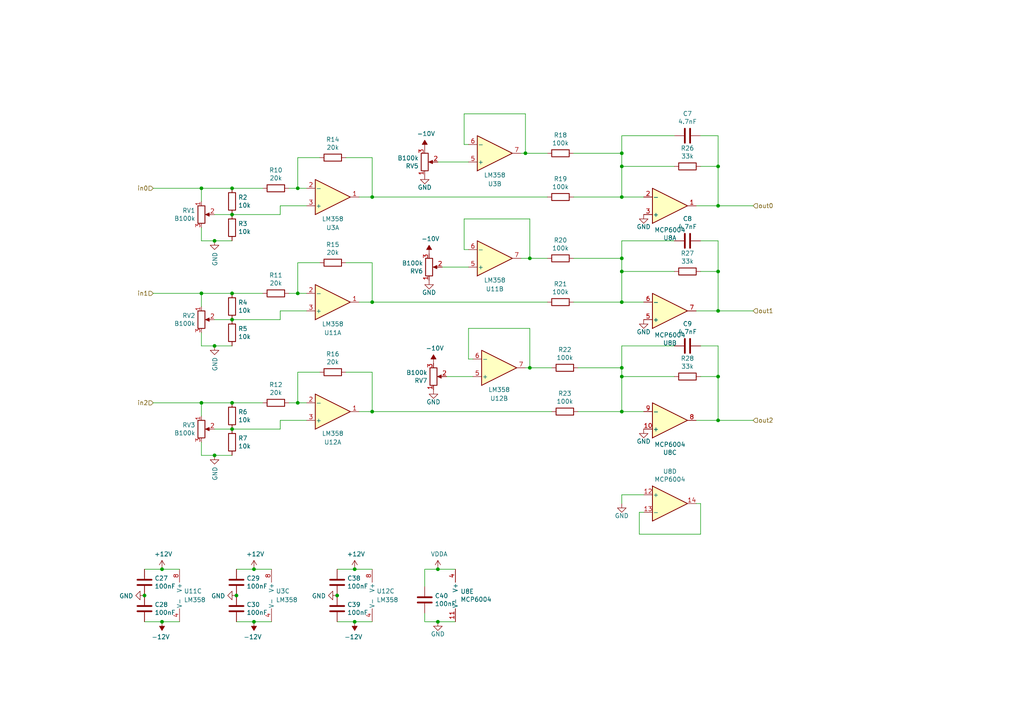
<source format=kicad_sch>
(kicad_sch
	(version 20250114)
	(generator "eeschema")
	(generator_version "9.0")
	(uuid "d8e599fd-773e-4e89-8120-8a2f9481cbd2")
	(paper "A4")
	(title_block
		(title "CV attenuverter and offset control")
	)
	(lib_symbols
		(symbol "Amplifier_Operational:LM358"
			(pin_names
				(offset 0.127)
			)
			(exclude_from_sim no)
			(in_bom yes)
			(on_board yes)
			(property "Reference" "U"
				(at 0 5.08 0)
				(effects
					(font
						(size 1.27 1.27)
					)
					(justify left)
				)
			)
			(property "Value" "LM358"
				(at 0 -5.08 0)
				(effects
					(font
						(size 1.27 1.27)
					)
					(justify left)
				)
			)
			(property "Footprint" ""
				(at 0 0 0)
				(effects
					(font
						(size 1.27 1.27)
					)
					(hide yes)
				)
			)
			(property "Datasheet" "http://www.ti.com/lit/ds/symlink/lm2904-n.pdf"
				(at 0 0 0)
				(effects
					(font
						(size 1.27 1.27)
					)
					(hide yes)
				)
			)
			(property "Description" "Low-Power, Dual Operational Amplifiers, DIP-8/SOIC-8/TO-99-8"
				(at 0 0 0)
				(effects
					(font
						(size 1.27 1.27)
					)
					(hide yes)
				)
			)
			(property "ki_locked" ""
				(at 0 0 0)
				(effects
					(font
						(size 1.27 1.27)
					)
				)
			)
			(property "ki_keywords" "dual opamp"
				(at 0 0 0)
				(effects
					(font
						(size 1.27 1.27)
					)
					(hide yes)
				)
			)
			(property "ki_fp_filters" "SOIC*3.9x4.9mm*P1.27mm* DIP*W7.62mm* TO*99* OnSemi*Micro8* TSSOP*3x3mm*P0.65mm* TSSOP*4.4x3mm*P0.65mm* MSOP*3x3mm*P0.65mm* SSOP*3.9x4.9mm*P0.635mm* LFCSP*2x2mm*P0.5mm* *SIP* SOIC*5.3x6.2mm*P1.27mm*"
				(at 0 0 0)
				(effects
					(font
						(size 1.27 1.27)
					)
					(hide yes)
				)
			)
			(symbol "LM358_1_1"
				(polyline
					(pts
						(xy -5.08 5.08) (xy 5.08 0) (xy -5.08 -5.08) (xy -5.08 5.08)
					)
					(stroke
						(width 0.254)
						(type default)
					)
					(fill
						(type background)
					)
				)
				(pin input line
					(at -7.62 2.54 0)
					(length 2.54)
					(name "+"
						(effects
							(font
								(size 1.27 1.27)
							)
						)
					)
					(number "3"
						(effects
							(font
								(size 1.27 1.27)
							)
						)
					)
				)
				(pin input line
					(at -7.62 -2.54 0)
					(length 2.54)
					(name "-"
						(effects
							(font
								(size 1.27 1.27)
							)
						)
					)
					(number "2"
						(effects
							(font
								(size 1.27 1.27)
							)
						)
					)
				)
				(pin output line
					(at 7.62 0 180)
					(length 2.54)
					(name "~"
						(effects
							(font
								(size 1.27 1.27)
							)
						)
					)
					(number "1"
						(effects
							(font
								(size 1.27 1.27)
							)
						)
					)
				)
			)
			(symbol "LM358_2_1"
				(polyline
					(pts
						(xy -5.08 5.08) (xy 5.08 0) (xy -5.08 -5.08) (xy -5.08 5.08)
					)
					(stroke
						(width 0.254)
						(type default)
					)
					(fill
						(type background)
					)
				)
				(pin input line
					(at -7.62 2.54 0)
					(length 2.54)
					(name "+"
						(effects
							(font
								(size 1.27 1.27)
							)
						)
					)
					(number "5"
						(effects
							(font
								(size 1.27 1.27)
							)
						)
					)
				)
				(pin input line
					(at -7.62 -2.54 0)
					(length 2.54)
					(name "-"
						(effects
							(font
								(size 1.27 1.27)
							)
						)
					)
					(number "6"
						(effects
							(font
								(size 1.27 1.27)
							)
						)
					)
				)
				(pin output line
					(at 7.62 0 180)
					(length 2.54)
					(name "~"
						(effects
							(font
								(size 1.27 1.27)
							)
						)
					)
					(number "7"
						(effects
							(font
								(size 1.27 1.27)
							)
						)
					)
				)
			)
			(symbol "LM358_3_1"
				(pin power_in line
					(at -2.54 7.62 270)
					(length 3.81)
					(name "V+"
						(effects
							(font
								(size 1.27 1.27)
							)
						)
					)
					(number "8"
						(effects
							(font
								(size 1.27 1.27)
							)
						)
					)
				)
				(pin power_in line
					(at -2.54 -7.62 90)
					(length 3.81)
					(name "V-"
						(effects
							(font
								(size 1.27 1.27)
							)
						)
					)
					(number "4"
						(effects
							(font
								(size 1.27 1.27)
							)
						)
					)
				)
			)
			(embedded_fonts no)
		)
		(symbol "Amplifier_Operational:MCP6004"
			(pin_names
				(offset 0.127)
			)
			(exclude_from_sim no)
			(in_bom yes)
			(on_board yes)
			(property "Reference" "U"
				(at 0 5.08 0)
				(effects
					(font
						(size 1.27 1.27)
					)
					(justify left)
				)
			)
			(property "Value" "MCP6004"
				(at 0 -5.08 0)
				(effects
					(font
						(size 1.27 1.27)
					)
					(justify left)
				)
			)
			(property "Footprint" ""
				(at -1.27 2.54 0)
				(effects
					(font
						(size 1.27 1.27)
					)
					(hide yes)
				)
			)
			(property "Datasheet" "http://ww1.microchip.com/downloads/en/DeviceDoc/21733j.pdf"
				(at 1.27 5.08 0)
				(effects
					(font
						(size 1.27 1.27)
					)
					(hide yes)
				)
			)
			(property "Description" "1MHz, Low-Power Op Amp, DIP-14/SOIC-14/TSSOP-14"
				(at 0 0 0)
				(effects
					(font
						(size 1.27 1.27)
					)
					(hide yes)
				)
			)
			(property "ki_locked" ""
				(at 0 0 0)
				(effects
					(font
						(size 1.27 1.27)
					)
				)
			)
			(property "ki_keywords" "quad opamp"
				(at 0 0 0)
				(effects
					(font
						(size 1.27 1.27)
					)
					(hide yes)
				)
			)
			(property "ki_fp_filters" "SOIC*3.9x8.7mm*P1.27mm* DIP*W7.62mm* TSSOP*4.4x5mm*P0.65mm* SSOP*5.3x6.2mm*P0.65mm* MSOP*3x3mm*P0.5mm*"
				(at 0 0 0)
				(effects
					(font
						(size 1.27 1.27)
					)
					(hide yes)
				)
			)
			(symbol "MCP6004_1_1"
				(polyline
					(pts
						(xy -5.08 5.08) (xy 5.08 0) (xy -5.08 -5.08) (xy -5.08 5.08)
					)
					(stroke
						(width 0.254)
						(type default)
					)
					(fill
						(type background)
					)
				)
				(pin input line
					(at -7.62 2.54 0)
					(length 2.54)
					(name "+"
						(effects
							(font
								(size 1.27 1.27)
							)
						)
					)
					(number "3"
						(effects
							(font
								(size 1.27 1.27)
							)
						)
					)
				)
				(pin input line
					(at -7.62 -2.54 0)
					(length 2.54)
					(name "-"
						(effects
							(font
								(size 1.27 1.27)
							)
						)
					)
					(number "2"
						(effects
							(font
								(size 1.27 1.27)
							)
						)
					)
				)
				(pin output line
					(at 7.62 0 180)
					(length 2.54)
					(name "~"
						(effects
							(font
								(size 1.27 1.27)
							)
						)
					)
					(number "1"
						(effects
							(font
								(size 1.27 1.27)
							)
						)
					)
				)
			)
			(symbol "MCP6004_2_1"
				(polyline
					(pts
						(xy -5.08 5.08) (xy 5.08 0) (xy -5.08 -5.08) (xy -5.08 5.08)
					)
					(stroke
						(width 0.254)
						(type default)
					)
					(fill
						(type background)
					)
				)
				(pin input line
					(at -7.62 2.54 0)
					(length 2.54)
					(name "+"
						(effects
							(font
								(size 1.27 1.27)
							)
						)
					)
					(number "5"
						(effects
							(font
								(size 1.27 1.27)
							)
						)
					)
				)
				(pin input line
					(at -7.62 -2.54 0)
					(length 2.54)
					(name "-"
						(effects
							(font
								(size 1.27 1.27)
							)
						)
					)
					(number "6"
						(effects
							(font
								(size 1.27 1.27)
							)
						)
					)
				)
				(pin output line
					(at 7.62 0 180)
					(length 2.54)
					(name "~"
						(effects
							(font
								(size 1.27 1.27)
							)
						)
					)
					(number "7"
						(effects
							(font
								(size 1.27 1.27)
							)
						)
					)
				)
			)
			(symbol "MCP6004_3_1"
				(polyline
					(pts
						(xy -5.08 5.08) (xy 5.08 0) (xy -5.08 -5.08) (xy -5.08 5.08)
					)
					(stroke
						(width 0.254)
						(type default)
					)
					(fill
						(type background)
					)
				)
				(pin input line
					(at -7.62 2.54 0)
					(length 2.54)
					(name "+"
						(effects
							(font
								(size 1.27 1.27)
							)
						)
					)
					(number "10"
						(effects
							(font
								(size 1.27 1.27)
							)
						)
					)
				)
				(pin input line
					(at -7.62 -2.54 0)
					(length 2.54)
					(name "-"
						(effects
							(font
								(size 1.27 1.27)
							)
						)
					)
					(number "9"
						(effects
							(font
								(size 1.27 1.27)
							)
						)
					)
				)
				(pin output line
					(at 7.62 0 180)
					(length 2.54)
					(name "~"
						(effects
							(font
								(size 1.27 1.27)
							)
						)
					)
					(number "8"
						(effects
							(font
								(size 1.27 1.27)
							)
						)
					)
				)
			)
			(symbol "MCP6004_4_1"
				(polyline
					(pts
						(xy -5.08 5.08) (xy 5.08 0) (xy -5.08 -5.08) (xy -5.08 5.08)
					)
					(stroke
						(width 0.254)
						(type default)
					)
					(fill
						(type background)
					)
				)
				(pin input line
					(at -7.62 2.54 0)
					(length 2.54)
					(name "+"
						(effects
							(font
								(size 1.27 1.27)
							)
						)
					)
					(number "12"
						(effects
							(font
								(size 1.27 1.27)
							)
						)
					)
				)
				(pin input line
					(at -7.62 -2.54 0)
					(length 2.54)
					(name "-"
						(effects
							(font
								(size 1.27 1.27)
							)
						)
					)
					(number "13"
						(effects
							(font
								(size 1.27 1.27)
							)
						)
					)
				)
				(pin output line
					(at 7.62 0 180)
					(length 2.54)
					(name "~"
						(effects
							(font
								(size 1.27 1.27)
							)
						)
					)
					(number "14"
						(effects
							(font
								(size 1.27 1.27)
							)
						)
					)
				)
			)
			(symbol "MCP6004_5_1"
				(pin power_in line
					(at -2.54 7.62 270)
					(length 3.81)
					(name "V+"
						(effects
							(font
								(size 1.27 1.27)
							)
						)
					)
					(number "4"
						(effects
							(font
								(size 1.27 1.27)
							)
						)
					)
				)
				(pin power_in line
					(at -2.54 -7.62 90)
					(length 3.81)
					(name "V-"
						(effects
							(font
								(size 1.27 1.27)
							)
						)
					)
					(number "11"
						(effects
							(font
								(size 1.27 1.27)
							)
						)
					)
				)
			)
			(embedded_fonts no)
		)
		(symbol "Device:C"
			(pin_numbers
				(hide yes)
			)
			(pin_names
				(offset 0.254)
			)
			(exclude_from_sim no)
			(in_bom yes)
			(on_board yes)
			(property "Reference" "C"
				(at 0.635 2.54 0)
				(effects
					(font
						(size 1.27 1.27)
					)
					(justify left)
				)
			)
			(property "Value" "C"
				(at 0.635 -2.54 0)
				(effects
					(font
						(size 1.27 1.27)
					)
					(justify left)
				)
			)
			(property "Footprint" ""
				(at 0.9652 -3.81 0)
				(effects
					(font
						(size 1.27 1.27)
					)
					(hide yes)
				)
			)
			(property "Datasheet" "~"
				(at 0 0 0)
				(effects
					(font
						(size 1.27 1.27)
					)
					(hide yes)
				)
			)
			(property "Description" "Unpolarized capacitor"
				(at 0 0 0)
				(effects
					(font
						(size 1.27 1.27)
					)
					(hide yes)
				)
			)
			(property "ki_keywords" "cap capacitor"
				(at 0 0 0)
				(effects
					(font
						(size 1.27 1.27)
					)
					(hide yes)
				)
			)
			(property "ki_fp_filters" "C_*"
				(at 0 0 0)
				(effects
					(font
						(size 1.27 1.27)
					)
					(hide yes)
				)
			)
			(symbol "C_0_1"
				(polyline
					(pts
						(xy -2.032 0.762) (xy 2.032 0.762)
					)
					(stroke
						(width 0.508)
						(type default)
					)
					(fill
						(type none)
					)
				)
				(polyline
					(pts
						(xy -2.032 -0.762) (xy 2.032 -0.762)
					)
					(stroke
						(width 0.508)
						(type default)
					)
					(fill
						(type none)
					)
				)
			)
			(symbol "C_1_1"
				(pin passive line
					(at 0 3.81 270)
					(length 2.794)
					(name "~"
						(effects
							(font
								(size 1.27 1.27)
							)
						)
					)
					(number "1"
						(effects
							(font
								(size 1.27 1.27)
							)
						)
					)
				)
				(pin passive line
					(at 0 -3.81 90)
					(length 2.794)
					(name "~"
						(effects
							(font
								(size 1.27 1.27)
							)
						)
					)
					(number "2"
						(effects
							(font
								(size 1.27 1.27)
							)
						)
					)
				)
			)
			(embedded_fonts no)
		)
		(symbol "Device:R"
			(pin_numbers
				(hide yes)
			)
			(pin_names
				(offset 0)
			)
			(exclude_from_sim no)
			(in_bom yes)
			(on_board yes)
			(property "Reference" "R"
				(at 2.032 0 90)
				(effects
					(font
						(size 1.27 1.27)
					)
				)
			)
			(property "Value" "R"
				(at 0 0 90)
				(effects
					(font
						(size 1.27 1.27)
					)
				)
			)
			(property "Footprint" ""
				(at -1.778 0 90)
				(effects
					(font
						(size 1.27 1.27)
					)
					(hide yes)
				)
			)
			(property "Datasheet" "~"
				(at 0 0 0)
				(effects
					(font
						(size 1.27 1.27)
					)
					(hide yes)
				)
			)
			(property "Description" "Resistor"
				(at 0 0 0)
				(effects
					(font
						(size 1.27 1.27)
					)
					(hide yes)
				)
			)
			(property "ki_keywords" "R res resistor"
				(at 0 0 0)
				(effects
					(font
						(size 1.27 1.27)
					)
					(hide yes)
				)
			)
			(property "ki_fp_filters" "R_*"
				(at 0 0 0)
				(effects
					(font
						(size 1.27 1.27)
					)
					(hide yes)
				)
			)
			(symbol "R_0_1"
				(rectangle
					(start -1.016 -2.54)
					(end 1.016 2.54)
					(stroke
						(width 0.254)
						(type default)
					)
					(fill
						(type none)
					)
				)
			)
			(symbol "R_1_1"
				(pin passive line
					(at 0 3.81 270)
					(length 1.27)
					(name "~"
						(effects
							(font
								(size 1.27 1.27)
							)
						)
					)
					(number "1"
						(effects
							(font
								(size 1.27 1.27)
							)
						)
					)
				)
				(pin passive line
					(at 0 -3.81 90)
					(length 1.27)
					(name "~"
						(effects
							(font
								(size 1.27 1.27)
							)
						)
					)
					(number "2"
						(effects
							(font
								(size 1.27 1.27)
							)
						)
					)
				)
			)
			(embedded_fonts no)
		)
		(symbol "FV1-rescue:R_POT-Device"
			(pin_names
				(offset 1.016)
				(hide yes)
			)
			(exclude_from_sim no)
			(in_bom yes)
			(on_board yes)
			(property "Reference" "RV"
				(at -4.445 0 90)
				(effects
					(font
						(size 1.27 1.27)
					)
				)
			)
			(property "Value" "Device_R_POT"
				(at -2.54 0 90)
				(effects
					(font
						(size 1.27 1.27)
					)
				)
			)
			(property "Footprint" ""
				(at 0 0 0)
				(effects
					(font
						(size 1.27 1.27)
					)
					(hide yes)
				)
			)
			(property "Datasheet" ""
				(at 0 0 0)
				(effects
					(font
						(size 1.27 1.27)
					)
					(hide yes)
				)
			)
			(property "Description" ""
				(at 0 0 0)
				(effects
					(font
						(size 1.27 1.27)
					)
					(hide yes)
				)
			)
			(property "ki_fp_filters" "Potentiometer*"
				(at 0 0 0)
				(effects
					(font
						(size 1.27 1.27)
					)
					(hide yes)
				)
			)
			(symbol "R_POT-Device_0_1"
				(rectangle
					(start 1.016 2.54)
					(end -1.016 -2.54)
					(stroke
						(width 0.254)
						(type solid)
					)
					(fill
						(type none)
					)
				)
				(polyline
					(pts
						(xy 1.143 0) (xy 2.286 0.508) (xy 2.286 -0.508) (xy 1.143 0)
					)
					(stroke
						(width 0)
						(type solid)
					)
					(fill
						(type outline)
					)
				)
				(polyline
					(pts
						(xy 2.54 0) (xy 1.524 0)
					)
					(stroke
						(width 0)
						(type solid)
					)
					(fill
						(type none)
					)
				)
			)
			(symbol "R_POT-Device_1_1"
				(pin passive line
					(at 0 3.81 270)
					(length 1.27)
					(name "1"
						(effects
							(font
								(size 1.27 1.27)
							)
						)
					)
					(number "1"
						(effects
							(font
								(size 1.27 1.27)
							)
						)
					)
				)
				(pin passive line
					(at 0 -3.81 90)
					(length 1.27)
					(name "3"
						(effects
							(font
								(size 1.27 1.27)
							)
						)
					)
					(number "3"
						(effects
							(font
								(size 1.27 1.27)
							)
						)
					)
				)
				(pin passive line
					(at 3.81 0 180)
					(length 1.27)
					(name "2"
						(effects
							(font
								(size 1.27 1.27)
							)
						)
					)
					(number "2"
						(effects
							(font
								(size 1.27 1.27)
							)
						)
					)
				)
			)
			(embedded_fonts no)
		)
		(symbol "power:+12V"
			(power)
			(pin_names
				(offset 0)
			)
			(exclude_from_sim no)
			(in_bom yes)
			(on_board yes)
			(property "Reference" "#PWR"
				(at 0 -3.81 0)
				(effects
					(font
						(size 1.27 1.27)
					)
					(hide yes)
				)
			)
			(property "Value" "+12V"
				(at 0 3.556 0)
				(effects
					(font
						(size 1.27 1.27)
					)
				)
			)
			(property "Footprint" ""
				(at 0 0 0)
				(effects
					(font
						(size 1.27 1.27)
					)
					(hide yes)
				)
			)
			(property "Datasheet" ""
				(at 0 0 0)
				(effects
					(font
						(size 1.27 1.27)
					)
					(hide yes)
				)
			)
			(property "Description" "Power symbol creates a global label with name \"+12V\""
				(at 0 0 0)
				(effects
					(font
						(size 1.27 1.27)
					)
					(hide yes)
				)
			)
			(property "ki_keywords" "global power"
				(at 0 0 0)
				(effects
					(font
						(size 1.27 1.27)
					)
					(hide yes)
				)
			)
			(symbol "+12V_0_1"
				(polyline
					(pts
						(xy -0.762 1.27) (xy 0 2.54)
					)
					(stroke
						(width 0)
						(type default)
					)
					(fill
						(type none)
					)
				)
				(polyline
					(pts
						(xy 0 2.54) (xy 0.762 1.27)
					)
					(stroke
						(width 0)
						(type default)
					)
					(fill
						(type none)
					)
				)
				(polyline
					(pts
						(xy 0 0) (xy 0 2.54)
					)
					(stroke
						(width 0)
						(type default)
					)
					(fill
						(type none)
					)
				)
			)
			(symbol "+12V_1_1"
				(pin power_in line
					(at 0 0 90)
					(length 0)
					(hide yes)
					(name "+12V"
						(effects
							(font
								(size 1.27 1.27)
							)
						)
					)
					(number "1"
						(effects
							(font
								(size 1.27 1.27)
							)
						)
					)
				)
			)
			(embedded_fonts no)
		)
		(symbol "power:-10V"
			(power)
			(pin_names
				(offset 0)
			)
			(exclude_from_sim no)
			(in_bom yes)
			(on_board yes)
			(property "Reference" "#PWR"
				(at 0 2.54 0)
				(effects
					(font
						(size 1.27 1.27)
					)
					(hide yes)
				)
			)
			(property "Value" "-10V"
				(at 0 3.81 0)
				(effects
					(font
						(size 1.27 1.27)
					)
				)
			)
			(property "Footprint" ""
				(at 0 0 0)
				(effects
					(font
						(size 1.27 1.27)
					)
					(hide yes)
				)
			)
			(property "Datasheet" ""
				(at 0 0 0)
				(effects
					(font
						(size 1.27 1.27)
					)
					(hide yes)
				)
			)
			(property "Description" "Power symbol creates a global label with name \"-10V\""
				(at 0 0 0)
				(effects
					(font
						(size 1.27 1.27)
					)
					(hide yes)
				)
			)
			(property "ki_keywords" "global power"
				(at 0 0 0)
				(effects
					(font
						(size 1.27 1.27)
					)
					(hide yes)
				)
			)
			(symbol "-10V_0_0"
				(pin power_in line
					(at 0 0 90)
					(length 0)
					(hide yes)
					(name "-10V"
						(effects
							(font
								(size 1.27 1.27)
							)
						)
					)
					(number "1"
						(effects
							(font
								(size 1.27 1.27)
							)
						)
					)
				)
			)
			(symbol "-10V_0_1"
				(polyline
					(pts
						(xy 0 0) (xy 0 1.27) (xy 0.762 1.27) (xy 0 2.54) (xy -0.762 1.27) (xy 0 1.27)
					)
					(stroke
						(width 0)
						(type default)
					)
					(fill
						(type outline)
					)
				)
			)
			(embedded_fonts no)
		)
		(symbol "power:-12V"
			(power)
			(pin_names
				(offset 0)
			)
			(exclude_from_sim no)
			(in_bom yes)
			(on_board yes)
			(property "Reference" "#PWR"
				(at 0 2.54 0)
				(effects
					(font
						(size 1.27 1.27)
					)
					(hide yes)
				)
			)
			(property "Value" "-12V"
				(at 0 3.81 0)
				(effects
					(font
						(size 1.27 1.27)
					)
				)
			)
			(property "Footprint" ""
				(at 0 0 0)
				(effects
					(font
						(size 1.27 1.27)
					)
					(hide yes)
				)
			)
			(property "Datasheet" ""
				(at 0 0 0)
				(effects
					(font
						(size 1.27 1.27)
					)
					(hide yes)
				)
			)
			(property "Description" "Power symbol creates a global label with name \"-12V\""
				(at 0 0 0)
				(effects
					(font
						(size 1.27 1.27)
					)
					(hide yes)
				)
			)
			(property "ki_keywords" "global power"
				(at 0 0 0)
				(effects
					(font
						(size 1.27 1.27)
					)
					(hide yes)
				)
			)
			(symbol "-12V_0_0"
				(pin power_in line
					(at 0 0 90)
					(length 0)
					(hide yes)
					(name "-12V"
						(effects
							(font
								(size 1.27 1.27)
							)
						)
					)
					(number "1"
						(effects
							(font
								(size 1.27 1.27)
							)
						)
					)
				)
			)
			(symbol "-12V_0_1"
				(polyline
					(pts
						(xy 0 0) (xy 0 1.27) (xy 0.762 1.27) (xy 0 2.54) (xy -0.762 1.27) (xy 0 1.27)
					)
					(stroke
						(width 0)
						(type default)
					)
					(fill
						(type outline)
					)
				)
			)
			(embedded_fonts no)
		)
		(symbol "power:GND"
			(power)
			(pin_names
				(offset 0)
			)
			(exclude_from_sim no)
			(in_bom yes)
			(on_board yes)
			(property "Reference" "#PWR"
				(at 0 -6.35 0)
				(effects
					(font
						(size 1.27 1.27)
					)
					(hide yes)
				)
			)
			(property "Value" "GND"
				(at 0 -3.81 0)
				(effects
					(font
						(size 1.27 1.27)
					)
				)
			)
			(property "Footprint" ""
				(at 0 0 0)
				(effects
					(font
						(size 1.27 1.27)
					)
					(hide yes)
				)
			)
			(property "Datasheet" ""
				(at 0 0 0)
				(effects
					(font
						(size 1.27 1.27)
					)
					(hide yes)
				)
			)
			(property "Description" "Power symbol creates a global label with name \"GND\" , ground"
				(at 0 0 0)
				(effects
					(font
						(size 1.27 1.27)
					)
					(hide yes)
				)
			)
			(property "ki_keywords" "global power"
				(at 0 0 0)
				(effects
					(font
						(size 1.27 1.27)
					)
					(hide yes)
				)
			)
			(symbol "GND_0_1"
				(polyline
					(pts
						(xy 0 0) (xy 0 -1.27) (xy 1.27 -1.27) (xy 0 -2.54) (xy -1.27 -1.27) (xy 0 -1.27)
					)
					(stroke
						(width 0)
						(type default)
					)
					(fill
						(type none)
					)
				)
			)
			(symbol "GND_1_1"
				(pin power_in line
					(at 0 0 270)
					(length 0)
					(hide yes)
					(name "GND"
						(effects
							(font
								(size 1.27 1.27)
							)
						)
					)
					(number "1"
						(effects
							(font
								(size 1.27 1.27)
							)
						)
					)
				)
			)
			(embedded_fonts no)
		)
		(symbol "power:VDDA"
			(power)
			(pin_names
				(offset 0)
			)
			(exclude_from_sim no)
			(in_bom yes)
			(on_board yes)
			(property "Reference" "#PWR"
				(at 0 -3.81 0)
				(effects
					(font
						(size 1.27 1.27)
					)
					(hide yes)
				)
			)
			(property "Value" "VDDA"
				(at 0 3.81 0)
				(effects
					(font
						(size 1.27 1.27)
					)
				)
			)
			(property "Footprint" ""
				(at 0 0 0)
				(effects
					(font
						(size 1.27 1.27)
					)
					(hide yes)
				)
			)
			(property "Datasheet" ""
				(at 0 0 0)
				(effects
					(font
						(size 1.27 1.27)
					)
					(hide yes)
				)
			)
			(property "Description" "Power symbol creates a global label with name \"VDDA\""
				(at 0 0 0)
				(effects
					(font
						(size 1.27 1.27)
					)
					(hide yes)
				)
			)
			(property "ki_keywords" "global power"
				(at 0 0 0)
				(effects
					(font
						(size 1.27 1.27)
					)
					(hide yes)
				)
			)
			(symbol "VDDA_0_1"
				(polyline
					(pts
						(xy -0.762 1.27) (xy 0 2.54)
					)
					(stroke
						(width 0)
						(type default)
					)
					(fill
						(type none)
					)
				)
				(polyline
					(pts
						(xy 0 2.54) (xy 0.762 1.27)
					)
					(stroke
						(width 0)
						(type default)
					)
					(fill
						(type none)
					)
				)
				(polyline
					(pts
						(xy 0 0) (xy 0 2.54)
					)
					(stroke
						(width 0)
						(type default)
					)
					(fill
						(type none)
					)
				)
			)
			(symbol "VDDA_1_1"
				(pin power_in line
					(at 0 0 90)
					(length 0)
					(hide yes)
					(name "VDDA"
						(effects
							(font
								(size 1.27 1.27)
							)
						)
					)
					(number "1"
						(effects
							(font
								(size 1.27 1.27)
							)
						)
					)
				)
			)
			(embedded_fonts no)
		)
	)
	(junction
		(at 67.31 92.71)
		(diameter 0)
		(color 0 0 0 0)
		(uuid "05aa13cb-1584-4a34-a503-570d497bced8")
	)
	(junction
		(at 180.34 87.63)
		(diameter 0)
		(color 0 0 0 0)
		(uuid "0614c050-d7c0-4f4d-8449-514dafbbea0d")
	)
	(junction
		(at 180.34 57.15)
		(diameter 0)
		(color 0 0 0 0)
		(uuid "0842be18-2226-4923-96da-2d1db4e8dae4")
	)
	(junction
		(at 86.36 85.09)
		(diameter 0)
		(color 0 0 0 0)
		(uuid "0fc0e1bf-5d6f-49c1-a11d-8267ed1d32ab")
	)
	(junction
		(at 41.91 172.72)
		(diameter 0)
		(color 0 0 0 0)
		(uuid "1503560a-42a1-4016-92e4-8415983f883d")
	)
	(junction
		(at 102.87 165.1)
		(diameter 0)
		(color 0 0 0 0)
		(uuid "153fe52f-33c8-4baf-9bd5-053b3c07ba38")
	)
	(junction
		(at 46.99 165.1)
		(diameter 0)
		(color 0 0 0 0)
		(uuid "15a8dcfc-3622-4f19-8b4f-e91bb1014ac0")
	)
	(junction
		(at 67.31 116.84)
		(diameter 0)
		(color 0 0 0 0)
		(uuid "1a98d7c9-d328-451b-bd93-79068d9968e0")
	)
	(junction
		(at 107.95 87.63)
		(diameter 0)
		(color 0 0 0 0)
		(uuid "1b475b88-9a66-44d9-b081-30ca642d426b")
	)
	(junction
		(at 153.67 74.93)
		(diameter 0)
		(color 0 0 0 0)
		(uuid "230809df-647f-46c2-939e-8aea0d04a24d")
	)
	(junction
		(at 46.99 180.34)
		(diameter 0)
		(color 0 0 0 0)
		(uuid "28cf73a3-993b-46a9-ba8b-ace8b6992bce")
	)
	(junction
		(at 58.42 54.61)
		(diameter 0)
		(color 0 0 0 0)
		(uuid "3050b726-71e9-4fae-8ab8-6b5ba1a48878")
	)
	(junction
		(at 67.31 62.23)
		(diameter 0)
		(color 0 0 0 0)
		(uuid "3812909f-748a-4b83-bbca-6bbcafd6f8db")
	)
	(junction
		(at 208.28 109.22)
		(diameter 0)
		(color 0 0 0 0)
		(uuid "4714a972-a99f-4595-bc04-74c5aa647490")
	)
	(junction
		(at 73.66 180.34)
		(diameter 0)
		(color 0 0 0 0)
		(uuid "48288328-54f0-4da1-a2f9-d42fb1a91abe")
	)
	(junction
		(at 68.58 172.72)
		(diameter 0)
		(color 0 0 0 0)
		(uuid "4d0684fe-002e-42b4-b3fd-5700cc2f6873")
	)
	(junction
		(at 102.87 180.34)
		(diameter 0)
		(color 0 0 0 0)
		(uuid "5bfeb2bd-4d47-4b27-8f26-ea54fc52d974")
	)
	(junction
		(at 107.95 57.15)
		(diameter 0)
		(color 0 0 0 0)
		(uuid "5fc2a88d-59f5-4543-8df4-c11424df7735")
	)
	(junction
		(at 62.23 69.85)
		(diameter 0)
		(color 0 0 0 0)
		(uuid "62979732-fdfe-4088-bbcb-8556a435cda6")
	)
	(junction
		(at 86.36 116.84)
		(diameter 0)
		(color 0 0 0 0)
		(uuid "729ed3a9-679e-483a-9b9c-bb094ca732c2")
	)
	(junction
		(at 86.36 54.61)
		(diameter 0)
		(color 0 0 0 0)
		(uuid "75475bbd-e71e-4698-b343-6546486024c5")
	)
	(junction
		(at 127 180.34)
		(diameter 0)
		(color 0 0 0 0)
		(uuid "82dd396a-b039-49a0-9a37-7ccf9a3a0c28")
	)
	(junction
		(at 208.28 90.17)
		(diameter 0)
		(color 0 0 0 0)
		(uuid "859ca8b9-9f88-473e-9eb3-836f5a155757")
	)
	(junction
		(at 208.28 121.92)
		(diameter 0)
		(color 0 0 0 0)
		(uuid "961160bd-4bd8-4fb6-9cc5-1e20c1e40183")
	)
	(junction
		(at 208.28 48.26)
		(diameter 0)
		(color 0 0 0 0)
		(uuid "97d8d54f-2569-4747-93ac-d9ed9fef914e")
	)
	(junction
		(at 67.31 54.61)
		(diameter 0)
		(color 0 0 0 0)
		(uuid "a362bbc8-5ead-47c6-83f9-9bc9dc745e9a")
	)
	(junction
		(at 180.34 48.26)
		(diameter 0)
		(color 0 0 0 0)
		(uuid "a41df161-09f2-4707-b81b-7f8181f8c9bd")
	)
	(junction
		(at 73.66 165.1)
		(diameter 0)
		(color 0 0 0 0)
		(uuid "a4754231-d67a-424d-b80b-386a6a274e27")
	)
	(junction
		(at 107.95 119.38)
		(diameter 0)
		(color 0 0 0 0)
		(uuid "a7297e78-b28b-444c-8884-91f1e5e77a09")
	)
	(junction
		(at 180.34 74.93)
		(diameter 0)
		(color 0 0 0 0)
		(uuid "a89665c0-3d66-4c8f-9ae1-38c504d429dc")
	)
	(junction
		(at 62.23 100.33)
		(diameter 0)
		(color 0 0 0 0)
		(uuid "a9d4caae-2643-4851-a355-bdb5537f5410")
	)
	(junction
		(at 97.79 172.72)
		(diameter 0)
		(color 0 0 0 0)
		(uuid "ac83fb82-00a6-4af1-9f2c-5212c170f3bc")
	)
	(junction
		(at 208.28 59.69)
		(diameter 0)
		(color 0 0 0 0)
		(uuid "af65e927-f96b-4d67-afaf-e3df6652dfff")
	)
	(junction
		(at 58.42 116.84)
		(diameter 0)
		(color 0 0 0 0)
		(uuid "b4257715-545d-4e43-9d42-1cf9511dba2f")
	)
	(junction
		(at 208.28 78.74)
		(diameter 0)
		(color 0 0 0 0)
		(uuid "bc404116-49d9-417b-9665-0bb63427a582")
	)
	(junction
		(at 67.31 85.09)
		(diameter 0)
		(color 0 0 0 0)
		(uuid "beb34622-10b8-43bc-9dd5-a6432d5bee07")
	)
	(junction
		(at 152.4 44.45)
		(diameter 0)
		(color 0 0 0 0)
		(uuid "bf59cde2-41b4-405a-a4eb-e02ff78832b4")
	)
	(junction
		(at 180.34 78.74)
		(diameter 0)
		(color 0 0 0 0)
		(uuid "cb672e28-42eb-4fda-ab7e-b79236395555")
	)
	(junction
		(at 180.34 44.45)
		(diameter 0)
		(color 0 0 0 0)
		(uuid "cd880dc4-dedc-423c-beea-7277f162c881")
	)
	(junction
		(at 127 165.1)
		(diameter 0)
		(color 0 0 0 0)
		(uuid "d21de63a-0849-4f6d-b55c-afa5e639f65a")
	)
	(junction
		(at 180.34 119.38)
		(diameter 0)
		(color 0 0 0 0)
		(uuid "d6ab5feb-6bf8-475c-955a-8bc475c3b719")
	)
	(junction
		(at 58.42 85.09)
		(diameter 0)
		(color 0 0 0 0)
		(uuid "d895a80d-ed6a-4efd-aaaf-01ef1f8e9c2e")
	)
	(junction
		(at 180.34 109.22)
		(diameter 0)
		(color 0 0 0 0)
		(uuid "dac642e5-e361-4ad4-a8a8-20d2a07863c9")
	)
	(junction
		(at 153.67 106.68)
		(diameter 0)
		(color 0 0 0 0)
		(uuid "de28519e-2e2e-4621-9c4f-4ce50b92ed63")
	)
	(junction
		(at 67.31 124.46)
		(diameter 0)
		(color 0 0 0 0)
		(uuid "e10c7513-1018-49f3-938e-6937f2bd993b")
	)
	(junction
		(at 62.23 132.08)
		(diameter 0)
		(color 0 0 0 0)
		(uuid "ea627b35-9008-41b0-893b-35fc7b9cad9d")
	)
	(junction
		(at 180.34 106.68)
		(diameter 0)
		(color 0 0 0 0)
		(uuid "fd4e5b10-ed5c-4550-9937-59557069c1b6")
	)
	(wire
		(pts
			(xy 86.36 54.61) (xy 88.9 54.61)
		)
		(stroke
			(width 0)
			(type default)
		)
		(uuid "00e4089a-1608-4997-9596-9f0247b45e45")
	)
	(wire
		(pts
			(xy 58.42 85.09) (xy 67.31 85.09)
		)
		(stroke
			(width 0)
			(type default)
		)
		(uuid "043df2d7-d58d-4678-bc5c-7e839ebc130f")
	)
	(wire
		(pts
			(xy 86.36 45.72) (xy 92.71 45.72)
		)
		(stroke
			(width 0)
			(type default)
		)
		(uuid "04e21450-3749-499b-92fb-dccdbfa383f5")
	)
	(wire
		(pts
			(xy 86.36 54.61) (xy 86.36 45.72)
		)
		(stroke
			(width 0)
			(type default)
		)
		(uuid "0526ef8a-ad1c-4a1c-9fdf-a00145267be4")
	)
	(wire
		(pts
			(xy 135.89 104.14) (xy 137.16 104.14)
		)
		(stroke
			(width 0)
			(type default)
		)
		(uuid "064b8be7-40c4-49aa-a72a-b3abc40ce06a")
	)
	(wire
		(pts
			(xy 208.28 69.85) (xy 208.28 78.74)
		)
		(stroke
			(width 0)
			(type default)
		)
		(uuid "075bf918-6f8f-4fcf-98ce-ce43c0d8720c")
	)
	(wire
		(pts
			(xy 62.23 132.08) (xy 67.31 132.08)
		)
		(stroke
			(width 0)
			(type default)
		)
		(uuid "0c191326-4c2c-42a9-ae29-6e0fd3c48b92")
	)
	(wire
		(pts
			(xy 58.42 88.9) (xy 58.42 85.09)
		)
		(stroke
			(width 0)
			(type default)
		)
		(uuid "0ecd5c59-4e91-413f-8626-30422bae6b02")
	)
	(wire
		(pts
			(xy 166.37 87.63) (xy 180.34 87.63)
		)
		(stroke
			(width 0)
			(type default)
		)
		(uuid "0f4a27c5-f725-4608-af7b-aee36a09eeb2")
	)
	(wire
		(pts
			(xy 73.66 165.1) (xy 78.74 165.1)
		)
		(stroke
			(width 0)
			(type default)
		)
		(uuid "10a391f5-65e2-4985-a004-6480c1019a5c")
	)
	(wire
		(pts
			(xy 62.23 62.23) (xy 67.31 62.23)
		)
		(stroke
			(width 0)
			(type default)
		)
		(uuid "1132a2c2-6b3b-4ea2-a47c-a29f25469000")
	)
	(wire
		(pts
			(xy 153.67 106.68) (xy 160.02 106.68)
		)
		(stroke
			(width 0)
			(type default)
		)
		(uuid "150e8038-a362-4f95-9f73-bf28184c288b")
	)
	(wire
		(pts
			(xy 134.62 72.39) (xy 134.62 63.5)
		)
		(stroke
			(width 0)
			(type default)
		)
		(uuid "1580e677-4a87-4db7-b92f-2616f92e38d9")
	)
	(wire
		(pts
			(xy 151.13 44.45) (xy 152.4 44.45)
		)
		(stroke
			(width 0)
			(type default)
		)
		(uuid "15eb3ee5-6d08-42e6-940a-e3ccc156bb81")
	)
	(wire
		(pts
			(xy 195.58 48.26) (xy 180.34 48.26)
		)
		(stroke
			(width 0)
			(type default)
		)
		(uuid "1862c05d-1c79-48b0-8d97-9c82d2e4554b")
	)
	(wire
		(pts
			(xy 68.58 165.1) (xy 73.66 165.1)
		)
		(stroke
			(width 0)
			(type default)
		)
		(uuid "1a368df2-f4ec-4b72-a7d0-f5dcd57770b4")
	)
	(wire
		(pts
			(xy 81.28 121.92) (xy 88.9 121.92)
		)
		(stroke
			(width 0)
			(type default)
		)
		(uuid "1b8fafa6-5335-46e7-bd19-c6577f2944c1")
	)
	(wire
		(pts
			(xy 180.34 74.93) (xy 180.34 78.74)
		)
		(stroke
			(width 0)
			(type default)
		)
		(uuid "1ba060b2-d53b-4995-9456-48a1b7f76cca")
	)
	(wire
		(pts
			(xy 180.34 74.93) (xy 180.34 69.85)
		)
		(stroke
			(width 0)
			(type default)
		)
		(uuid "1e7db5c0-305e-4f2b-bbca-f61dc99bcc51")
	)
	(wire
		(pts
			(xy 107.95 76.2) (xy 107.95 87.63)
		)
		(stroke
			(width 0)
			(type default)
		)
		(uuid "1f8d13b5-f320-423d-a493-1a87f504f037")
	)
	(wire
		(pts
			(xy 102.87 180.34) (xy 107.95 180.34)
		)
		(stroke
			(width 0)
			(type default)
		)
		(uuid "22a56f11-8543-477a-8d6f-a7f82dda6489")
	)
	(wire
		(pts
			(xy 107.95 87.63) (xy 104.14 87.63)
		)
		(stroke
			(width 0)
			(type default)
		)
		(uuid "26c39834-af5a-492c-b8a4-22a2387033bf")
	)
	(wire
		(pts
			(xy 73.66 180.34) (xy 78.74 180.34)
		)
		(stroke
			(width 0)
			(type default)
		)
		(uuid "26dd8a41-f47b-4a73-9981-5621f01535f1")
	)
	(wire
		(pts
			(xy 107.95 87.63) (xy 158.75 87.63)
		)
		(stroke
			(width 0)
			(type default)
		)
		(uuid "28dfab59-0cec-4457-9480-d3046a834c9f")
	)
	(wire
		(pts
			(xy 46.99 180.34) (xy 52.07 180.34)
		)
		(stroke
			(width 0)
			(type default)
		)
		(uuid "29865a41-4346-4cd4-83fb-1029e604b793")
	)
	(wire
		(pts
			(xy 100.33 107.95) (xy 107.95 107.95)
		)
		(stroke
			(width 0)
			(type default)
		)
		(uuid "2bf45afe-72cd-421f-a1c8-74ade4202324")
	)
	(wire
		(pts
			(xy 107.95 119.38) (xy 160.02 119.38)
		)
		(stroke
			(width 0)
			(type default)
		)
		(uuid "31221d5e-a6ee-4351-9c88-48677d60ba87")
	)
	(wire
		(pts
			(xy 153.67 74.93) (xy 151.13 74.93)
		)
		(stroke
			(width 0)
			(type default)
		)
		(uuid "317589c1-4f59-47fe-9bdb-404150ca9c9f")
	)
	(wire
		(pts
			(xy 195.58 69.85) (xy 180.34 69.85)
		)
		(stroke
			(width 0)
			(type default)
		)
		(uuid "3180685f-525c-4b8c-8772-078b429e063f")
	)
	(wire
		(pts
			(xy 134.62 41.91) (xy 135.89 41.91)
		)
		(stroke
			(width 0)
			(type default)
		)
		(uuid "339276d3-e00e-49ff-802e-8f4e88f96095")
	)
	(wire
		(pts
			(xy 152.4 33.02) (xy 152.4 44.45)
		)
		(stroke
			(width 0)
			(type default)
		)
		(uuid "3491f0b6-f507-4fb2-9eec-beacc16c0fdf")
	)
	(wire
		(pts
			(xy 166.37 57.15) (xy 180.34 57.15)
		)
		(stroke
			(width 0)
			(type default)
		)
		(uuid "35dc2da3-c71c-4c8d-8f57-1cdc27f031e0")
	)
	(wire
		(pts
			(xy 81.28 62.23) (xy 81.28 59.69)
		)
		(stroke
			(width 0)
			(type default)
		)
		(uuid "36c230da-0797-4e1a-ac5b-24bd2d7cc9b7")
	)
	(wire
		(pts
			(xy 123.19 180.34) (xy 127 180.34)
		)
		(stroke
			(width 0)
			(type default)
		)
		(uuid "391fa1c6-e2b1-41f7-b295-bca8f1655661")
	)
	(wire
		(pts
			(xy 67.31 92.71) (xy 81.28 92.71)
		)
		(stroke
			(width 0)
			(type default)
		)
		(uuid "398adaf9-bf9d-4fe2-8f02-592bb5fa40c1")
	)
	(wire
		(pts
			(xy 180.34 119.38) (xy 186.69 119.38)
		)
		(stroke
			(width 0)
			(type default)
		)
		(uuid "3bf25597-6ea1-4a9a-a7ad-359cf52a3d4d")
	)
	(wire
		(pts
			(xy 58.42 69.85) (xy 62.23 69.85)
		)
		(stroke
			(width 0)
			(type default)
		)
		(uuid "3dcce5ed-e9f8-4dd8-b8d5-0bb3b79603af")
	)
	(wire
		(pts
			(xy 58.42 120.65) (xy 58.42 116.84)
		)
		(stroke
			(width 0)
			(type default)
		)
		(uuid "3e14edf0-61ec-49f8-b1e4-810c91e3d45c")
	)
	(wire
		(pts
			(xy 153.67 95.25) (xy 153.67 106.68)
		)
		(stroke
			(width 0)
			(type default)
		)
		(uuid "3e965165-c481-41c6-9551-ed6988d3cc01")
	)
	(wire
		(pts
			(xy 180.34 106.68) (xy 180.34 100.33)
		)
		(stroke
			(width 0)
			(type default)
		)
		(uuid "3ea90bf1-9615-458f-97e8-157f641f5f32")
	)
	(wire
		(pts
			(xy 208.28 121.92) (xy 201.93 121.92)
		)
		(stroke
			(width 0)
			(type default)
		)
		(uuid "43e64a0e-7d2a-473a-b102-7fb42da889e4")
	)
	(wire
		(pts
			(xy 83.82 54.61) (xy 86.36 54.61)
		)
		(stroke
			(width 0)
			(type default)
		)
		(uuid "46cc3738-adca-4e01-8020-23fc06bf1b79")
	)
	(wire
		(pts
			(xy 180.34 78.74) (xy 180.34 87.63)
		)
		(stroke
			(width 0)
			(type default)
		)
		(uuid "485e0180-a40e-44d4-a80f-118dca3c03d0")
	)
	(wire
		(pts
			(xy 81.28 92.71) (xy 81.28 90.17)
		)
		(stroke
			(width 0)
			(type default)
		)
		(uuid "4a4c9f1f-0e8e-42af-8adb-3b289cf3ed0b")
	)
	(wire
		(pts
			(xy 100.33 45.72) (xy 107.95 45.72)
		)
		(stroke
			(width 0)
			(type default)
		)
		(uuid "4b296a26-5fc2-4048-ae47-b762f613553d")
	)
	(wire
		(pts
			(xy 81.28 124.46) (xy 81.28 121.92)
		)
		(stroke
			(width 0)
			(type default)
		)
		(uuid "4cdb0c39-7af4-4449-a755-9583c5165a78")
	)
	(wire
		(pts
			(xy 86.36 85.09) (xy 88.9 85.09)
		)
		(stroke
			(width 0)
			(type default)
		)
		(uuid "4df3333a-81ea-4da9-a06d-5b2405900d6d")
	)
	(wire
		(pts
			(xy 129.54 109.22) (xy 137.16 109.22)
		)
		(stroke
			(width 0)
			(type default)
		)
		(uuid "4e668bbd-8160-44f8-a1fa-b7c9a5f91907")
	)
	(wire
		(pts
			(xy 203.2 69.85) (xy 208.28 69.85)
		)
		(stroke
			(width 0)
			(type default)
		)
		(uuid "4ef5c4bc-1b20-44ee-960d-912cdc7dde2f")
	)
	(wire
		(pts
			(xy 208.28 90.17) (xy 201.93 90.17)
		)
		(stroke
			(width 0)
			(type default)
		)
		(uuid "5883aece-9e04-45e1-bbb8-d895dc68ebfc")
	)
	(wire
		(pts
			(xy 81.28 59.69) (xy 88.9 59.69)
		)
		(stroke
			(width 0)
			(type default)
		)
		(uuid "5a9c2612-5dbe-47f0-b6c0-146b8b5a8356")
	)
	(wire
		(pts
			(xy 134.62 33.02) (xy 152.4 33.02)
		)
		(stroke
			(width 0)
			(type default)
		)
		(uuid "5b243ba5-f1f3-486b-9ddf-5b257853b509")
	)
	(wire
		(pts
			(xy 83.82 116.84) (xy 86.36 116.84)
		)
		(stroke
			(width 0)
			(type default)
		)
		(uuid "5be23445-08fe-46fa-86ef-f95ca728f985")
	)
	(wire
		(pts
			(xy 208.28 109.22) (xy 208.28 121.92)
		)
		(stroke
			(width 0)
			(type default)
		)
		(uuid "5c4d291b-15da-4392-8e8e-8da84310ba8e")
	)
	(wire
		(pts
			(xy 208.28 90.17) (xy 218.44 90.17)
		)
		(stroke
			(width 0)
			(type default)
		)
		(uuid "5dc58239-d019-466d-a505-8571fcc1015e")
	)
	(wire
		(pts
			(xy 107.95 45.72) (xy 107.95 57.15)
		)
		(stroke
			(width 0)
			(type default)
		)
		(uuid "5e4bad02-ddb6-46d6-af65-dac45c260f94")
	)
	(wire
		(pts
			(xy 58.42 58.42) (xy 58.42 54.61)
		)
		(stroke
			(width 0)
			(type default)
		)
		(uuid "5f570f57-84cd-47ec-b710-0f3a66d48cc4")
	)
	(wire
		(pts
			(xy 152.4 44.45) (xy 158.75 44.45)
		)
		(stroke
			(width 0)
			(type default)
		)
		(uuid "5fed724e-c8b4-4eef-8888-c994163fc233")
	)
	(wire
		(pts
			(xy 208.28 121.92) (xy 218.44 121.92)
		)
		(stroke
			(width 0)
			(type default)
		)
		(uuid "608d72ad-6f65-41c3-98b6-abee4533098e")
	)
	(wire
		(pts
			(xy 208.28 78.74) (xy 208.28 90.17)
		)
		(stroke
			(width 0)
			(type default)
		)
		(uuid "63e907bc-846c-44c0-9ae4-cb91283f972c")
	)
	(wire
		(pts
			(xy 208.28 39.37) (xy 208.28 48.26)
		)
		(stroke
			(width 0)
			(type default)
		)
		(uuid "6537acb2-6519-446f-9bf7-7a0f3dc8d5eb")
	)
	(wire
		(pts
			(xy 46.99 165.1) (xy 52.07 165.1)
		)
		(stroke
			(width 0)
			(type default)
		)
		(uuid "67eb6a75-929d-42ae-b7ef-8fabef6cf4b5")
	)
	(wire
		(pts
			(xy 180.34 109.22) (xy 180.34 119.38)
		)
		(stroke
			(width 0)
			(type default)
		)
		(uuid "6c0e5d26-ad67-4bd5-97ee-17d8970f8857")
	)
	(wire
		(pts
			(xy 123.19 177.8) (xy 123.19 180.34)
		)
		(stroke
			(width 0)
			(type default)
		)
		(uuid "6d11895b-8662-4d09-b0da-2ab0ce1aee14")
	)
	(wire
		(pts
			(xy 86.36 107.95) (xy 92.71 107.95)
		)
		(stroke
			(width 0)
			(type default)
		)
		(uuid "6e5c8b02-5fc3-4aee-ad5b-9e414d5e7ca6")
	)
	(wire
		(pts
			(xy 208.28 48.26) (xy 208.28 59.69)
		)
		(stroke
			(width 0)
			(type default)
		)
		(uuid "7140e508-6861-462a-ab47-6745d15f5983")
	)
	(wire
		(pts
			(xy 62.23 124.46) (xy 67.31 124.46)
		)
		(stroke
			(width 0)
			(type default)
		)
		(uuid "79f03910-cb37-418f-ac26-edc1e620a81b")
	)
	(wire
		(pts
			(xy 107.95 107.95) (xy 107.95 119.38)
		)
		(stroke
			(width 0)
			(type default)
		)
		(uuid "7a5e0a6e-e601-4d3c-a2b6-e0ace514bda9")
	)
	(wire
		(pts
			(xy 102.87 165.1) (xy 107.95 165.1)
		)
		(stroke
			(width 0)
			(type default)
		)
		(uuid "7a639d62-9753-47d4-ae9a-dede0e72da93")
	)
	(wire
		(pts
			(xy 180.34 57.15) (xy 186.69 57.15)
		)
		(stroke
			(width 0)
			(type default)
		)
		(uuid "7ab07835-7f8f-47bf-a722-813ce9d27360")
	)
	(wire
		(pts
			(xy 195.58 100.33) (xy 180.34 100.33)
		)
		(stroke
			(width 0)
			(type default)
		)
		(uuid "7b319217-673f-4227-bc97-7a765c328e5c")
	)
	(wire
		(pts
			(xy 86.36 116.84) (xy 86.36 107.95)
		)
		(stroke
			(width 0)
			(type default)
		)
		(uuid "8048f6d7-fd5e-4ccc-97e9-3d02bd8ee0dd")
	)
	(wire
		(pts
			(xy 203.2 78.74) (xy 208.28 78.74)
		)
		(stroke
			(width 0)
			(type default)
		)
		(uuid "80ef0151-6da7-409e-85e1-ce7a74f635de")
	)
	(wire
		(pts
			(xy 67.31 124.46) (xy 81.28 124.46)
		)
		(stroke
			(width 0)
			(type default)
		)
		(uuid "839c8d8c-5255-4279-88d7-212a3f446094")
	)
	(wire
		(pts
			(xy 134.62 41.91) (xy 134.62 33.02)
		)
		(stroke
			(width 0)
			(type default)
		)
		(uuid "86f7e2d6-05f9-4427-8563-87e6411f0139")
	)
	(wire
		(pts
			(xy 86.36 76.2) (xy 92.71 76.2)
		)
		(stroke
			(width 0)
			(type default)
		)
		(uuid "8731cec1-2fc9-4ba8-a040-5aa415fdfa67")
	)
	(wire
		(pts
			(xy 186.69 148.59) (xy 185.42 148.59)
		)
		(stroke
			(width 0)
			(type default)
		)
		(uuid "87c9cd6e-8f2f-4599-868f-abaf17e883f7")
	)
	(wire
		(pts
			(xy 67.31 116.84) (xy 76.2 116.84)
		)
		(stroke
			(width 0)
			(type default)
		)
		(uuid "89f3df04-b5f8-4353-b4d1-c9d2d54006a3")
	)
	(wire
		(pts
			(xy 180.34 48.26) (xy 180.34 57.15)
		)
		(stroke
			(width 0)
			(type default)
		)
		(uuid "8aa69791-b42d-4a21-bc7b-31a2cfeaa2a5")
	)
	(wire
		(pts
			(xy 135.89 104.14) (xy 135.89 95.25)
		)
		(stroke
			(width 0)
			(type default)
		)
		(uuid "8cd43d5d-9798-4ef7-a7d5-e614647c2ce2")
	)
	(wire
		(pts
			(xy 68.58 180.34) (xy 73.66 180.34)
		)
		(stroke
			(width 0)
			(type default)
		)
		(uuid "9016da0d-94cb-4626-972c-8802b3df0964")
	)
	(wire
		(pts
			(xy 62.23 92.71) (xy 67.31 92.71)
		)
		(stroke
			(width 0)
			(type default)
		)
		(uuid "906d7d2c-712b-47a8-933a-2c14f9dadc35")
	)
	(wire
		(pts
			(xy 153.67 63.5) (xy 153.67 74.93)
		)
		(stroke
			(width 0)
			(type default)
		)
		(uuid "919ace4a-c50c-4fe1-ac1e-dfdaebff822c")
	)
	(wire
		(pts
			(xy 58.42 128.27) (xy 58.42 132.08)
		)
		(stroke
			(width 0)
			(type default)
		)
		(uuid "96aafa15-cc40-4ed8-9a28-76cce2d21e1f")
	)
	(wire
		(pts
			(xy 180.34 143.51) (xy 180.34 146.05)
		)
		(stroke
			(width 0)
			(type default)
		)
		(uuid "9874caa4-018b-4f68-96b7-4c97996dbf9c")
	)
	(wire
		(pts
			(xy 83.82 85.09) (xy 86.36 85.09)
		)
		(stroke
			(width 0)
			(type default)
		)
		(uuid "9e43e23c-dc2a-4378-b130-bf2745db96a3")
	)
	(wire
		(pts
			(xy 62.23 69.85) (xy 67.31 69.85)
		)
		(stroke
			(width 0)
			(type default)
		)
		(uuid "9ec215ff-4a8f-4b65-a157-9c28ed2efb67")
	)
	(wire
		(pts
			(xy 41.91 180.34) (xy 46.99 180.34)
		)
		(stroke
			(width 0)
			(type default)
		)
		(uuid "9fd5a4cd-0a3a-449c-8b89-e51d4ad5a9f4")
	)
	(wire
		(pts
			(xy 58.42 66.04) (xy 58.42 69.85)
		)
		(stroke
			(width 0)
			(type default)
		)
		(uuid "a01eb49e-c505-4639-a114-18867c64f5c1")
	)
	(wire
		(pts
			(xy 100.33 76.2) (xy 107.95 76.2)
		)
		(stroke
			(width 0)
			(type default)
		)
		(uuid "a235c38a-0571-41de-b8b7-544f9bbff526")
	)
	(wire
		(pts
			(xy 97.79 180.34) (xy 102.87 180.34)
		)
		(stroke
			(width 0)
			(type default)
		)
		(uuid "a2b65b1a-a86a-4b4b-97d4-d3a9969eabfa")
	)
	(wire
		(pts
			(xy 58.42 116.84) (xy 67.31 116.84)
		)
		(stroke
			(width 0)
			(type default)
		)
		(uuid "aa9efd11-173e-404f-b46f-c55f25e4240b")
	)
	(wire
		(pts
			(xy 104.14 57.15) (xy 107.95 57.15)
		)
		(stroke
			(width 0)
			(type default)
		)
		(uuid "ab408e68-6e92-4290-afef-5fd90008a28d")
	)
	(wire
		(pts
			(xy 166.37 74.93) (xy 180.34 74.93)
		)
		(stroke
			(width 0)
			(type default)
		)
		(uuid "abe92772-d217-41f4-be6d-6aeb51f38b7a")
	)
	(wire
		(pts
			(xy 44.45 85.09) (xy 58.42 85.09)
		)
		(stroke
			(width 0)
			(type default)
		)
		(uuid "ac302ed0-7916-42b1-a556-7c2d08e06919")
	)
	(wire
		(pts
			(xy 180.34 87.63) (xy 186.69 87.63)
		)
		(stroke
			(width 0)
			(type default)
		)
		(uuid "afdafddd-e25e-4352-a1c4-bd96103d0569")
	)
	(wire
		(pts
			(xy 134.62 63.5) (xy 153.67 63.5)
		)
		(stroke
			(width 0)
			(type default)
		)
		(uuid "b203d621-6744-4f24-98fc-9af0ec224cd2")
	)
	(wire
		(pts
			(xy 166.37 44.45) (xy 180.34 44.45)
		)
		(stroke
			(width 0)
			(type default)
		)
		(uuid "b3b533f6-8b25-4453-8c19-9810e35d6976")
	)
	(wire
		(pts
			(xy 186.69 143.51) (xy 180.34 143.51)
		)
		(stroke
			(width 0)
			(type default)
		)
		(uuid "b42262f3-c810-4d5f-bea4-b4bafc3a1264")
	)
	(wire
		(pts
			(xy 123.19 170.18) (xy 123.19 165.1)
		)
		(stroke
			(width 0)
			(type default)
		)
		(uuid "b75b3f71-b6c1-4fcb-bafc-9664f4499c17")
	)
	(wire
		(pts
			(xy 123.19 165.1) (xy 127 165.1)
		)
		(stroke
			(width 0)
			(type default)
		)
		(uuid "b7a8bdbd-032b-401c-978c-322926602bfb")
	)
	(wire
		(pts
			(xy 67.31 54.61) (xy 76.2 54.61)
		)
		(stroke
			(width 0)
			(type default)
		)
		(uuid "b827e1f4-20ab-4db8-8afe-deb010793a27")
	)
	(wire
		(pts
			(xy 203.2 48.26) (xy 208.28 48.26)
		)
		(stroke
			(width 0)
			(type default)
		)
		(uuid "b84ca5df-4492-4fcf-9eeb-7dc708311af0")
	)
	(wire
		(pts
			(xy 44.45 54.61) (xy 58.42 54.61)
		)
		(stroke
			(width 0)
			(type default)
		)
		(uuid "b9436bfd-c6fc-4053-acc2-7b24483ff309")
	)
	(wire
		(pts
			(xy 153.67 74.93) (xy 158.75 74.93)
		)
		(stroke
			(width 0)
			(type default)
		)
		(uuid "babc19e9-b24f-4800-8e81-a66cce551b15")
	)
	(wire
		(pts
			(xy 185.42 148.59) (xy 185.42 154.94)
		)
		(stroke
			(width 0)
			(type default)
		)
		(uuid "bcc8004e-217e-4300-a4e2-4495366fdf70")
	)
	(wire
		(pts
			(xy 127 165.1) (xy 132.08 165.1)
		)
		(stroke
			(width 0)
			(type default)
		)
		(uuid "bf5bd0dd-77cf-4ca8-98a8-cf026219ce14")
	)
	(wire
		(pts
			(xy 208.28 59.69) (xy 218.44 59.69)
		)
		(stroke
			(width 0)
			(type default)
		)
		(uuid "bfae512e-36ba-4828-8092-9734c81b4391")
	)
	(wire
		(pts
			(xy 58.42 96.52) (xy 58.42 100.33)
		)
		(stroke
			(width 0)
			(type default)
		)
		(uuid "c238f942-a62d-425d-90b2-09fd3ac260b7")
	)
	(wire
		(pts
			(xy 135.89 95.25) (xy 153.67 95.25)
		)
		(stroke
			(width 0)
			(type default)
		)
		(uuid "c2e9d1cc-18f4-4280-b806-978d15ad46e5")
	)
	(wire
		(pts
			(xy 107.95 57.15) (xy 158.75 57.15)
		)
		(stroke
			(width 0)
			(type default)
		)
		(uuid "c2fa9a8f-194b-4982-9928-ba86591a3d64")
	)
	(wire
		(pts
			(xy 203.2 154.94) (xy 203.2 146.05)
		)
		(stroke
			(width 0)
			(type default)
		)
		(uuid "c42a3759-16e2-4b62-95a8-aa26ae068282")
	)
	(wire
		(pts
			(xy 58.42 54.61) (xy 67.31 54.61)
		)
		(stroke
			(width 0)
			(type default)
		)
		(uuid "c68ce6fe-1628-4ca9-a48c-78220b5842e0")
	)
	(wire
		(pts
			(xy 44.45 116.84) (xy 58.42 116.84)
		)
		(stroke
			(width 0)
			(type default)
		)
		(uuid "c6b576ec-0c4c-4952-92c9-2bec4a0a88fe")
	)
	(wire
		(pts
			(xy 62.23 100.33) (xy 67.31 100.33)
		)
		(stroke
			(width 0)
			(type default)
		)
		(uuid "c7380e48-960a-4002-8db1-bccc14d4352c")
	)
	(wire
		(pts
			(xy 128.27 77.47) (xy 135.89 77.47)
		)
		(stroke
			(width 0)
			(type default)
		)
		(uuid "cb87ef2b-b1f5-4d00-b430-373110d0d1e0")
	)
	(wire
		(pts
			(xy 97.79 165.1) (xy 102.87 165.1)
		)
		(stroke
			(width 0)
			(type default)
		)
		(uuid "cd6528ae-4f0a-48f2-82c6-cf9a56bac507")
	)
	(wire
		(pts
			(xy 195.58 109.22) (xy 180.34 109.22)
		)
		(stroke
			(width 0)
			(type default)
		)
		(uuid "cecc8811-9a88-4c59-902c-3ed124d8b534")
	)
	(wire
		(pts
			(xy 203.2 146.05) (xy 201.93 146.05)
		)
		(stroke
			(width 0)
			(type default)
		)
		(uuid "d58ab55b-04f8-4c55-9871-cdb34ad30e2e")
	)
	(wire
		(pts
			(xy 180.34 44.45) (xy 180.34 48.26)
		)
		(stroke
			(width 0)
			(type default)
		)
		(uuid "d6c55f66-9b16-4346-ade3-95d334c16531")
	)
	(wire
		(pts
			(xy 203.2 109.22) (xy 208.28 109.22)
		)
		(stroke
			(width 0)
			(type default)
		)
		(uuid "da09cd0a-3b8b-415d-a82f-08d9bde2ed98")
	)
	(wire
		(pts
			(xy 180.34 106.68) (xy 180.34 109.22)
		)
		(stroke
			(width 0)
			(type default)
		)
		(uuid "da1113ab-186e-468d-b728-7a316775dfff")
	)
	(wire
		(pts
			(xy 86.36 116.84) (xy 88.9 116.84)
		)
		(stroke
			(width 0)
			(type default)
		)
		(uuid "dc7dbb60-7c3c-4b8d-b723-c036bce08cab")
	)
	(wire
		(pts
			(xy 134.62 72.39) (xy 135.89 72.39)
		)
		(stroke
			(width 0)
			(type default)
		)
		(uuid "dd516b06-d1ca-42ff-a93e-f8987c184ded")
	)
	(wire
		(pts
			(xy 203.2 100.33) (xy 208.28 100.33)
		)
		(stroke
			(width 0)
			(type default)
		)
		(uuid "df0c29f3-16f5-41aa-9374-1189c691e17d")
	)
	(wire
		(pts
			(xy 208.28 59.69) (xy 201.93 59.69)
		)
		(stroke
			(width 0)
			(type default)
		)
		(uuid "e092a957-0be4-41e1-aae8-29d1fde848e3")
	)
	(wire
		(pts
			(xy 67.31 85.09) (xy 76.2 85.09)
		)
		(stroke
			(width 0)
			(type default)
		)
		(uuid "e85b5de4-2b97-43a5-b845-c9adfcb438cd")
	)
	(wire
		(pts
			(xy 67.31 62.23) (xy 81.28 62.23)
		)
		(stroke
			(width 0)
			(type default)
		)
		(uuid "ea3d3a52-5ff8-492c-b79f-8d1bc6051850")
	)
	(wire
		(pts
			(xy 208.28 100.33) (xy 208.28 109.22)
		)
		(stroke
			(width 0)
			(type default)
		)
		(uuid "eb7867a6-1b79-4eb4-b113-54248f435f98")
	)
	(wire
		(pts
			(xy 107.95 119.38) (xy 104.14 119.38)
		)
		(stroke
			(width 0)
			(type default)
		)
		(uuid "ecdab0ee-439a-4cb3-8efb-d5fe175c912d")
	)
	(wire
		(pts
			(xy 167.64 119.38) (xy 180.34 119.38)
		)
		(stroke
			(width 0)
			(type default)
		)
		(uuid "ed961d4f-dac4-44fd-8158-b95b2fdccfe1")
	)
	(wire
		(pts
			(xy 167.64 106.68) (xy 180.34 106.68)
		)
		(stroke
			(width 0)
			(type default)
		)
		(uuid "f083cd98-5a44-4734-a453-61bd00e8a9bf")
	)
	(wire
		(pts
			(xy 81.28 90.17) (xy 88.9 90.17)
		)
		(stroke
			(width 0)
			(type default)
		)
		(uuid "f559dccc-e37b-49ca-b784-8ca32577178b")
	)
	(wire
		(pts
			(xy 180.34 39.37) (xy 195.58 39.37)
		)
		(stroke
			(width 0)
			(type default)
		)
		(uuid "f588881f-2f43-4189-a4c0-859824964ee4")
	)
	(wire
		(pts
			(xy 58.42 132.08) (xy 62.23 132.08)
		)
		(stroke
			(width 0)
			(type default)
		)
		(uuid "f5ca9fc8-0cec-46cd-8e3f-9b59e8afb216")
	)
	(wire
		(pts
			(xy 58.42 100.33) (xy 62.23 100.33)
		)
		(stroke
			(width 0)
			(type default)
		)
		(uuid "f723b754-c17d-409e-a31e-0a9d472e1bed")
	)
	(wire
		(pts
			(xy 127 46.99) (xy 135.89 46.99)
		)
		(stroke
			(width 0)
			(type default)
		)
		(uuid "f7a46e52-3cbd-4c41-8fdb-4adc844ce644")
	)
	(wire
		(pts
			(xy 86.36 85.09) (xy 86.36 76.2)
		)
		(stroke
			(width 0)
			(type default)
		)
		(uuid "f843db0d-fef3-46ce-aec4-c6ec20c5ca6e")
	)
	(wire
		(pts
			(xy 180.34 78.74) (xy 195.58 78.74)
		)
		(stroke
			(width 0)
			(type default)
		)
		(uuid "f92528eb-f0b7-4f73-8007-a6e26c4cdc34")
	)
	(wire
		(pts
			(xy 203.2 39.37) (xy 208.28 39.37)
		)
		(stroke
			(width 0)
			(type default)
		)
		(uuid "fa360c46-2319-4d77-a9c9-ac09a73f8f09")
	)
	(wire
		(pts
			(xy 127 180.34) (xy 132.08 180.34)
		)
		(stroke
			(width 0)
			(type default)
		)
		(uuid "faee4daa-7af4-44da-90d5-4f5b596f5d58")
	)
	(wire
		(pts
			(xy 41.91 165.1) (xy 46.99 165.1)
		)
		(stroke
			(width 0)
			(type default)
		)
		(uuid "fb463121-c4f5-4b24-b895-2d585b51eab2")
	)
	(wire
		(pts
			(xy 185.42 154.94) (xy 203.2 154.94)
		)
		(stroke
			(width 0)
			(type default)
		)
		(uuid "fc2960b2-af7d-4fc0-bde8-9ac852a877a7")
	)
	(wire
		(pts
			(xy 153.67 106.68) (xy 152.4 106.68)
		)
		(stroke
			(width 0)
			(type default)
		)
		(uuid "fdf1f51a-c291-44ad-a386-47a6bba8add1")
	)
	(wire
		(pts
			(xy 180.34 44.45) (xy 180.34 39.37)
		)
		(stroke
			(width 0)
			(type default)
		)
		(uuid "ff8aa3d3-5a3d-43a3-8f8f-0e0019387fb7")
	)
	(hierarchical_label "out2"
		(shape input)
		(at 218.44 121.92 0)
		(effects
			(font
				(size 1.27 1.27)
			)
			(justify left)
		)
		(uuid "22a775d9-9b72-4dcf-be3f-8d664e3faf49")
	)
	(hierarchical_label "out0"
		(shape input)
		(at 218.44 59.69 0)
		(effects
			(font
				(size 1.27 1.27)
			)
			(justify left)
		)
		(uuid "261a9d01-3dde-44ef-b89b-e633d28d9b57")
	)
	(hierarchical_label "in0"
		(shape input)
		(at 44.45 54.61 180)
		(effects
			(font
				(size 1.27 1.27)
			)
			(justify right)
		)
		(uuid "74ee3f12-6f35-4a59-b6cb-ca27569e9326")
	)
	(hierarchical_label "in2"
		(shape input)
		(at 44.45 116.84 180)
		(effects
			(font
				(size 1.27 1.27)
			)
			(justify right)
		)
		(uuid "9df2fba9-3c7c-46c3-bac8-737a5c341aff")
	)
	(hierarchical_label "out1"
		(shape input)
		(at 218.44 90.17 0)
		(effects
			(font
				(size 1.27 1.27)
			)
			(justify left)
		)
		(uuid "ca46e93b-c4ad-40e6-8339-0e87aaa2ca8e")
	)
	(hierarchical_label "in1"
		(shape input)
		(at 44.45 85.09 180)
		(effects
			(font
				(size 1.27 1.27)
			)
			(justify right)
		)
		(uuid "fa341add-b895-44ea-b8a5-cf7491eb4480")
	)
	(symbol
		(lib_id "FV1-rescue:R_POT-Device")
		(at 58.42 62.23 0)
		(unit 1)
		(exclude_from_sim no)
		(in_bom yes)
		(on_board yes)
		(dnp no)
		(uuid "00000000-0000-0000-0000-00005fbc780e")
		(property "Reference" "RV1"
			(at 56.6674 61.0616 0)
			(effects
				(font
					(size 1.27 1.27)
				)
				(justify right)
			)
		)
		(property "Value" "B100k"
			(at 56.6674 63.373 0)
			(effects
				(font
					(size 1.27 1.27)
				)
				(justify right)
			)
		)
		(property "Footprint" "TG:Potentiometer_Alpha_RD901F-40-00D_Single_Vertical OVAL"
			(at 58.42 62.23 0)
			(effects
				(font
					(size 1.27 1.27)
				)
				(hide yes)
			)
		)
		(property "Datasheet" "~"
			(at 58.42 62.23 0)
			(effects
				(font
					(size 1.27 1.27)
				)
				(hide yes)
			)
		)
		(property "Description" ""
			(at 58.42 62.23 0)
			(effects
				(font
					(size 1.27 1.27)
				)
			)
		)
		(pin "1"
			(uuid "189fb1e1-028f-4895-a4c8-dfea679431e0")
		)
		(pin "2"
			(uuid "822f12d2-7f0c-424b-9da1-e17578519ac0")
		)
		(pin "3"
			(uuid "a0bbd0d0-3b21-4b1c-b8ad-3fc2785765f9")
		)
		(instances
			(project "FV1"
				(path "/d75e6218-136e-486d-b032-43bd1b7ceb06/00000000-0000-0000-0000-00005fb8b9e0"
					(reference "RV1")
					(unit 1)
				)
			)
		)
	)
	(symbol
		(lib_id "Device:R")
		(at 67.31 58.42 0)
		(unit 1)
		(exclude_from_sim no)
		(in_bom yes)
		(on_board yes)
		(dnp no)
		(uuid "00000000-0000-0000-0000-00005fbeda46")
		(property "Reference" "R2"
			(at 69.088 57.2516 0)
			(effects
				(font
					(size 1.27 1.27)
				)
				(justify left)
			)
		)
		(property "Value" "10k"
			(at 69.088 59.563 0)
			(effects
				(font
					(size 1.27 1.27)
				)
				(justify left)
			)
		)
		(property "Footprint" "Resistor_SMD:R_0805_2012Metric_Pad1.20x1.40mm_HandSolder"
			(at 65.532 58.42 90)
			(effects
				(font
					(size 1.27 1.27)
				)
				(hide yes)
			)
		)
		(property "Datasheet" "~"
			(at 67.31 58.42 0)
			(effects
				(font
					(size 1.27 1.27)
				)
				(hide yes)
			)
		)
		(property "Description" ""
			(at 67.31 58.42 0)
			(effects
				(font
					(size 1.27 1.27)
				)
			)
		)
		(pin "1"
			(uuid "a6965a5a-db21-4891-83c9-d7db538d1dc7")
		)
		(pin "2"
			(uuid "c9ef2064-b1aa-497e-aae8-96bdc8baf3d8")
		)
		(instances
			(project "FV1"
				(path "/d75e6218-136e-486d-b032-43bd1b7ceb06/00000000-0000-0000-0000-00005fb8b9e0"
					(reference "R2")
					(unit 1)
				)
			)
		)
	)
	(symbol
		(lib_id "Device:R")
		(at 67.31 66.04 0)
		(unit 1)
		(exclude_from_sim no)
		(in_bom yes)
		(on_board yes)
		(dnp no)
		(uuid "00000000-0000-0000-0000-00005fbee63b")
		(property "Reference" "R3"
			(at 69.088 64.8716 0)
			(effects
				(font
					(size 1.27 1.27)
				)
				(justify left)
			)
		)
		(property "Value" "10k"
			(at 69.088 67.183 0)
			(effects
				(font
					(size 1.27 1.27)
				)
				(justify left)
			)
		)
		(property "Footprint" "Resistor_SMD:R_0805_2012Metric_Pad1.20x1.40mm_HandSolder"
			(at 65.532 66.04 90)
			(effects
				(font
					(size 1.27 1.27)
				)
				(hide yes)
			)
		)
		(property "Datasheet" "~"
			(at 67.31 66.04 0)
			(effects
				(font
					(size 1.27 1.27)
				)
				(hide yes)
			)
		)
		(property "Description" ""
			(at 67.31 66.04 0)
			(effects
				(font
					(size 1.27 1.27)
				)
			)
		)
		(pin "1"
			(uuid "74955bce-4f28-438e-88bf-2b25f817835b")
		)
		(pin "2"
			(uuid "f3250b4a-1679-40a3-89b4-af9a2669df7d")
		)
		(instances
			(project "FV1"
				(path "/d75e6218-136e-486d-b032-43bd1b7ceb06/00000000-0000-0000-0000-00005fb8b9e0"
					(reference "R3")
					(unit 1)
				)
			)
		)
	)
	(symbol
		(lib_id "Device:R")
		(at 80.01 54.61 270)
		(unit 1)
		(exclude_from_sim no)
		(in_bom yes)
		(on_board yes)
		(dnp no)
		(uuid "00000000-0000-0000-0000-00005fbf1c0b")
		(property "Reference" "R10"
			(at 80.01 49.3522 90)
			(effects
				(font
					(size 1.27 1.27)
				)
			)
		)
		(property "Value" "20k"
			(at 80.01 51.6636 90)
			(effects
				(font
					(size 1.27 1.27)
				)
			)
		)
		(property "Footprint" "Resistor_SMD:R_0805_2012Metric_Pad1.20x1.40mm_HandSolder"
			(at 80.01 52.832 90)
			(effects
				(font
					(size 1.27 1.27)
				)
				(hide yes)
			)
		)
		(property "Datasheet" "~"
			(at 80.01 54.61 0)
			(effects
				(font
					(size 1.27 1.27)
				)
				(hide yes)
			)
		)
		(property "Description" ""
			(at 80.01 54.61 0)
			(effects
				(font
					(size 1.27 1.27)
				)
			)
		)
		(pin "1"
			(uuid "36a3d9ef-6bd9-4fec-bcfe-cdbc23c2e9f5")
		)
		(pin "2"
			(uuid "e8d28972-8237-4cc4-9953-80cad0536bcd")
		)
		(instances
			(project "FV1"
				(path "/d75e6218-136e-486d-b032-43bd1b7ceb06/00000000-0000-0000-0000-00005fb8b9e0"
					(reference "R10")
					(unit 1)
				)
			)
		)
	)
	(symbol
		(lib_id "Device:R")
		(at 96.52 45.72 270)
		(unit 1)
		(exclude_from_sim no)
		(in_bom yes)
		(on_board yes)
		(dnp no)
		(uuid "00000000-0000-0000-0000-00005fbf2043")
		(property "Reference" "R14"
			(at 96.52 40.4622 90)
			(effects
				(font
					(size 1.27 1.27)
				)
			)
		)
		(property "Value" "20k"
			(at 96.52 42.7736 90)
			(effects
				(font
					(size 1.27 1.27)
				)
			)
		)
		(property "Footprint" "Resistor_SMD:R_0805_2012Metric_Pad1.20x1.40mm_HandSolder"
			(at 96.52 43.942 90)
			(effects
				(font
					(size 1.27 1.27)
				)
				(hide yes)
			)
		)
		(property "Datasheet" "~"
			(at 96.52 45.72 0)
			(effects
				(font
					(size 1.27 1.27)
				)
				(hide yes)
			)
		)
		(property "Description" ""
			(at 96.52 45.72 0)
			(effects
				(font
					(size 1.27 1.27)
				)
			)
		)
		(pin "1"
			(uuid "7a11e191-7f7b-4c43-8637-bcbf7190a872")
		)
		(pin "2"
			(uuid "57a1098a-dc94-44f3-ae1e-e6206fdd7a2f")
		)
		(instances
			(project "FV1"
				(path "/d75e6218-136e-486d-b032-43bd1b7ceb06/00000000-0000-0000-0000-00005fb8b9e0"
					(reference "R14")
					(unit 1)
				)
			)
		)
	)
	(symbol
		(lib_id "power:GND")
		(at 62.23 69.85 0)
		(unit 1)
		(exclude_from_sim no)
		(in_bom yes)
		(on_board yes)
		(dnp no)
		(uuid "00000000-0000-0000-0000-00005fbf96bd")
		(property "Reference" "#PWR013"
			(at 62.23 76.2 0)
			(effects
				(font
					(size 1.27 1.27)
				)
				(hide yes)
			)
		)
		(property "Value" "GND"
			(at 62.357 73.1012 90)
			(effects
				(font
					(size 1.27 1.27)
				)
				(justify right)
			)
		)
		(property "Footprint" ""
			(at 62.23 69.85 0)
			(effects
				(font
					(size 1.27 1.27)
				)
				(hide yes)
			)
		)
		(property "Datasheet" ""
			(at 62.23 69.85 0)
			(effects
				(font
					(size 1.27 1.27)
				)
				(hide yes)
			)
		)
		(property "Description" ""
			(at 62.23 69.85 0)
			(effects
				(font
					(size 1.27 1.27)
				)
			)
		)
		(pin "1"
			(uuid "2eff0d00-e409-4e04-9dff-69f476c48f11")
		)
		(instances
			(project "FV1"
				(path "/d75e6218-136e-486d-b032-43bd1b7ceb06/00000000-0000-0000-0000-00005fb8b9e0"
					(reference "#PWR013")
					(unit 1)
				)
			)
		)
	)
	(symbol
		(lib_id "FV1-rescue:R_POT-Device")
		(at 58.42 92.71 0)
		(unit 1)
		(exclude_from_sim no)
		(in_bom yes)
		(on_board yes)
		(dnp no)
		(uuid "00000000-0000-0000-0000-00005fc04421")
		(property "Reference" "RV2"
			(at 56.6674 91.5416 0)
			(effects
				(font
					(size 1.27 1.27)
				)
				(justify right)
			)
		)
		(property "Value" "B100k"
			(at 56.6674 93.853 0)
			(effects
				(font
					(size 1.27 1.27)
				)
				(justify right)
			)
		)
		(property "Footprint" "TG:Potentiometer_Alpha_RD901F-40-00D_Single_Vertical OVAL"
			(at 58.42 92.71 0)
			(effects
				(font
					(size 1.27 1.27)
				)
				(hide yes)
			)
		)
		(property "Datasheet" "~"
			(at 58.42 92.71 0)
			(effects
				(font
					(size 1.27 1.27)
				)
				(hide yes)
			)
		)
		(property "Description" ""
			(at 58.42 92.71 0)
			(effects
				(font
					(size 1.27 1.27)
				)
			)
		)
		(pin "1"
			(uuid "750092a3-ab73-4da5-8fd7-f2ba232756c0")
		)
		(pin "2"
			(uuid "cd3a56d0-8c4b-412c-88de-77152a3e990e")
		)
		(pin "3"
			(uuid "feeb3272-f828-48c1-a811-8a86fbcfcfe1")
		)
		(instances
			(project "FV1"
				(path "/d75e6218-136e-486d-b032-43bd1b7ceb06/00000000-0000-0000-0000-00005fb8b9e0"
					(reference "RV2")
					(unit 1)
				)
			)
		)
	)
	(symbol
		(lib_id "Device:R")
		(at 67.31 88.9 0)
		(unit 1)
		(exclude_from_sim no)
		(in_bom yes)
		(on_board yes)
		(dnp no)
		(uuid "00000000-0000-0000-0000-00005fc0442d")
		(property "Reference" "R4"
			(at 69.088 87.7316 0)
			(effects
				(font
					(size 1.27 1.27)
				)
				(justify left)
			)
		)
		(property "Value" "10k"
			(at 69.088 90.043 0)
			(effects
				(font
					(size 1.27 1.27)
				)
				(justify left)
			)
		)
		(property "Footprint" "Resistor_SMD:R_0805_2012Metric_Pad1.20x1.40mm_HandSolder"
			(at 65.532 88.9 90)
			(effects
				(font
					(size 1.27 1.27)
				)
				(hide yes)
			)
		)
		(property "Datasheet" "~"
			(at 67.31 88.9 0)
			(effects
				(font
					(size 1.27 1.27)
				)
				(hide yes)
			)
		)
		(property "Description" ""
			(at 67.31 88.9 0)
			(effects
				(font
					(size 1.27 1.27)
				)
			)
		)
		(pin "1"
			(uuid "6ed0e28d-2ad6-4807-ac8f-997e72cf6d7e")
		)
		(pin "2"
			(uuid "f13481e7-dbec-44de-8b7a-defdcbd0b764")
		)
		(instances
			(project "FV1"
				(path "/d75e6218-136e-486d-b032-43bd1b7ceb06/00000000-0000-0000-0000-00005fb8b9e0"
					(reference "R4")
					(unit 1)
				)
			)
		)
	)
	(symbol
		(lib_id "Device:R")
		(at 67.31 96.52 0)
		(unit 1)
		(exclude_from_sim no)
		(in_bom yes)
		(on_board yes)
		(dnp no)
		(uuid "00000000-0000-0000-0000-00005fc04433")
		(property "Reference" "R5"
			(at 69.088 95.3516 0)
			(effects
				(font
					(size 1.27 1.27)
				)
				(justify left)
			)
		)
		(property "Value" "10k"
			(at 69.088 97.663 0)
			(effects
				(font
					(size 1.27 1.27)
				)
				(justify left)
			)
		)
		(property "Footprint" "Resistor_SMD:R_0805_2012Metric_Pad1.20x1.40mm_HandSolder"
			(at 65.532 96.52 90)
			(effects
				(font
					(size 1.27 1.27)
				)
				(hide yes)
			)
		)
		(property "Datasheet" "~"
			(at 67.31 96.52 0)
			(effects
				(font
					(size 1.27 1.27)
				)
				(hide yes)
			)
		)
		(property "Description" ""
			(at 67.31 96.52 0)
			(effects
				(font
					(size 1.27 1.27)
				)
			)
		)
		(pin "1"
			(uuid "87898d98-a661-4bf0-a75e-9b0ed401b62b")
		)
		(pin "2"
			(uuid "d543fcee-34d5-41cc-905e-bb7cbebd1aee")
		)
		(instances
			(project "FV1"
				(path "/d75e6218-136e-486d-b032-43bd1b7ceb06/00000000-0000-0000-0000-00005fb8b9e0"
					(reference "R5")
					(unit 1)
				)
			)
		)
	)
	(symbol
		(lib_id "Device:R")
		(at 80.01 85.09 270)
		(unit 1)
		(exclude_from_sim no)
		(in_bom yes)
		(on_board yes)
		(dnp no)
		(uuid "00000000-0000-0000-0000-00005fc04439")
		(property "Reference" "R11"
			(at 80.01 79.8322 90)
			(effects
				(font
					(size 1.27 1.27)
				)
			)
		)
		(property "Value" "20k"
			(at 80.01 82.1436 90)
			(effects
				(font
					(size 1.27 1.27)
				)
			)
		)
		(property "Footprint" "Resistor_SMD:R_0805_2012Metric_Pad1.20x1.40mm_HandSolder"
			(at 80.01 83.312 90)
			(effects
				(font
					(size 1.27 1.27)
				)
				(hide yes)
			)
		)
		(property "Datasheet" "~"
			(at 80.01 85.09 0)
			(effects
				(font
					(size 1.27 1.27)
				)
				(hide yes)
			)
		)
		(property "Description" ""
			(at 80.01 85.09 0)
			(effects
				(font
					(size 1.27 1.27)
				)
			)
		)
		(pin "1"
			(uuid "c313f1ca-3296-4765-b27b-e96dfbfaaed5")
		)
		(pin "2"
			(uuid "8255f226-058d-4c17-9270-03e07cbb5346")
		)
		(instances
			(project "FV1"
				(path "/d75e6218-136e-486d-b032-43bd1b7ceb06/00000000-0000-0000-0000-00005fb8b9e0"
					(reference "R11")
					(unit 1)
				)
			)
		)
	)
	(symbol
		(lib_id "Device:R")
		(at 96.52 76.2 270)
		(unit 1)
		(exclude_from_sim no)
		(in_bom yes)
		(on_board yes)
		(dnp no)
		(uuid "00000000-0000-0000-0000-00005fc0443f")
		(property "Reference" "R15"
			(at 96.52 70.9422 90)
			(effects
				(font
					(size 1.27 1.27)
				)
			)
		)
		(property "Value" "20k"
			(at 96.52 73.2536 90)
			(effects
				(font
					(size 1.27 1.27)
				)
			)
		)
		(property "Footprint" "Resistor_SMD:R_0805_2012Metric_Pad1.20x1.40mm_HandSolder"
			(at 96.52 74.422 90)
			(effects
				(font
					(size 1.27 1.27)
				)
				(hide yes)
			)
		)
		(property "Datasheet" "~"
			(at 96.52 76.2 0)
			(effects
				(font
					(size 1.27 1.27)
				)
				(hide yes)
			)
		)
		(property "Description" ""
			(at 96.52 76.2 0)
			(effects
				(font
					(size 1.27 1.27)
				)
			)
		)
		(pin "1"
			(uuid "1cebcf0e-16e6-488f-b8be-e6d0c57c67c8")
		)
		(pin "2"
			(uuid "5a58e191-8b82-4288-9d75-4e5771e53670")
		)
		(instances
			(project "FV1"
				(path "/d75e6218-136e-486d-b032-43bd1b7ceb06/00000000-0000-0000-0000-00005fb8b9e0"
					(reference "R15")
					(unit 1)
				)
			)
		)
	)
	(symbol
		(lib_id "power:GND")
		(at 62.23 100.33 0)
		(unit 1)
		(exclude_from_sim no)
		(in_bom yes)
		(on_board yes)
		(dnp no)
		(uuid "00000000-0000-0000-0000-00005fc04457")
		(property "Reference" "#PWR014"
			(at 62.23 106.68 0)
			(effects
				(font
					(size 1.27 1.27)
				)
				(hide yes)
			)
		)
		(property "Value" "GND"
			(at 62.357 103.5812 90)
			(effects
				(font
					(size 1.27 1.27)
				)
				(justify right)
			)
		)
		(property "Footprint" ""
			(at 62.23 100.33 0)
			(effects
				(font
					(size 1.27 1.27)
				)
				(hide yes)
			)
		)
		(property "Datasheet" ""
			(at 62.23 100.33 0)
			(effects
				(font
					(size 1.27 1.27)
				)
				(hide yes)
			)
		)
		(property "Description" ""
			(at 62.23 100.33 0)
			(effects
				(font
					(size 1.27 1.27)
				)
			)
		)
		(pin "1"
			(uuid "f72c6896-95dc-4e09-a059-3bdf12ef4b97")
		)
		(instances
			(project "FV1"
				(path "/d75e6218-136e-486d-b032-43bd1b7ceb06/00000000-0000-0000-0000-00005fb8b9e0"
					(reference "#PWR014")
					(unit 1)
				)
			)
		)
	)
	(symbol
		(lib_id "FV1-rescue:R_POT-Device")
		(at 58.42 124.46 0)
		(unit 1)
		(exclude_from_sim no)
		(in_bom yes)
		(on_board yes)
		(dnp no)
		(uuid "00000000-0000-0000-0000-00005fc06c3d")
		(property "Reference" "RV3"
			(at 56.6674 123.2916 0)
			(effects
				(font
					(size 1.27 1.27)
				)
				(justify right)
			)
		)
		(property "Value" "B100k"
			(at 56.6674 125.603 0)
			(effects
				(font
					(size 1.27 1.27)
				)
				(justify right)
			)
		)
		(property "Footprint" "TG:Potentiometer_Alpha_RD901F-40-00D_Single_Vertical OVAL"
			(at 58.42 124.46 0)
			(effects
				(font
					(size 1.27 1.27)
				)
				(hide yes)
			)
		)
		(property "Datasheet" "~"
			(at 58.42 124.46 0)
			(effects
				(font
					(size 1.27 1.27)
				)
				(hide yes)
			)
		)
		(property "Description" ""
			(at 58.42 124.46 0)
			(effects
				(font
					(size 1.27 1.27)
				)
			)
		)
		(pin "1"
			(uuid "4b88722a-fc89-460f-8b86-b5f85e37e39d")
		)
		(pin "2"
			(uuid "da0bfb86-5c80-48a8-9fd9-7357865164a4")
		)
		(pin "3"
			(uuid "d3b33da9-3f8e-4f24-8911-4daf679e7fd3")
		)
		(instances
			(project "FV1"
				(path "/d75e6218-136e-486d-b032-43bd1b7ceb06/00000000-0000-0000-0000-00005fb8b9e0"
					(reference "RV3")
					(unit 1)
				)
			)
		)
	)
	(symbol
		(lib_id "Device:R")
		(at 67.31 120.65 0)
		(unit 1)
		(exclude_from_sim no)
		(in_bom yes)
		(on_board yes)
		(dnp no)
		(uuid "00000000-0000-0000-0000-00005fc06c49")
		(property "Reference" "R6"
			(at 69.088 119.4816 0)
			(effects
				(font
					(size 1.27 1.27)
				)
				(justify left)
			)
		)
		(property "Value" "10k"
			(at 69.088 121.793 0)
			(effects
				(font
					(size 1.27 1.27)
				)
				(justify left)
			)
		)
		(property "Footprint" "Resistor_SMD:R_0805_2012Metric_Pad1.20x1.40mm_HandSolder"
			(at 65.532 120.65 90)
			(effects
				(font
					(size 1.27 1.27)
				)
				(hide yes)
			)
		)
		(property "Datasheet" "~"
			(at 67.31 120.65 0)
			(effects
				(font
					(size 1.27 1.27)
				)
				(hide yes)
			)
		)
		(property "Description" ""
			(at 67.31 120.65 0)
			(effects
				(font
					(size 1.27 1.27)
				)
			)
		)
		(pin "1"
			(uuid "01b8086b-1ae8-4afc-8ecc-aa61d948311c")
		)
		(pin "2"
			(uuid "d43a9098-00e6-4503-95c9-8491b1f0e626")
		)
		(instances
			(project "FV1"
				(path "/d75e6218-136e-486d-b032-43bd1b7ceb06/00000000-0000-0000-0000-00005fb8b9e0"
					(reference "R6")
					(unit 1)
				)
			)
		)
	)
	(symbol
		(lib_id "Device:R")
		(at 67.31 128.27 0)
		(unit 1)
		(exclude_from_sim no)
		(in_bom yes)
		(on_board yes)
		(dnp no)
		(uuid "00000000-0000-0000-0000-00005fc06c4f")
		(property "Reference" "R7"
			(at 69.088 127.1016 0)
			(effects
				(font
					(size 1.27 1.27)
				)
				(justify left)
			)
		)
		(property "Value" "10k"
			(at 69.088 129.413 0)
			(effects
				(font
					(size 1.27 1.27)
				)
				(justify left)
			)
		)
		(property "Footprint" "Resistor_SMD:R_0805_2012Metric_Pad1.20x1.40mm_HandSolder"
			(at 65.532 128.27 90)
			(effects
				(font
					(size 1.27 1.27)
				)
				(hide yes)
			)
		)
		(property "Datasheet" "~"
			(at 67.31 128.27 0)
			(effects
				(font
					(size 1.27 1.27)
				)
				(hide yes)
			)
		)
		(property "Description" ""
			(at 67.31 128.27 0)
			(effects
				(font
					(size 1.27 1.27)
				)
			)
		)
		(pin "1"
			(uuid "735bfa59-2259-4068-923a-813d9dbd2e0a")
		)
		(pin "2"
			(uuid "85efa938-0a59-44fa-b975-2e93fc6ecb87")
		)
		(instances
			(project "FV1"
				(path "/d75e6218-136e-486d-b032-43bd1b7ceb06/00000000-0000-0000-0000-00005fb8b9e0"
					(reference "R7")
					(unit 1)
				)
			)
		)
	)
	(symbol
		(lib_id "Device:R")
		(at 80.01 116.84 270)
		(unit 1)
		(exclude_from_sim no)
		(in_bom yes)
		(on_board yes)
		(dnp no)
		(uuid "00000000-0000-0000-0000-00005fc06c55")
		(property "Reference" "R12"
			(at 80.01 111.5822 90)
			(effects
				(font
					(size 1.27 1.27)
				)
			)
		)
		(property "Value" "20k"
			(at 80.01 113.8936 90)
			(effects
				(font
					(size 1.27 1.27)
				)
			)
		)
		(property "Footprint" "Resistor_SMD:R_0805_2012Metric_Pad1.20x1.40mm_HandSolder"
			(at 80.01 115.062 90)
			(effects
				(font
					(size 1.27 1.27)
				)
				(hide yes)
			)
		)
		(property "Datasheet" "~"
			(at 80.01 116.84 0)
			(effects
				(font
					(size 1.27 1.27)
				)
				(hide yes)
			)
		)
		(property "Description" ""
			(at 80.01 116.84 0)
			(effects
				(font
					(size 1.27 1.27)
				)
			)
		)
		(pin "1"
			(uuid "abacd2e4-12f1-49a1-bd90-63d895a8b84e")
		)
		(pin "2"
			(uuid "382b10b1-ef39-4edb-995a-e7c76e84e7c3")
		)
		(instances
			(project "FV1"
				(path "/d75e6218-136e-486d-b032-43bd1b7ceb06/00000000-0000-0000-0000-00005fb8b9e0"
					(reference "R12")
					(unit 1)
				)
			)
		)
	)
	(symbol
		(lib_id "Device:R")
		(at 96.52 107.95 270)
		(unit 1)
		(exclude_from_sim no)
		(in_bom yes)
		(on_board yes)
		(dnp no)
		(uuid "00000000-0000-0000-0000-00005fc06c5b")
		(property "Reference" "R16"
			(at 96.52 102.6922 90)
			(effects
				(font
					(size 1.27 1.27)
				)
			)
		)
		(property "Value" "20k"
			(at 96.52 105.0036 90)
			(effects
				(font
					(size 1.27 1.27)
				)
			)
		)
		(property "Footprint" "Resistor_SMD:R_0805_2012Metric_Pad1.20x1.40mm_HandSolder"
			(at 96.52 106.172 90)
			(effects
				(font
					(size 1.27 1.27)
				)
				(hide yes)
			)
		)
		(property "Datasheet" "~"
			(at 96.52 107.95 0)
			(effects
				(font
					(size 1.27 1.27)
				)
				(hide yes)
			)
		)
		(property "Description" ""
			(at 96.52 107.95 0)
			(effects
				(font
					(size 1.27 1.27)
				)
			)
		)
		(pin "1"
			(uuid "2822a370-9dce-4fe8-9a80-463aa743828c")
		)
		(pin "2"
			(uuid "9c92d864-37bf-4004-8a62-ac7ba72652ea")
		)
		(instances
			(project "FV1"
				(path "/d75e6218-136e-486d-b032-43bd1b7ceb06/00000000-0000-0000-0000-00005fb8b9e0"
					(reference "R16")
					(unit 1)
				)
			)
		)
	)
	(symbol
		(lib_id "power:GND")
		(at 62.23 132.08 0)
		(unit 1)
		(exclude_from_sim no)
		(in_bom yes)
		(on_board yes)
		(dnp no)
		(uuid "00000000-0000-0000-0000-00005fc06c73")
		(property "Reference" "#PWR015"
			(at 62.23 138.43 0)
			(effects
				(font
					(size 1.27 1.27)
				)
				(hide yes)
			)
		)
		(property "Value" "GND"
			(at 62.357 135.3312 90)
			(effects
				(font
					(size 1.27 1.27)
				)
				(justify right)
			)
		)
		(property "Footprint" ""
			(at 62.23 132.08 0)
			(effects
				(font
					(size 1.27 1.27)
				)
				(hide yes)
			)
		)
		(property "Datasheet" ""
			(at 62.23 132.08 0)
			(effects
				(font
					(size 1.27 1.27)
				)
				(hide yes)
			)
		)
		(property "Description" ""
			(at 62.23 132.08 0)
			(effects
				(font
					(size 1.27 1.27)
				)
			)
		)
		(pin "1"
			(uuid "190f9a78-17d4-46e2-80c7-3901f17b902d")
		)
		(instances
			(project "FV1"
				(path "/d75e6218-136e-486d-b032-43bd1b7ceb06/00000000-0000-0000-0000-00005fb8b9e0"
					(reference "#PWR015")
					(unit 1)
				)
			)
		)
	)
	(symbol
		(lib_id "Amplifier_Operational:MCP6004")
		(at 194.31 59.69 0)
		(mirror x)
		(unit 1)
		(exclude_from_sim no)
		(in_bom yes)
		(on_board yes)
		(dnp no)
		(uuid "00000000-0000-0000-0000-00005fc2256e")
		(property "Reference" "U8"
			(at 194.31 69.0118 0)
			(effects
				(font
					(size 1.27 1.27)
				)
			)
		)
		(property "Value" "MCP6004"
			(at 194.31 66.7004 0)
			(effects
				(font
					(size 1.27 1.27)
				)
			)
		)
		(property "Footprint" "Package_SO:SOIC-14_3.9x8.7mm_P1.27mm"
			(at 193.04 62.23 0)
			(effects
				(font
					(size 1.27 1.27)
				)
				(hide yes)
			)
		)
		(property "Datasheet" "http://ww1.microchip.com/downloads/en/DeviceDoc/21733j.pdf"
			(at 195.58 64.77 0)
			(effects
				(font
					(size 1.27 1.27)
				)
				(hide yes)
			)
		)
		(property "Description" ""
			(at 194.31 59.69 0)
			(effects
				(font
					(size 1.27 1.27)
				)
			)
		)
		(pin "1"
			(uuid "b0b912b5-87ae-493c-8434-ec50825fe79e")
		)
		(pin "2"
			(uuid "3ae3f4cc-cd36-4aca-9dff-278bca51259d")
		)
		(pin "3"
			(uuid "ac8ac3d2-3f67-49a4-942a-7603106bcf67")
		)
		(pin "5"
			(uuid "b448580e-0206-49f4-baad-cf6997364a9e")
		)
		(pin "6"
			(uuid "5175c9a4-59e0-4709-9bc4-72ecc549957d")
		)
		(pin "7"
			(uuid "f1caf196-e6d9-4476-abe9-00aefa29464c")
		)
		(pin "10"
			(uuid "0c6723cc-44e4-41cb-83bc-6ad36114c5bb")
		)
		(pin "8"
			(uuid "13a2943a-9f86-46c5-8ab9-ca636ee20fa3")
		)
		(pin "9"
			(uuid "5286b486-d489-4f73-ae7a-185f522482d7")
		)
		(pin "12"
			(uuid "57aa1c03-8fb0-42bd-9776-4a0c71c7b658")
		)
		(pin "13"
			(uuid "3e6b9698-d64d-4a75-981c-ba6c977f11b9")
		)
		(pin "14"
			(uuid "3853d0ef-5096-44e8-82b8-546f5c459224")
		)
		(pin "11"
			(uuid "d413b750-ddca-4abe-b94c-63b29456bda2")
		)
		(pin "4"
			(uuid "d05c8c40-027d-4e95-9730-628196a1b507")
		)
		(instances
			(project "FV1"
				(path "/d75e6218-136e-486d-b032-43bd1b7ceb06/00000000-0000-0000-0000-00005fb8b9e0"
					(reference "U8")
					(unit 1)
				)
			)
		)
	)
	(symbol
		(lib_id "Amplifier_Operational:MCP6004")
		(at 194.31 90.17 0)
		(mirror x)
		(unit 2)
		(exclude_from_sim no)
		(in_bom yes)
		(on_board yes)
		(dnp no)
		(uuid "00000000-0000-0000-0000-00005fc23957")
		(property "Reference" "U8"
			(at 194.31 99.4918 0)
			(effects
				(font
					(size 1.27 1.27)
				)
			)
		)
		(property "Value" "MCP6004"
			(at 194.31 97.1804 0)
			(effects
				(font
					(size 1.27 1.27)
				)
			)
		)
		(property "Footprint" "Package_SO:SOIC-14_3.9x8.7mm_P1.27mm"
			(at 193.04 92.71 0)
			(effects
				(font
					(size 1.27 1.27)
				)
				(hide yes)
			)
		)
		(property "Datasheet" "http://ww1.microchip.com/downloads/en/DeviceDoc/21733j.pdf"
			(at 195.58 95.25 0)
			(effects
				(font
					(size 1.27 1.27)
				)
				(hide yes)
			)
		)
		(property "Description" ""
			(at 194.31 90.17 0)
			(effects
				(font
					(size 1.27 1.27)
				)
			)
		)
		(pin "1"
			(uuid "b9919b37-9681-4dc4-a7c9-e08e29ae9788")
		)
		(pin "2"
			(uuid "512210dd-c145-49f7-957f-82d546354319")
		)
		(pin "3"
			(uuid "e96071f4-e6b5-40df-a68a-a4670a1db1cf")
		)
		(pin "5"
			(uuid "bb6468bb-92f0-41c8-b90d-60926dbac4a0")
		)
		(pin "6"
			(uuid "4a88f2c0-fd7e-4500-995e-a1f56557b97e")
		)
		(pin "7"
			(uuid "74907c30-4a33-4691-b83b-b7afdf5c6a25")
		)
		(pin "10"
			(uuid "eadc01a1-7d06-455e-8c28-8c52573a1824")
		)
		(pin "8"
			(uuid "927feafd-d181-4196-b66e-dd7528189a25")
		)
		(pin "9"
			(uuid "da502ba3-9622-468c-a90c-61714f1e6805")
		)
		(pin "12"
			(uuid "344bdaba-6d79-47e1-935c-cf6c3ee2a665")
		)
		(pin "13"
			(uuid "92a445df-f877-497b-bb57-1476e50eadd1")
		)
		(pin "14"
			(uuid "bcd10db4-6fad-4e9e-ba9b-2bae11de03c3")
		)
		(pin "11"
			(uuid "4a3e45b7-b200-44ee-981f-3bb4a6cc9516")
		)
		(pin "4"
			(uuid "9c436c70-547d-4cc4-b7bf-f1b8b76e3346")
		)
		(instances
			(project "FV1"
				(path "/d75e6218-136e-486d-b032-43bd1b7ceb06/00000000-0000-0000-0000-00005fb8b9e0"
					(reference "U8")
					(unit 2)
				)
			)
		)
	)
	(symbol
		(lib_id "Amplifier_Operational:MCP6004")
		(at 194.31 121.92 0)
		(mirror x)
		(unit 3)
		(exclude_from_sim no)
		(in_bom yes)
		(on_board yes)
		(dnp no)
		(uuid "00000000-0000-0000-0000-00005fc24f93")
		(property "Reference" "U8"
			(at 194.31 131.2418 0)
			(effects
				(font
					(size 1.27 1.27)
				)
			)
		)
		(property "Value" "MCP6004"
			(at 194.31 128.9304 0)
			(effects
				(font
					(size 1.27 1.27)
				)
			)
		)
		(property "Footprint" "Package_SO:SOIC-14_3.9x8.7mm_P1.27mm"
			(at 193.04 124.46 0)
			(effects
				(font
					(size 1.27 1.27)
				)
				(hide yes)
			)
		)
		(property "Datasheet" "http://ww1.microchip.com/downloads/en/DeviceDoc/21733j.pdf"
			(at 195.58 127 0)
			(effects
				(font
					(size 1.27 1.27)
				)
				(hide yes)
			)
		)
		(property "Description" ""
			(at 194.31 121.92 0)
			(effects
				(font
					(size 1.27 1.27)
				)
			)
		)
		(pin "1"
			(uuid "d3deeb01-e1c8-4bf0-a569-fbfc95143068")
		)
		(pin "2"
			(uuid "01ad9aec-2506-4c9d-9a71-50fd88446af6")
		)
		(pin "3"
			(uuid "4b91739d-3656-4479-b46a-4db4433b25de")
		)
		(pin "5"
			(uuid "4b8c471d-b702-4f84-9ca6-7c129f5bf951")
		)
		(pin "6"
			(uuid "62d2659a-8778-4bbd-8c75-2e0d2b321cf8")
		)
		(pin "7"
			(uuid "d6999f56-f194-4391-9912-8ccee5e065ae")
		)
		(pin "10"
			(uuid "5f349aba-272c-4fca-b342-852861faf947")
		)
		(pin "8"
			(uuid "211c4395-25e4-4390-aab0-7e044d831ac3")
		)
		(pin "9"
			(uuid "a3253346-ed9d-4317-b5fb-679d7b7c8d76")
		)
		(pin "12"
			(uuid "d9a359e8-eac3-4d76-8c49-2cefcbaa0d4f")
		)
		(pin "13"
			(uuid "45980a64-5f8f-4b84-b769-0a8a68124fdf")
		)
		(pin "14"
			(uuid "f1611f35-c5f2-4e10-b075-66e611509ffe")
		)
		(pin "11"
			(uuid "f6d01038-d00e-4740-8b34-5ee00971770b")
		)
		(pin "4"
			(uuid "1ac13eab-3072-4b8c-b0a9-a0782c444810")
		)
		(instances
			(project "FV1"
				(path "/d75e6218-136e-486d-b032-43bd1b7ceb06/00000000-0000-0000-0000-00005fb8b9e0"
					(reference "U8")
					(unit 3)
				)
			)
		)
	)
	(symbol
		(lib_id "Amplifier_Operational:MCP6004")
		(at 194.31 146.05 0)
		(unit 4)
		(exclude_from_sim no)
		(in_bom yes)
		(on_board yes)
		(dnp no)
		(uuid "00000000-0000-0000-0000-00005fc262f6")
		(property "Reference" "U8"
			(at 194.31 136.7282 0)
			(effects
				(font
					(size 1.27 1.27)
				)
			)
		)
		(property "Value" "MCP6004"
			(at 194.31 139.0396 0)
			(effects
				(font
					(size 1.27 1.27)
				)
			)
		)
		(property "Footprint" "Package_SO:SOIC-14_3.9x8.7mm_P1.27mm"
			(at 193.04 143.51 0)
			(effects
				(font
					(size 1.27 1.27)
				)
				(hide yes)
			)
		)
		(property "Datasheet" "http://ww1.microchip.com/downloads/en/DeviceDoc/21733j.pdf"
			(at 195.58 140.97 0)
			(effects
				(font
					(size 1.27 1.27)
				)
				(hide yes)
			)
		)
		(property "Description" ""
			(at 194.31 146.05 0)
			(effects
				(font
					(size 1.27 1.27)
				)
			)
		)
		(pin "1"
			(uuid "39d925d3-65d1-48b1-bc42-a1a76e2e91df")
		)
		(pin "2"
			(uuid "39c2ff52-3a22-42f2-9b50-66fc46a97eb2")
		)
		(pin "3"
			(uuid "85f0b934-98fa-419b-9dc8-a084f2ea0642")
		)
		(pin "5"
			(uuid "337abb66-a184-4347-8991-486b8e0a8f7e")
		)
		(pin "6"
			(uuid "a2c629c0-f026-47ad-ab9f-529169effddc")
		)
		(pin "7"
			(uuid "32c319b5-8905-44d6-b73a-c708778e9dc7")
		)
		(pin "10"
			(uuid "c24850b0-fc2f-4a86-943a-526b831f6f14")
		)
		(pin "8"
			(uuid "5c4d838c-7055-4395-9434-0f3d6a957018")
		)
		(pin "9"
			(uuid "57f0d446-763b-4b62-8ce5-816c5e859876")
		)
		(pin "12"
			(uuid "97115462-2cc4-4d87-81f4-031751d47f64")
		)
		(pin "13"
			(uuid "d0e0b289-e934-488a-a451-16017fd891b6")
		)
		(pin "14"
			(uuid "a396ed2f-cdee-4804-9516-caca91eb5a82")
		)
		(pin "11"
			(uuid "fc2c84b8-32d7-4efd-bee2-8f02460d2a1f")
		)
		(pin "4"
			(uuid "ee01c431-1b99-44cb-88f2-2ace93eaf742")
		)
		(instances
			(project "FV1"
				(path "/d75e6218-136e-486d-b032-43bd1b7ceb06/00000000-0000-0000-0000-00005fb8b9e0"
					(reference "U8")
					(unit 4)
				)
			)
		)
	)
	(symbol
		(lib_id "Amplifier_Operational:MCP6004")
		(at 134.62 172.72 0)
		(unit 5)
		(exclude_from_sim no)
		(in_bom yes)
		(on_board yes)
		(dnp no)
		(uuid "00000000-0000-0000-0000-00005fc27e6a")
		(property "Reference" "U8"
			(at 133.5532 171.5516 0)
			(effects
				(font
					(size 1.27 1.27)
				)
				(justify left)
			)
		)
		(property "Value" "MCP6004"
			(at 133.5532 173.863 0)
			(effects
				(font
					(size 1.27 1.27)
				)
				(justify left)
			)
		)
		(property "Footprint" "Package_SO:SOIC-14_3.9x8.7mm_P1.27mm"
			(at 133.35 170.18 0)
			(effects
				(font
					(size 1.27 1.27)
				)
				(hide yes)
			)
		)
		(property "Datasheet" "http://ww1.microchip.com/downloads/en/DeviceDoc/21733j.pdf"
			(at 135.89 167.64 0)
			(effects
				(font
					(size 1.27 1.27)
				)
				(hide yes)
			)
		)
		(property "Description" ""
			(at 134.62 172.72 0)
			(effects
				(font
					(size 1.27 1.27)
				)
			)
		)
		(pin "1"
			(uuid "ed7fd969-8342-45c2-9bef-47f1eb0bc2d2")
		)
		(pin "2"
			(uuid "1efb3972-6b1d-4244-82d8-7f48494fa1a0")
		)
		(pin "3"
			(uuid "93364a61-f5cb-454c-ae9c-2aab4b840872")
		)
		(pin "5"
			(uuid "6a2a32dd-59a8-49c7-8118-5b8048e66928")
		)
		(pin "6"
			(uuid "f9658c31-d5ff-4f57-bba9-7b3e4a82334d")
		)
		(pin "7"
			(uuid "9dd31306-2282-4109-a6d2-bf707bdabb90")
		)
		(pin "10"
			(uuid "1b6bb253-9324-4d5a-acd6-5b2ce86ebf90")
		)
		(pin "8"
			(uuid "70239dcd-4a86-46cf-a54e-c7118d0be1f0")
		)
		(pin "9"
			(uuid "280c2d8b-4c0b-4d65-9342-8c55cba2fa20")
		)
		(pin "12"
			(uuid "ca823f11-af27-4a68-8b0f-c961ce920dbe")
		)
		(pin "13"
			(uuid "309fc8c6-dfba-4fd4-8a73-47c532b6e007")
		)
		(pin "14"
			(uuid "935769cd-0cb3-4aee-b638-e0b42702d0c4")
		)
		(pin "11"
			(uuid "078885d5-ac78-457c-84a5-9b0849db3ab8")
		)
		(pin "4"
			(uuid "53f08be4-1c13-47c5-afce-9200b26746de")
		)
		(instances
			(project "FV1"
				(path "/d75e6218-136e-486d-b032-43bd1b7ceb06/00000000-0000-0000-0000-00005fb8b9e0"
					(reference "U8")
					(unit 5)
				)
			)
		)
	)
	(symbol
		(lib_id "FV1-rescue:R_POT-Device")
		(at 123.19 46.99 0)
		(mirror x)
		(unit 1)
		(exclude_from_sim no)
		(in_bom yes)
		(on_board yes)
		(dnp no)
		(uuid "00000000-0000-0000-0000-00005fc95154")
		(property "Reference" "RV5"
			(at 121.4374 48.1584 0)
			(effects
				(font
					(size 1.27 1.27)
				)
				(justify right)
			)
		)
		(property "Value" "B100k"
			(at 121.4374 45.847 0)
			(effects
				(font
					(size 1.27 1.27)
				)
				(justify right)
			)
		)
		(property "Footprint" "Potentiometer_THT:Potentiometer_Alpha_RD901F-40-00D_Single_Vertical"
			(at 123.19 46.99 0)
			(effects
				(font
					(size 1.27 1.27)
				)
				(hide yes)
			)
		)
		(property "Datasheet" "~"
			(at 123.19 46.99 0)
			(effects
				(font
					(size 1.27 1.27)
				)
				(hide yes)
			)
		)
		(property "Description" ""
			(at 123.19 46.99 0)
			(effects
				(font
					(size 1.27 1.27)
				)
			)
		)
		(pin "1"
			(uuid "9b9cac16-6be0-44b2-a42f-87235f1ab55e")
		)
		(pin "2"
			(uuid "1124afb6-2880-4f48-b306-629ec2288b0f")
		)
		(pin "3"
			(uuid "837228e2-c5f3-4c01-b79d-ee670966143e")
		)
		(instances
			(project "FV1"
				(path "/d75e6218-136e-486d-b032-43bd1b7ceb06/00000000-0000-0000-0000-00005fb8b9e0"
					(reference "RV5")
					(unit 1)
				)
			)
		)
	)
	(symbol
		(lib_id "FV1-rescue:R_POT-Device")
		(at 124.46 77.47 0)
		(mirror x)
		(unit 1)
		(exclude_from_sim no)
		(in_bom yes)
		(on_board yes)
		(dnp no)
		(uuid "00000000-0000-0000-0000-00005fc95b49")
		(property "Reference" "RV6"
			(at 122.7074 78.6384 0)
			(effects
				(font
					(size 1.27 1.27)
				)
				(justify right)
			)
		)
		(property "Value" "B100k"
			(at 122.7074 76.327 0)
			(effects
				(font
					(size 1.27 1.27)
				)
				(justify right)
			)
		)
		(property "Footprint" "Potentiometer_THT:Potentiometer_Alpha_RD901F-40-00D_Single_Vertical"
			(at 124.46 77.47 0)
			(effects
				(font
					(size 1.27 1.27)
				)
				(hide yes)
			)
		)
		(property "Datasheet" "~"
			(at 124.46 77.47 0)
			(effects
				(font
					(size 1.27 1.27)
				)
				(hide yes)
			)
		)
		(property "Description" ""
			(at 124.46 77.47 0)
			(effects
				(font
					(size 1.27 1.27)
				)
			)
		)
		(pin "1"
			(uuid "84e6370d-0a15-4bf1-af37-8a24b1499a1c")
		)
		(pin "2"
			(uuid "51ef474c-1026-4422-9dd9-ff8f8de6a6d7")
		)
		(pin "3"
			(uuid "db716c72-c10a-4fea-bf9d-c67aa9823a71")
		)
		(instances
			(project "FV1"
				(path "/d75e6218-136e-486d-b032-43bd1b7ceb06/00000000-0000-0000-0000-00005fb8b9e0"
					(reference "RV6")
					(unit 1)
				)
			)
		)
	)
	(symbol
		(lib_id "FV1-rescue:R_POT-Device")
		(at 125.73 109.22 0)
		(mirror x)
		(unit 1)
		(exclude_from_sim no)
		(in_bom yes)
		(on_board yes)
		(dnp no)
		(uuid "00000000-0000-0000-0000-00005fc95f24")
		(property "Reference" "RV7"
			(at 123.9774 110.3884 0)
			(effects
				(font
					(size 1.27 1.27)
				)
				(justify right)
			)
		)
		(property "Value" "B100k"
			(at 123.9774 108.077 0)
			(effects
				(font
					(size 1.27 1.27)
				)
				(justify right)
			)
		)
		(property "Footprint" "Potentiometer_THT:Potentiometer_Alpha_RD901F-40-00D_Single_Vertical"
			(at 125.73 109.22 0)
			(effects
				(font
					(size 1.27 1.27)
				)
				(hide yes)
			)
		)
		(property "Datasheet" "~"
			(at 125.73 109.22 0)
			(effects
				(font
					(size 1.27 1.27)
				)
				(hide yes)
			)
		)
		(property "Description" ""
			(at 125.73 109.22 0)
			(effects
				(font
					(size 1.27 1.27)
				)
			)
		)
		(pin "1"
			(uuid "bcf8633c-7b59-4faa-9d05-85e1d8b04c24")
		)
		(pin "2"
			(uuid "8139d92f-239f-4160-bd98-522983fa3a10")
		)
		(pin "3"
			(uuid "5cbb8458-2cc4-4a6f-8cc4-40666c5e007c")
		)
		(instances
			(project "FV1"
				(path "/d75e6218-136e-486d-b032-43bd1b7ceb06/00000000-0000-0000-0000-00005fb8b9e0"
					(reference "RV7")
					(unit 1)
				)
			)
		)
	)
	(symbol
		(lib_id "power:-10V")
		(at 123.19 43.18 0)
		(unit 1)
		(exclude_from_sim no)
		(in_bom yes)
		(on_board yes)
		(dnp no)
		(uuid "00000000-0000-0000-0000-00005fc9a0f3")
		(property "Reference" "#PWR018"
			(at 123.19 40.64 0)
			(effects
				(font
					(size 1.27 1.27)
				)
				(hide yes)
			)
		)
		(property "Value" "-10V"
			(at 123.571 38.7858 0)
			(effects
				(font
					(size 1.27 1.27)
				)
			)
		)
		(property "Footprint" ""
			(at 123.19 43.18 0)
			(effects
				(font
					(size 1.27 1.27)
				)
				(hide yes)
			)
		)
		(property "Datasheet" ""
			(at 123.19 43.18 0)
			(effects
				(font
					(size 1.27 1.27)
				)
				(hide yes)
			)
		)
		(property "Description" ""
			(at 123.19 43.18 0)
			(effects
				(font
					(size 1.27 1.27)
				)
			)
		)
		(pin "1"
			(uuid "d7960987-2043-4e89-adc9-a4b832f73882")
		)
		(instances
			(project "FV1"
				(path "/d75e6218-136e-486d-b032-43bd1b7ceb06/00000000-0000-0000-0000-00005fb8b9e0"
					(reference "#PWR018")
					(unit 1)
				)
			)
		)
	)
	(symbol
		(lib_id "power:-10V")
		(at 124.46 73.66 0)
		(unit 1)
		(exclude_from_sim no)
		(in_bom yes)
		(on_board yes)
		(dnp no)
		(uuid "00000000-0000-0000-0000-00005fc9d0a3")
		(property "Reference" "#PWR020"
			(at 124.46 71.12 0)
			(effects
				(font
					(size 1.27 1.27)
				)
				(hide yes)
			)
		)
		(property "Value" "-10V"
			(at 124.841 69.2658 0)
			(effects
				(font
					(size 1.27 1.27)
				)
			)
		)
		(property "Footprint" ""
			(at 124.46 73.66 0)
			(effects
				(font
					(size 1.27 1.27)
				)
				(hide yes)
			)
		)
		(property "Datasheet" ""
			(at 124.46 73.66 0)
			(effects
				(font
					(size 1.27 1.27)
				)
				(hide yes)
			)
		)
		(property "Description" ""
			(at 124.46 73.66 0)
			(effects
				(font
					(size 1.27 1.27)
				)
			)
		)
		(pin "1"
			(uuid "f8314e4a-fd55-47b2-bd97-7778e2677542")
		)
		(instances
			(project "FV1"
				(path "/d75e6218-136e-486d-b032-43bd1b7ceb06/00000000-0000-0000-0000-00005fb8b9e0"
					(reference "#PWR020")
					(unit 1)
				)
			)
		)
	)
	(symbol
		(lib_id "power:-10V")
		(at 125.73 105.41 0)
		(unit 1)
		(exclude_from_sim no)
		(in_bom yes)
		(on_board yes)
		(dnp no)
		(uuid "00000000-0000-0000-0000-00005fc9fece")
		(property "Reference" "#PWR022"
			(at 125.73 102.87 0)
			(effects
				(font
					(size 1.27 1.27)
				)
				(hide yes)
			)
		)
		(property "Value" "-10V"
			(at 126.111 101.0158 0)
			(effects
				(font
					(size 1.27 1.27)
				)
			)
		)
		(property "Footprint" ""
			(at 125.73 105.41 0)
			(effects
				(font
					(size 1.27 1.27)
				)
				(hide yes)
			)
		)
		(property "Datasheet" ""
			(at 125.73 105.41 0)
			(effects
				(font
					(size 1.27 1.27)
				)
				(hide yes)
			)
		)
		(property "Description" ""
			(at 125.73 105.41 0)
			(effects
				(font
					(size 1.27 1.27)
				)
			)
		)
		(pin "1"
			(uuid "bbc2f016-1ad4-43e2-890a-e65a91903bd5")
		)
		(instances
			(project "FV1"
				(path "/d75e6218-136e-486d-b032-43bd1b7ceb06/00000000-0000-0000-0000-00005fb8b9e0"
					(reference "#PWR022")
					(unit 1)
				)
			)
		)
	)
	(symbol
		(lib_id "power:GND")
		(at 123.19 50.8 0)
		(unit 1)
		(exclude_from_sim no)
		(in_bom yes)
		(on_board yes)
		(dnp no)
		(uuid "00000000-0000-0000-0000-00005fcabf5d")
		(property "Reference" "#PWR019"
			(at 123.19 57.15 0)
			(effects
				(font
					(size 1.27 1.27)
				)
				(hide yes)
			)
		)
		(property "Value" "GND"
			(at 125.222 54.356 0)
			(effects
				(font
					(size 1.27 1.27)
				)
				(justify right)
			)
		)
		(property "Footprint" ""
			(at 123.19 50.8 0)
			(effects
				(font
					(size 1.27 1.27)
				)
				(hide yes)
			)
		)
		(property "Datasheet" ""
			(at 123.19 50.8 0)
			(effects
				(font
					(size 1.27 1.27)
				)
				(hide yes)
			)
		)
		(property "Description" ""
			(at 123.19 50.8 0)
			(effects
				(font
					(size 1.27 1.27)
				)
			)
		)
		(pin "1"
			(uuid "2fcd452b-4d7f-40b1-81d2-58f8cdf53b87")
		)
		(instances
			(project "FV1"
				(path "/d75e6218-136e-486d-b032-43bd1b7ceb06/00000000-0000-0000-0000-00005fb8b9e0"
					(reference "#PWR019")
					(unit 1)
				)
			)
		)
	)
	(symbol
		(lib_id "power:GND")
		(at 124.46 81.28 0)
		(unit 1)
		(exclude_from_sim no)
		(in_bom yes)
		(on_board yes)
		(dnp no)
		(uuid "00000000-0000-0000-0000-00005fcac395")
		(property "Reference" "#PWR021"
			(at 124.46 87.63 0)
			(effects
				(font
					(size 1.27 1.27)
				)
				(hide yes)
			)
		)
		(property "Value" "GND"
			(at 126.492 84.836 0)
			(effects
				(font
					(size 1.27 1.27)
				)
				(justify right)
			)
		)
		(property "Footprint" ""
			(at 124.46 81.28 0)
			(effects
				(font
					(size 1.27 1.27)
				)
				(hide yes)
			)
		)
		(property "Datasheet" ""
			(at 124.46 81.28 0)
			(effects
				(font
					(size 1.27 1.27)
				)
				(hide yes)
			)
		)
		(property "Description" ""
			(at 124.46 81.28 0)
			(effects
				(font
					(size 1.27 1.27)
				)
			)
		)
		(pin "1"
			(uuid "c44494dd-647a-4443-a30e-dd0785951ebe")
		)
		(instances
			(project "FV1"
				(path "/d75e6218-136e-486d-b032-43bd1b7ceb06/00000000-0000-0000-0000-00005fb8b9e0"
					(reference "#PWR021")
					(unit 1)
				)
			)
		)
	)
	(symbol
		(lib_id "power:GND")
		(at 125.73 113.03 0)
		(unit 1)
		(exclude_from_sim no)
		(in_bom yes)
		(on_board yes)
		(dnp no)
		(uuid "00000000-0000-0000-0000-00005fcac5ea")
		(property "Reference" "#PWR023"
			(at 125.73 119.38 0)
			(effects
				(font
					(size 1.27 1.27)
				)
				(hide yes)
			)
		)
		(property "Value" "GND"
			(at 127.762 116.586 0)
			(effects
				(font
					(size 1.27 1.27)
				)
				(justify right)
			)
		)
		(property "Footprint" ""
			(at 125.73 113.03 0)
			(effects
				(font
					(size 1.27 1.27)
				)
				(hide yes)
			)
		)
		(property "Datasheet" ""
			(at 125.73 113.03 0)
			(effects
				(font
					(size 1.27 1.27)
				)
				(hide yes)
			)
		)
		(property "Description" ""
			(at 125.73 113.03 0)
			(effects
				(font
					(size 1.27 1.27)
				)
			)
		)
		(pin "1"
			(uuid "95dfe2c7-2721-469b-a25f-72279e1ea411")
		)
		(instances
			(project "FV1"
				(path "/d75e6218-136e-486d-b032-43bd1b7ceb06/00000000-0000-0000-0000-00005fb8b9e0"
					(reference "#PWR023")
					(unit 1)
				)
			)
		)
	)
	(symbol
		(lib_id "Device:R")
		(at 163.83 119.38 270)
		(unit 1)
		(exclude_from_sim no)
		(in_bom yes)
		(on_board yes)
		(dnp no)
		(uuid "00000000-0000-0000-0000-00005fce19e0")
		(property "Reference" "R23"
			(at 163.83 114.1222 90)
			(effects
				(font
					(size 1.27 1.27)
				)
			)
		)
		(property "Value" "100k"
			(at 163.83 116.4336 90)
			(effects
				(font
					(size 1.27 1.27)
				)
			)
		)
		(property "Footprint" "Resistor_SMD:R_0805_2012Metric_Pad1.20x1.40mm_HandSolder"
			(at 163.83 117.602 90)
			(effects
				(font
					(size 1.27 1.27)
				)
				(hide yes)
			)
		)
		(property "Datasheet" "~"
			(at 163.83 119.38 0)
			(effects
				(font
					(size 1.27 1.27)
				)
				(hide yes)
			)
		)
		(property "Description" ""
			(at 163.83 119.38 0)
			(effects
				(font
					(size 1.27 1.27)
				)
			)
		)
		(pin "1"
			(uuid "3889bd8f-f356-4957-8d82-01e032539e11")
		)
		(pin "2"
			(uuid "2d4f4c2a-b5f0-4dc4-be85-a9f3cb7c0390")
		)
		(instances
			(project "FV1"
				(path "/d75e6218-136e-486d-b032-43bd1b7ceb06/00000000-0000-0000-0000-00005fb8b9e0"
					(reference "R23")
					(unit 1)
				)
			)
		)
	)
	(symbol
		(lib_id "Device:R")
		(at 163.83 106.68 270)
		(unit 1)
		(exclude_from_sim no)
		(in_bom yes)
		(on_board yes)
		(dnp no)
		(uuid "00000000-0000-0000-0000-00005fce19e6")
		(property "Reference" "R22"
			(at 163.83 101.4222 90)
			(effects
				(font
					(size 1.27 1.27)
				)
			)
		)
		(property "Value" "100k"
			(at 163.83 103.7336 90)
			(effects
				(font
					(size 1.27 1.27)
				)
			)
		)
		(property "Footprint" "Resistor_SMD:R_0805_2012Metric_Pad1.20x1.40mm_HandSolder"
			(at 163.83 104.902 90)
			(effects
				(font
					(size 1.27 1.27)
				)
				(hide yes)
			)
		)
		(property "Datasheet" "~"
			(at 163.83 106.68 0)
			(effects
				(font
					(size 1.27 1.27)
				)
				(hide yes)
			)
		)
		(property "Description" ""
			(at 163.83 106.68 0)
			(effects
				(font
					(size 1.27 1.27)
				)
			)
		)
		(pin "1"
			(uuid "cf094087-2c4c-40df-b698-2f91dcd7ba78")
		)
		(pin "2"
			(uuid "7652e2c3-8ae8-47a8-b19d-bb2e269e1976")
		)
		(instances
			(project "FV1"
				(path "/d75e6218-136e-486d-b032-43bd1b7ceb06/00000000-0000-0000-0000-00005fb8b9e0"
					(reference "R22")
					(unit 1)
				)
			)
		)
	)
	(symbol
		(lib_id "Device:R")
		(at 162.56 87.63 270)
		(unit 1)
		(exclude_from_sim no)
		(in_bom yes)
		(on_board yes)
		(dnp no)
		(uuid "00000000-0000-0000-0000-00005fce4b30")
		(property "Reference" "R21"
			(at 162.56 82.3722 90)
			(effects
				(font
					(size 1.27 1.27)
				)
			)
		)
		(property "Value" "100k"
			(at 162.56 84.6836 90)
			(effects
				(font
					(size 1.27 1.27)
				)
			)
		)
		(property "Footprint" "Resistor_SMD:R_0805_2012Metric_Pad1.20x1.40mm_HandSolder"
			(at 162.56 85.852 90)
			(effects
				(font
					(size 1.27 1.27)
				)
				(hide yes)
			)
		)
		(property "Datasheet" "~"
			(at 162.56 87.63 0)
			(effects
				(font
					(size 1.27 1.27)
				)
				(hide yes)
			)
		)
		(property "Description" ""
			(at 162.56 87.63 0)
			(effects
				(font
					(size 1.27 1.27)
				)
			)
		)
		(pin "1"
			(uuid "8d95027d-098d-4513-94a1-1a4ef5b366bc")
		)
		(pin "2"
			(uuid "84864482-4c03-4d4b-94ad-da2bfead8bdd")
		)
		(instances
			(project "FV1"
				(path "/d75e6218-136e-486d-b032-43bd1b7ceb06/00000000-0000-0000-0000-00005fb8b9e0"
					(reference "R21")
					(unit 1)
				)
			)
		)
	)
	(symbol
		(lib_id "Device:R")
		(at 162.56 74.93 270)
		(unit 1)
		(exclude_from_sim no)
		(in_bom yes)
		(on_board yes)
		(dnp no)
		(uuid "00000000-0000-0000-0000-00005fce4b36")
		(property "Reference" "R20"
			(at 162.56 69.6722 90)
			(effects
				(font
					(size 1.27 1.27)
				)
			)
		)
		(property "Value" "100k"
			(at 162.56 71.9836 90)
			(effects
				(font
					(size 1.27 1.27)
				)
			)
		)
		(property "Footprint" "Resistor_SMD:R_0805_2012Metric_Pad1.20x1.40mm_HandSolder"
			(at 162.56 73.152 90)
			(effects
				(font
					(size 1.27 1.27)
				)
				(hide yes)
			)
		)
		(property "Datasheet" "~"
			(at 162.56 74.93 0)
			(effects
				(font
					(size 1.27 1.27)
				)
				(hide yes)
			)
		)
		(property "Description" ""
			(at 162.56 74.93 0)
			(effects
				(font
					(size 1.27 1.27)
				)
			)
		)
		(pin "1"
			(uuid "0d3acaea-190d-4ca6-8216-c93d22b054eb")
		)
		(pin "2"
			(uuid "2e5ba410-2d74-4232-b29c-8e9433fcef69")
		)
		(instances
			(project "FV1"
				(path "/d75e6218-136e-486d-b032-43bd1b7ceb06/00000000-0000-0000-0000-00005fb8b9e0"
					(reference "R20")
					(unit 1)
				)
			)
		)
	)
	(symbol
		(lib_id "Device:R")
		(at 162.56 57.15 270)
		(unit 1)
		(exclude_from_sim no)
		(in_bom yes)
		(on_board yes)
		(dnp no)
		(uuid "00000000-0000-0000-0000-00005fce7c4e")
		(property "Reference" "R19"
			(at 162.56 51.8922 90)
			(effects
				(font
					(size 1.27 1.27)
				)
			)
		)
		(property "Value" "100k"
			(at 162.56 54.2036 90)
			(effects
				(font
					(size 1.27 1.27)
				)
			)
		)
		(property "Footprint" "Resistor_SMD:R_0805_2012Metric_Pad1.20x1.40mm_HandSolder"
			(at 162.56 55.372 90)
			(effects
				(font
					(size 1.27 1.27)
				)
				(hide yes)
			)
		)
		(property "Datasheet" "~"
			(at 162.56 57.15 0)
			(effects
				(font
					(size 1.27 1.27)
				)
				(hide yes)
			)
		)
		(property "Description" ""
			(at 162.56 57.15 0)
			(effects
				(font
					(size 1.27 1.27)
				)
			)
		)
		(pin "1"
			(uuid "ecc4387d-11e7-4dc9-8ed0-23929e9001fb")
		)
		(pin "2"
			(uuid "1a2e9212-200f-40d0-9595-fc120c4fb242")
		)
		(instances
			(project "FV1"
				(path "/d75e6218-136e-486d-b032-43bd1b7ceb06/00000000-0000-0000-0000-00005fb8b9e0"
					(reference "R19")
					(unit 1)
				)
			)
		)
	)
	(symbol
		(lib_id "Device:R")
		(at 162.56 44.45 270)
		(unit 1)
		(exclude_from_sim no)
		(in_bom yes)
		(on_board yes)
		(dnp no)
		(uuid "00000000-0000-0000-0000-00005fce7c54")
		(property "Reference" "R18"
			(at 162.56 39.1922 90)
			(effects
				(font
					(size 1.27 1.27)
				)
			)
		)
		(property "Value" "100k"
			(at 162.56 41.5036 90)
			(effects
				(font
					(size 1.27 1.27)
				)
			)
		)
		(property "Footprint" "Resistor_SMD:R_0805_2012Metric_Pad1.20x1.40mm_HandSolder"
			(at 162.56 42.672 90)
			(effects
				(font
					(size 1.27 1.27)
				)
				(hide yes)
			)
		)
		(property "Datasheet" "~"
			(at 162.56 44.45 0)
			(effects
				(font
					(size 1.27 1.27)
				)
				(hide yes)
			)
		)
		(property "Description" ""
			(at 162.56 44.45 0)
			(effects
				(font
					(size 1.27 1.27)
				)
			)
		)
		(pin "1"
			(uuid "62a7d180-6883-43b6-8e3c-fff291fc2848")
		)
		(pin "2"
			(uuid "c7129158-b85f-48d4-a8b9-3851e325bcf3")
		)
		(instances
			(project "FV1"
				(path "/d75e6218-136e-486d-b032-43bd1b7ceb06/00000000-0000-0000-0000-00005fb8b9e0"
					(reference "R18")
					(unit 1)
				)
			)
		)
	)
	(symbol
		(lib_id "Device:C")
		(at 199.39 100.33 270)
		(unit 1)
		(exclude_from_sim no)
		(in_bom yes)
		(on_board yes)
		(dnp no)
		(uuid "00000000-0000-0000-0000-00005fd966d4")
		(property "Reference" "C9"
			(at 199.39 93.9292 90)
			(effects
				(font
					(size 1.27 1.27)
				)
			)
		)
		(property "Value" "4.7nF"
			(at 199.39 96.2406 90)
			(effects
				(font
					(size 1.27 1.27)
				)
			)
		)
		(property "Footprint" "Capacitor_SMD:C_0805_2012Metric_Pad1.18x1.45mm_HandSolder"
			(at 195.58 101.2952 0)
			(effects
				(font
					(size 1.27 1.27)
				)
				(hide yes)
			)
		)
		(property "Datasheet" "~"
			(at 199.39 100.33 0)
			(effects
				(font
					(size 1.27 1.27)
				)
				(hide yes)
			)
		)
		(property "Description" ""
			(at 199.39 100.33 0)
			(effects
				(font
					(size 1.27 1.27)
				)
			)
		)
		(pin "1"
			(uuid "5252c768-8253-4359-9939-140f5970ede6")
		)
		(pin "2"
			(uuid "489c3a4c-33dc-4517-a5a5-0bfe46735761")
		)
		(instances
			(project "FV1"
				(path "/d75e6218-136e-486d-b032-43bd1b7ceb06/00000000-0000-0000-0000-00005fb8b9e0"
					(reference "C9")
					(unit 1)
				)
			)
		)
	)
	(symbol
		(lib_id "Device:R")
		(at 199.39 109.22 270)
		(unit 1)
		(exclude_from_sim no)
		(in_bom yes)
		(on_board yes)
		(dnp no)
		(uuid "00000000-0000-0000-0000-00005fd966da")
		(property "Reference" "R28"
			(at 199.39 103.9622 90)
			(effects
				(font
					(size 1.27 1.27)
				)
			)
		)
		(property "Value" "33k"
			(at 199.39 106.2736 90)
			(effects
				(font
					(size 1.27 1.27)
				)
			)
		)
		(property "Footprint" "Resistor_SMD:R_0805_2012Metric_Pad1.20x1.40mm_HandSolder"
			(at 199.39 107.442 90)
			(effects
				(font
					(size 1.27 1.27)
				)
				(hide yes)
			)
		)
		(property "Datasheet" "~"
			(at 199.39 109.22 0)
			(effects
				(font
					(size 1.27 1.27)
				)
				(hide yes)
			)
		)
		(property "Description" ""
			(at 199.39 109.22 0)
			(effects
				(font
					(size 1.27 1.27)
				)
			)
		)
		(pin "1"
			(uuid "4a7c86b1-e620-407a-9167-dc6b37138624")
		)
		(pin "2"
			(uuid "c3be6337-7944-4bd2-8dcd-f043b6525493")
		)
		(instances
			(project "FV1"
				(path "/d75e6218-136e-486d-b032-43bd1b7ceb06/00000000-0000-0000-0000-00005fb8b9e0"
					(reference "R28")
					(unit 1)
				)
			)
		)
	)
	(symbol
		(lib_id "Device:C")
		(at 199.39 69.85 270)
		(unit 1)
		(exclude_from_sim no)
		(in_bom yes)
		(on_board yes)
		(dnp no)
		(uuid "00000000-0000-0000-0000-00005fd9bb23")
		(property "Reference" "C8"
			(at 199.39 63.4492 90)
			(effects
				(font
					(size 1.27 1.27)
				)
			)
		)
		(property "Value" "4.7nF"
			(at 199.39 65.7606 90)
			(effects
				(font
					(size 1.27 1.27)
				)
			)
		)
		(property "Footprint" "Capacitor_SMD:C_0805_2012Metric_Pad1.18x1.45mm_HandSolder"
			(at 195.58 70.8152 0)
			(effects
				(font
					(size 1.27 1.27)
				)
				(hide yes)
			)
		)
		(property "Datasheet" "~"
			(at 199.39 69.85 0)
			(effects
				(font
					(size 1.27 1.27)
				)
				(hide yes)
			)
		)
		(property "Description" ""
			(at 199.39 69.85 0)
			(effects
				(font
					(size 1.27 1.27)
				)
			)
		)
		(pin "1"
			(uuid "22cc1725-1ee6-44ca-9bb1-30c03e6c4756")
		)
		(pin "2"
			(uuid "cf9a33d3-a0a8-4dd7-aa8c-2a427a1859e9")
		)
		(instances
			(project "FV1"
				(path "/d75e6218-136e-486d-b032-43bd1b7ceb06/00000000-0000-0000-0000-00005fb8b9e0"
					(reference "C8")
					(unit 1)
				)
			)
		)
	)
	(symbol
		(lib_id "Device:R")
		(at 199.39 78.74 270)
		(unit 1)
		(exclude_from_sim no)
		(in_bom yes)
		(on_board yes)
		(dnp no)
		(uuid "00000000-0000-0000-0000-00005fd9bb29")
		(property "Reference" "R27"
			(at 199.39 73.4822 90)
			(effects
				(font
					(size 1.27 1.27)
				)
			)
		)
		(property "Value" "33k"
			(at 199.39 75.7936 90)
			(effects
				(font
					(size 1.27 1.27)
				)
			)
		)
		(property "Footprint" "Resistor_SMD:R_0805_2012Metric_Pad1.20x1.40mm_HandSolder"
			(at 199.39 76.962 90)
			(effects
				(font
					(size 1.27 1.27)
				)
				(hide yes)
			)
		)
		(property "Datasheet" "~"
			(at 199.39 78.74 0)
			(effects
				(font
					(size 1.27 1.27)
				)
				(hide yes)
			)
		)
		(property "Description" ""
			(at 199.39 78.74 0)
			(effects
				(font
					(size 1.27 1.27)
				)
			)
		)
		(pin "1"
			(uuid "4c0db17b-4fcb-4bbe-8197-79ae8045ce57")
		)
		(pin "2"
			(uuid "36c58db6-5da5-4103-b0f2-b090ec290830")
		)
		(instances
			(project "FV1"
				(path "/d75e6218-136e-486d-b032-43bd1b7ceb06/00000000-0000-0000-0000-00005fb8b9e0"
					(reference "R27")
					(unit 1)
				)
			)
		)
	)
	(symbol
		(lib_id "Device:C")
		(at 199.39 39.37 270)
		(unit 1)
		(exclude_from_sim no)
		(in_bom yes)
		(on_board yes)
		(dnp no)
		(uuid "00000000-0000-0000-0000-00005fda1065")
		(property "Reference" "C7"
			(at 199.39 32.9692 90)
			(effects
				(font
					(size 1.27 1.27)
				)
			)
		)
		(property "Value" "4.7nF"
			(at 199.39 35.2806 90)
			(effects
				(font
					(size 1.27 1.27)
				)
			)
		)
		(property "Footprint" "Capacitor_SMD:C_0805_2012Metric_Pad1.18x1.45mm_HandSolder"
			(at 195.58 40.3352 0)
			(effects
				(font
					(size 1.27 1.27)
				)
				(hide yes)
			)
		)
		(property "Datasheet" "~"
			(at 199.39 39.37 0)
			(effects
				(font
					(size 1.27 1.27)
				)
				(hide yes)
			)
		)
		(property "Description" ""
			(at 199.39 39.37 0)
			(effects
				(font
					(size 1.27 1.27)
				)
			)
		)
		(pin "1"
			(uuid "5f55aa86-a103-4d2f-b37d-71735cb4de64")
		)
		(pin "2"
			(uuid "4ab860f2-7745-47fc-ba4b-cce03d7c045c")
		)
		(instances
			(project "FV1"
				(path "/d75e6218-136e-486d-b032-43bd1b7ceb06/00000000-0000-0000-0000-00005fb8b9e0"
					(reference "C7")
					(unit 1)
				)
			)
		)
	)
	(symbol
		(lib_id "Device:R")
		(at 199.39 48.26 270)
		(unit 1)
		(exclude_from_sim no)
		(in_bom yes)
		(on_board yes)
		(dnp no)
		(uuid "00000000-0000-0000-0000-00005fda106b")
		(property "Reference" "R26"
			(at 199.39 43.0022 90)
			(effects
				(font
					(size 1.27 1.27)
				)
			)
		)
		(property "Value" "33k"
			(at 199.39 45.3136 90)
			(effects
				(font
					(size 1.27 1.27)
				)
			)
		)
		(property "Footprint" "Resistor_SMD:R_0805_2012Metric_Pad1.20x1.40mm_HandSolder"
			(at 199.39 46.482 90)
			(effects
				(font
					(size 1.27 1.27)
				)
				(hide yes)
			)
		)
		(property "Datasheet" "~"
			(at 199.39 48.26 0)
			(effects
				(font
					(size 1.27 1.27)
				)
				(hide yes)
			)
		)
		(property "Description" ""
			(at 199.39 48.26 0)
			(effects
				(font
					(size 1.27 1.27)
				)
			)
		)
		(pin "1"
			(uuid "086e854a-b1df-428d-b580-57e33b4f183d")
		)
		(pin "2"
			(uuid "a9ec1dd3-bd71-4976-96ad-34ed68bb0b0d")
		)
		(instances
			(project "FV1"
				(path "/d75e6218-136e-486d-b032-43bd1b7ceb06/00000000-0000-0000-0000-00005fb8b9e0"
					(reference "R26")
					(unit 1)
				)
			)
		)
	)
	(symbol
		(lib_id "power:GND")
		(at 186.69 124.46 0)
		(unit 1)
		(exclude_from_sim no)
		(in_bom yes)
		(on_board yes)
		(dnp no)
		(uuid "00000000-0000-0000-0000-00005fdcbd8f")
		(property "Reference" "#PWR028"
			(at 186.69 130.81 0)
			(effects
				(font
					(size 1.27 1.27)
				)
				(hide yes)
			)
		)
		(property "Value" "GND"
			(at 188.722 128.016 0)
			(effects
				(font
					(size 1.27 1.27)
				)
				(justify right)
			)
		)
		(property "Footprint" ""
			(at 186.69 124.46 0)
			(effects
				(font
					(size 1.27 1.27)
				)
				(hide yes)
			)
		)
		(property "Datasheet" ""
			(at 186.69 124.46 0)
			(effects
				(font
					(size 1.27 1.27)
				)
				(hide yes)
			)
		)
		(property "Description" ""
			(at 186.69 124.46 0)
			(effects
				(font
					(size 1.27 1.27)
				)
			)
		)
		(pin "1"
			(uuid "5130a142-e9c6-4d82-b087-e60fe29a1c6b")
		)
		(instances
			(project "FV1"
				(path "/d75e6218-136e-486d-b032-43bd1b7ceb06/00000000-0000-0000-0000-00005fb8b9e0"
					(reference "#PWR028")
					(unit 1)
				)
			)
		)
	)
	(symbol
		(lib_id "power:GND")
		(at 186.69 92.71 0)
		(unit 1)
		(exclude_from_sim no)
		(in_bom yes)
		(on_board yes)
		(dnp no)
		(uuid "00000000-0000-0000-0000-00005fdcc3f2")
		(property "Reference" "#PWR027"
			(at 186.69 99.06 0)
			(effects
				(font
					(size 1.27 1.27)
				)
				(hide yes)
			)
		)
		(property "Value" "GND"
			(at 188.722 96.266 0)
			(effects
				(font
					(size 1.27 1.27)
				)
				(justify right)
			)
		)
		(property "Footprint" ""
			(at 186.69 92.71 0)
			(effects
				(font
					(size 1.27 1.27)
				)
				(hide yes)
			)
		)
		(property "Datasheet" ""
			(at 186.69 92.71 0)
			(effects
				(font
					(size 1.27 1.27)
				)
				(hide yes)
			)
		)
		(property "Description" ""
			(at 186.69 92.71 0)
			(effects
				(font
					(size 1.27 1.27)
				)
			)
		)
		(pin "1"
			(uuid "3f300f9d-1475-4356-ab79-83350c8644ba")
		)
		(instances
			(project "FV1"
				(path "/d75e6218-136e-486d-b032-43bd1b7ceb06/00000000-0000-0000-0000-00005fb8b9e0"
					(reference "#PWR027")
					(unit 1)
				)
			)
		)
	)
	(symbol
		(lib_id "power:GND")
		(at 186.69 62.23 0)
		(unit 1)
		(exclude_from_sim no)
		(in_bom yes)
		(on_board yes)
		(dnp no)
		(uuid "00000000-0000-0000-0000-00005fdcc67d")
		(property "Reference" "#PWR026"
			(at 186.69 68.58 0)
			(effects
				(font
					(size 1.27 1.27)
				)
				(hide yes)
			)
		)
		(property "Value" "GND"
			(at 188.722 65.786 0)
			(effects
				(font
					(size 1.27 1.27)
				)
				(justify right)
			)
		)
		(property "Footprint" ""
			(at 186.69 62.23 0)
			(effects
				(font
					(size 1.27 1.27)
				)
				(hide yes)
			)
		)
		(property "Datasheet" ""
			(at 186.69 62.23 0)
			(effects
				(font
					(size 1.27 1.27)
				)
				(hide yes)
			)
		)
		(property "Description" ""
			(at 186.69 62.23 0)
			(effects
				(font
					(size 1.27 1.27)
				)
			)
		)
		(pin "1"
			(uuid "10c64c21-60d5-456e-8fab-50c030aaae74")
		)
		(instances
			(project "FV1"
				(path "/d75e6218-136e-486d-b032-43bd1b7ceb06/00000000-0000-0000-0000-00005fb8b9e0"
					(reference "#PWR026")
					(unit 1)
				)
			)
		)
	)
	(symbol
		(lib_id "Device:C")
		(at 97.79 168.91 0)
		(unit 1)
		(exclude_from_sim no)
		(in_bom yes)
		(on_board yes)
		(dnp no)
		(uuid "00000000-0000-0000-0000-000060605900")
		(property "Reference" "C38"
			(at 100.711 167.7416 0)
			(effects
				(font
					(size 1.27 1.27)
				)
				(justify left)
			)
		)
		(property "Value" "100nF"
			(at 100.711 170.053 0)
			(effects
				(font
					(size 1.27 1.27)
				)
				(justify left)
			)
		)
		(property "Footprint" "Capacitor_SMD:C_0805_2012Metric_Pad1.18x1.45mm_HandSolder"
			(at 98.7552 172.72 0)
			(effects
				(font
					(size 1.27 1.27)
				)
				(hide yes)
			)
		)
		(property "Datasheet" "~"
			(at 97.79 168.91 0)
			(effects
				(font
					(size 1.27 1.27)
				)
				(hide yes)
			)
		)
		(property "Description" ""
			(at 97.79 168.91 0)
			(effects
				(font
					(size 1.27 1.27)
				)
			)
		)
		(pin "1"
			(uuid "2aaeedab-804c-4b67-ad65-654a4fdd5ab5")
		)
		(pin "2"
			(uuid "6657ce1a-0d8e-47d3-8e40-4b1dab2dee50")
		)
		(instances
			(project "FV1"
				(path "/d75e6218-136e-486d-b032-43bd1b7ceb06/00000000-0000-0000-0000-00005fb8b9e0"
					(reference "C38")
					(unit 1)
				)
			)
		)
	)
	(symbol
		(lib_id "Device:C")
		(at 97.79 176.53 0)
		(unit 1)
		(exclude_from_sim no)
		(in_bom yes)
		(on_board yes)
		(dnp no)
		(uuid "00000000-0000-0000-0000-000060605906")
		(property "Reference" "C39"
			(at 100.711 175.3616 0)
			(effects
				(font
					(size 1.27 1.27)
				)
				(justify left)
			)
		)
		(property "Value" "100nF"
			(at 100.711 177.673 0)
			(effects
				(font
					(size 1.27 1.27)
				)
				(justify left)
			)
		)
		(property "Footprint" "Capacitor_SMD:C_0805_2012Metric_Pad1.18x1.45mm_HandSolder"
			(at 98.7552 180.34 0)
			(effects
				(font
					(size 1.27 1.27)
				)
				(hide yes)
			)
		)
		(property "Datasheet" "~"
			(at 97.79 176.53 0)
			(effects
				(font
					(size 1.27 1.27)
				)
				(hide yes)
			)
		)
		(property "Description" ""
			(at 97.79 176.53 0)
			(effects
				(font
					(size 1.27 1.27)
				)
			)
		)
		(pin "1"
			(uuid "67da15f3-88a4-46f0-8195-73b5697cc638")
		)
		(pin "2"
			(uuid "b9404306-4e34-4c32-8153-f030321c98a2")
		)
		(instances
			(project "FV1"
				(path "/d75e6218-136e-486d-b032-43bd1b7ceb06/00000000-0000-0000-0000-00005fb8b9e0"
					(reference "C39")
					(unit 1)
				)
			)
		)
	)
	(symbol
		(lib_id "power:GND")
		(at 97.79 172.72 270)
		(unit 1)
		(exclude_from_sim no)
		(in_bom yes)
		(on_board yes)
		(dnp no)
		(uuid "00000000-0000-0000-0000-00006060590c")
		(property "Reference" "#PWR075"
			(at 91.44 172.72 0)
			(effects
				(font
					(size 1.27 1.27)
				)
				(hide yes)
			)
		)
		(property "Value" "GND"
			(at 94.5388 172.847 90)
			(effects
				(font
					(size 1.27 1.27)
				)
				(justify right)
			)
		)
		(property "Footprint" ""
			(at 97.79 172.72 0)
			(effects
				(font
					(size 1.27 1.27)
				)
				(hide yes)
			)
		)
		(property "Datasheet" ""
			(at 97.79 172.72 0)
			(effects
				(font
					(size 1.27 1.27)
				)
				(hide yes)
			)
		)
		(property "Description" ""
			(at 97.79 172.72 0)
			(effects
				(font
					(size 1.27 1.27)
				)
			)
		)
		(pin "1"
			(uuid "2620be99-84e1-4d2c-8581-c506cc1e16d8")
		)
		(instances
			(project "FV1"
				(path "/d75e6218-136e-486d-b032-43bd1b7ceb06/00000000-0000-0000-0000-00005fb8b9e0"
					(reference "#PWR075")
					(unit 1)
				)
			)
		)
	)
	(symbol
		(lib_id "Device:C")
		(at 123.19 173.99 0)
		(unit 1)
		(exclude_from_sim no)
		(in_bom yes)
		(on_board yes)
		(dnp no)
		(uuid "00000000-0000-0000-0000-00006060bb18")
		(property "Reference" "C40"
			(at 126.111 172.8216 0)
			(effects
				(font
					(size 1.27 1.27)
				)
				(justify left)
			)
		)
		(property "Value" "100nF"
			(at 126.111 175.133 0)
			(effects
				(font
					(size 1.27 1.27)
				)
				(justify left)
			)
		)
		(property "Footprint" "Capacitor_SMD:C_0805_2012Metric_Pad1.18x1.45mm_HandSolder"
			(at 124.1552 177.8 0)
			(effects
				(font
					(size 1.27 1.27)
				)
				(hide yes)
			)
		)
		(property "Datasheet" "~"
			(at 123.19 173.99 0)
			(effects
				(font
					(size 1.27 1.27)
				)
				(hide yes)
			)
		)
		(property "Description" ""
			(at 123.19 173.99 0)
			(effects
				(font
					(size 1.27 1.27)
				)
			)
		)
		(pin "1"
			(uuid "608ca402-7771-4236-b87b-b17e5dde1913")
		)
		(pin "2"
			(uuid "dc8414a4-8bee-4e5d-aa3b-d2f16727502f")
		)
		(instances
			(project "FV1"
				(path "/d75e6218-136e-486d-b032-43bd1b7ceb06/00000000-0000-0000-0000-00005fb8b9e0"
					(reference "C40")
					(unit 1)
				)
			)
		)
	)
	(symbol
		(lib_id "power:+12V")
		(at 102.87 165.1 0)
		(unit 1)
		(exclude_from_sim no)
		(in_bom yes)
		(on_board yes)
		(dnp no)
		(uuid "00000000-0000-0000-0000-000060652f4d")
		(property "Reference" "#PWR076"
			(at 102.87 168.91 0)
			(effects
				(font
					(size 1.27 1.27)
				)
				(hide yes)
			)
		)
		(property "Value" "+12V"
			(at 103.251 160.7058 0)
			(effects
				(font
					(size 1.27 1.27)
				)
			)
		)
		(property "Footprint" ""
			(at 102.87 165.1 0)
			(effects
				(font
					(size 1.27 1.27)
				)
				(hide yes)
			)
		)
		(property "Datasheet" ""
			(at 102.87 165.1 0)
			(effects
				(font
					(size 1.27 1.27)
				)
				(hide yes)
			)
		)
		(property "Description" ""
			(at 102.87 165.1 0)
			(effects
				(font
					(size 1.27 1.27)
				)
			)
		)
		(pin "1"
			(uuid "f7377531-8031-4324-bc15-4c8b4cdbcfbf")
		)
		(instances
			(project "FV1"
				(path "/d75e6218-136e-486d-b032-43bd1b7ceb06/00000000-0000-0000-0000-00005fb8b9e0"
					(reference "#PWR076")
					(unit 1)
				)
			)
		)
	)
	(symbol
		(lib_id "power:-12V")
		(at 102.87 180.34 180)
		(unit 1)
		(exclude_from_sim no)
		(in_bom yes)
		(on_board yes)
		(dnp no)
		(uuid "00000000-0000-0000-0000-000060653264")
		(property "Reference" "#PWR077"
			(at 102.87 182.88 0)
			(effects
				(font
					(size 1.27 1.27)
				)
				(hide yes)
			)
		)
		(property "Value" "-12V"
			(at 102.489 184.7342 0)
			(effects
				(font
					(size 1.27 1.27)
				)
			)
		)
		(property "Footprint" ""
			(at 102.87 180.34 0)
			(effects
				(font
					(size 1.27 1.27)
				)
				(hide yes)
			)
		)
		(property "Datasheet" ""
			(at 102.87 180.34 0)
			(effects
				(font
					(size 1.27 1.27)
				)
				(hide yes)
			)
		)
		(property "Description" ""
			(at 102.87 180.34 0)
			(effects
				(font
					(size 1.27 1.27)
				)
			)
		)
		(pin "1"
			(uuid "5c034e59-a18b-4679-9ddf-360661759e15")
		)
		(instances
			(project "FV1"
				(path "/d75e6218-136e-486d-b032-43bd1b7ceb06/00000000-0000-0000-0000-00005fb8b9e0"
					(reference "#PWR077")
					(unit 1)
				)
			)
		)
	)
	(symbol
		(lib_id "power:VDDA")
		(at 127 165.1 0)
		(unit 1)
		(exclude_from_sim no)
		(in_bom yes)
		(on_board yes)
		(dnp no)
		(uuid "00000000-0000-0000-0000-00006066328a")
		(property "Reference" "#PWR078"
			(at 127 168.91 0)
			(effects
				(font
					(size 1.27 1.27)
				)
				(hide yes)
			)
		)
		(property "Value" "VDDA"
			(at 127.381 160.7058 0)
			(effects
				(font
					(size 1.27 1.27)
				)
			)
		)
		(property "Footprint" ""
			(at 127 165.1 0)
			(effects
				(font
					(size 1.27 1.27)
				)
				(hide yes)
			)
		)
		(property "Datasheet" ""
			(at 127 165.1 0)
			(effects
				(font
					(size 1.27 1.27)
				)
				(hide yes)
			)
		)
		(property "Description" ""
			(at 127 165.1 0)
			(effects
				(font
					(size 1.27 1.27)
				)
			)
		)
		(pin "1"
			(uuid "0da69acf-8485-4b9e-8cac-bacfe0774f4a")
		)
		(instances
			(project "FV1"
				(path "/d75e6218-136e-486d-b032-43bd1b7ceb06/00000000-0000-0000-0000-00005fb8b9e0"
					(reference "#PWR078")
					(unit 1)
				)
			)
		)
	)
	(symbol
		(lib_id "power:GND")
		(at 127 180.34 0)
		(unit 1)
		(exclude_from_sim no)
		(in_bom yes)
		(on_board yes)
		(dnp no)
		(uuid "00000000-0000-0000-0000-00006066364c")
		(property "Reference" "#PWR079"
			(at 127 186.69 0)
			(effects
				(font
					(size 1.27 1.27)
				)
				(hide yes)
			)
		)
		(property "Value" "GND"
			(at 129.032 183.896 0)
			(effects
				(font
					(size 1.27 1.27)
				)
				(justify right)
			)
		)
		(property "Footprint" ""
			(at 127 180.34 0)
			(effects
				(font
					(size 1.27 1.27)
				)
				(hide yes)
			)
		)
		(property "Datasheet" ""
			(at 127 180.34 0)
			(effects
				(font
					(size 1.27 1.27)
				)
				(hide yes)
			)
		)
		(property "Description" ""
			(at 127 180.34 0)
			(effects
				(font
					(size 1.27 1.27)
				)
			)
		)
		(pin "1"
			(uuid "97bf4a47-0eb7-4638-9e46-0a67ea4b1d50")
		)
		(instances
			(project "FV1"
				(path "/d75e6218-136e-486d-b032-43bd1b7ceb06/00000000-0000-0000-0000-00005fb8b9e0"
					(reference "#PWR079")
					(unit 1)
				)
			)
		)
	)
	(symbol
		(lib_id "Amplifier_Operational:LM358")
		(at 54.61 172.72 0)
		(unit 3)
		(exclude_from_sim no)
		(in_bom yes)
		(on_board yes)
		(dnp no)
		(fields_autoplaced yes)
		(uuid "00e132eb-407f-4377-bcf8-50449dfc9124")
		(property "Reference" "U11"
			(at 53.34 171.45 0)
			(effects
				(font
					(size 1.27 1.27)
				)
				(justify left)
			)
		)
		(property "Value" "LM358"
			(at 53.34 173.99 0)
			(effects
				(font
					(size 1.27 1.27)
				)
				(justify left)
			)
		)
		(property "Footprint" "Package_SO:SOIC-8_3.9x4.9mm_P1.27mm"
			(at 54.61 172.72 0)
			(effects
				(font
					(size 1.27 1.27)
				)
				(hide yes)
			)
		)
		(property "Datasheet" "http://www.ti.com/lit/ds/symlink/lm2904-n.pdf"
			(at 54.61 172.72 0)
			(effects
				(font
					(size 1.27 1.27)
				)
				(hide yes)
			)
		)
		(property "Description" ""
			(at 54.61 172.72 0)
			(effects
				(font
					(size 1.27 1.27)
				)
			)
		)
		(pin "1"
			(uuid "ed5bf66b-c2ad-422c-a49f-afb9c4f04e74")
		)
		(pin "2"
			(uuid "adba2878-c431-44a3-9858-1ec989e99e51")
		)
		(pin "3"
			(uuid "376d3826-e604-4c17-ad81-80b196ecadf4")
		)
		(pin "5"
			(uuid "5eacdb68-02a2-49f4-92ad-cd7eaf767c3b")
		)
		(pin "6"
			(uuid "b523df0e-ae1e-4c4e-9af5-2346420ec282")
		)
		(pin "7"
			(uuid "788f14fa-517c-4492-a1ee-85c2a8ac2555")
		)
		(pin "4"
			(uuid "a07d3077-777a-406b-9b37-dcea835f668b")
		)
		(pin "8"
			(uuid "fa415252-79c2-49b4-a836-54cd114c3563")
		)
		(instances
			(project "FV1"
				(path "/d75e6218-136e-486d-b032-43bd1b7ceb06/00000000-0000-0000-0000-00005fb8b9e0"
					(reference "U11")
					(unit 3)
				)
			)
		)
	)
	(symbol
		(lib_id "Amplifier_Operational:LM358")
		(at 96.52 119.38 0)
		(mirror x)
		(unit 1)
		(exclude_from_sim no)
		(in_bom yes)
		(on_board yes)
		(dnp no)
		(uuid "01be50b6-efb7-4fce-85d8-db7d194fea2b")
		(property "Reference" "U12"
			(at 96.52 128.27 0)
			(effects
				(font
					(size 1.27 1.27)
				)
			)
		)
		(property "Value" "LM358"
			(at 96.52 125.73 0)
			(effects
				(font
					(size 1.27 1.27)
				)
			)
		)
		(property "Footprint" "Package_SO:SOIC-8_3.9x4.9mm_P1.27mm"
			(at 96.52 119.38 0)
			(effects
				(font
					(size 1.27 1.27)
				)
				(hide yes)
			)
		)
		(property "Datasheet" "http://www.ti.com/lit/ds/symlink/lm2904-n.pdf"
			(at 96.52 119.38 0)
			(effects
				(font
					(size 1.27 1.27)
				)
				(hide yes)
			)
		)
		(property "Description" ""
			(at 96.52 119.38 0)
			(effects
				(font
					(size 1.27 1.27)
				)
			)
		)
		(pin "1"
			(uuid "24dff6e2-bdc3-4c0c-8d0b-d5a8fedf0bb1")
		)
		(pin "2"
			(uuid "f7ca732b-c9b0-4245-8b32-bf8e87cd6c59")
		)
		(pin "3"
			(uuid "63ee1fc2-ee6d-4d67-86c3-cda85e86d81d")
		)
		(pin "5"
			(uuid "7868c3db-7bc9-4211-afe4-be43c1d9fb6b")
		)
		(pin "6"
			(uuid "1f7492f2-6ec4-4a1a-b943-4be1e8f40980")
		)
		(pin "7"
			(uuid "caee1b10-cf23-4845-bf5e-d41c0e6bbb3e")
		)
		(pin "4"
			(uuid "530d1781-60fc-4188-9838-25d3c5f2fbd5")
		)
		(pin "8"
			(uuid "142627dd-c9dc-4b25-ac00-d38fd8c5e4c3")
		)
		(instances
			(project "FV1"
				(path "/d75e6218-136e-486d-b032-43bd1b7ceb06/00000000-0000-0000-0000-00005fb8b9e0"
					(reference "U12")
					(unit 1)
				)
			)
		)
	)
	(symbol
		(lib_id "power:GND")
		(at 41.91 172.72 270)
		(unit 1)
		(exclude_from_sim no)
		(in_bom yes)
		(on_board yes)
		(dnp no)
		(uuid "058f1518-cf32-4de2-977d-f77d33f90979")
		(property "Reference" "#PWR038"
			(at 35.56 172.72 0)
			(effects
				(font
					(size 1.27 1.27)
				)
				(hide yes)
			)
		)
		(property "Value" "GND"
			(at 38.6588 172.847 90)
			(effects
				(font
					(size 1.27 1.27)
				)
				(justify right)
			)
		)
		(property "Footprint" ""
			(at 41.91 172.72 0)
			(effects
				(font
					(size 1.27 1.27)
				)
				(hide yes)
			)
		)
		(property "Datasheet" ""
			(at 41.91 172.72 0)
			(effects
				(font
					(size 1.27 1.27)
				)
				(hide yes)
			)
		)
		(property "Description" ""
			(at 41.91 172.72 0)
			(effects
				(font
					(size 1.27 1.27)
				)
			)
		)
		(pin "1"
			(uuid "3ac7dc9b-adcb-4072-bbbb-74c31ba9873e")
		)
		(instances
			(project "FV1"
				(path "/d75e6218-136e-486d-b032-43bd1b7ceb06/00000000-0000-0000-0000-00005fb8b9e0"
					(reference "#PWR038")
					(unit 1)
				)
			)
		)
	)
	(symbol
		(lib_id "Amplifier_Operational:LM358")
		(at 144.78 106.68 0)
		(mirror x)
		(unit 2)
		(exclude_from_sim no)
		(in_bom yes)
		(on_board yes)
		(dnp no)
		(uuid "23f9bdc1-2e01-4b0f-8c4d-cfbf09e5a4c2")
		(property "Reference" "U12"
			(at 144.78 115.57 0)
			(effects
				(font
					(size 1.27 1.27)
				)
			)
		)
		(property "Value" "LM358"
			(at 144.78 113.03 0)
			(effects
				(font
					(size 1.27 1.27)
				)
			)
		)
		(property "Footprint" "Package_SO:SOIC-8_3.9x4.9mm_P1.27mm"
			(at 144.78 106.68 0)
			(effects
				(font
					(size 1.27 1.27)
				)
				(hide yes)
			)
		)
		(property "Datasheet" "http://www.ti.com/lit/ds/symlink/lm2904-n.pdf"
			(at 144.78 106.68 0)
			(effects
				(font
					(size 1.27 1.27)
				)
				(hide yes)
			)
		)
		(property "Description" ""
			(at 144.78 106.68 0)
			(effects
				(font
					(size 1.27 1.27)
				)
			)
		)
		(pin "1"
			(uuid "8d0f2821-8cd8-44f3-b6c4-8e81a21b8660")
		)
		(pin "2"
			(uuid "c18654c4-e32e-4191-820c-3dc8756b6344")
		)
		(pin "3"
			(uuid "71dbe995-1a8a-4acb-a83e-2fc3f8247248")
		)
		(pin "5"
			(uuid "7c9793ff-9198-4b4b-8b86-859f1d8529b7")
		)
		(pin "6"
			(uuid "86355e3b-5079-480a-b177-a4d3961984bb")
		)
		(pin "7"
			(uuid "0d96cd63-fee9-4c22-91e4-35b8b5cc64d4")
		)
		(pin "4"
			(uuid "3257cb4c-40cf-4489-a657-6ae05af95d3d")
		)
		(pin "8"
			(uuid "39be57ca-eb31-46aa-b75e-7c8e1edf54d2")
		)
		(instances
			(project "FV1"
				(path "/d75e6218-136e-486d-b032-43bd1b7ceb06/00000000-0000-0000-0000-00005fb8b9e0"
					(reference "U12")
					(unit 2)
				)
			)
		)
	)
	(symbol
		(lib_id "power:+12V")
		(at 46.99 165.1 0)
		(unit 1)
		(exclude_from_sim no)
		(in_bom yes)
		(on_board yes)
		(dnp no)
		(uuid "27510006-4e8c-4c81-b5ec-6b3ce37fe503")
		(property "Reference" "#PWR039"
			(at 46.99 168.91 0)
			(effects
				(font
					(size 1.27 1.27)
				)
				(hide yes)
			)
		)
		(property "Value" "+12V"
			(at 47.371 160.7058 0)
			(effects
				(font
					(size 1.27 1.27)
				)
			)
		)
		(property "Footprint" ""
			(at 46.99 165.1 0)
			(effects
				(font
					(size 1.27 1.27)
				)
				(hide yes)
			)
		)
		(property "Datasheet" ""
			(at 46.99 165.1 0)
			(effects
				(font
					(size 1.27 1.27)
				)
				(hide yes)
			)
		)
		(property "Description" ""
			(at 46.99 165.1 0)
			(effects
				(font
					(size 1.27 1.27)
				)
			)
		)
		(pin "1"
			(uuid "83906486-9ca6-4366-aacc-eebad9de1ac9")
		)
		(instances
			(project "FV1"
				(path "/d75e6218-136e-486d-b032-43bd1b7ceb06/00000000-0000-0000-0000-00005fb8b9e0"
					(reference "#PWR039")
					(unit 1)
				)
			)
		)
	)
	(symbol
		(lib_id "Amplifier_Operational:LM358")
		(at 110.49 172.72 0)
		(unit 3)
		(exclude_from_sim no)
		(in_bom yes)
		(on_board yes)
		(dnp no)
		(fields_autoplaced yes)
		(uuid "32e0a22b-6289-44ec-bb66-f079c598b9bf")
		(property "Reference" "U12"
			(at 109.22 171.45 0)
			(effects
				(font
					(size 1.27 1.27)
				)
				(justify left)
			)
		)
		(property "Value" "LM358"
			(at 109.22 173.99 0)
			(effects
				(font
					(size 1.27 1.27)
				)
				(justify left)
			)
		)
		(property "Footprint" "Package_SO:SOIC-8_3.9x4.9mm_P1.27mm"
			(at 110.49 172.72 0)
			(effects
				(font
					(size 1.27 1.27)
				)
				(hide yes)
			)
		)
		(property "Datasheet" "http://www.ti.com/lit/ds/symlink/lm2904-n.pdf"
			(at 110.49 172.72 0)
			(effects
				(font
					(size 1.27 1.27)
				)
				(hide yes)
			)
		)
		(property "Description" ""
			(at 110.49 172.72 0)
			(effects
				(font
					(size 1.27 1.27)
				)
			)
		)
		(pin "1"
			(uuid "7ab78637-4a71-46e9-a8ae-6c95384cff3c")
		)
		(pin "2"
			(uuid "9469ca9c-12af-4c17-9d54-6f1b50dbb761")
		)
		(pin "3"
			(uuid "085bfa8e-0439-4bd1-b9e6-47ffa1fae663")
		)
		(pin "5"
			(uuid "37a0d6d4-29ec-4620-97a3-5d1d93930ddb")
		)
		(pin "6"
			(uuid "77db0df8-57a8-4ac1-9394-2174e624f514")
		)
		(pin "7"
			(uuid "f0983e01-3fcc-46bc-b621-4529726a849c")
		)
		(pin "4"
			(uuid "1d5ae315-1a78-4d12-a6bc-e9f6033810bf")
		)
		(pin "8"
			(uuid "a026727e-b2ca-4f13-974b-d32ef66e179a")
		)
		(instances
			(project "FV1"
				(path "/d75e6218-136e-486d-b032-43bd1b7ceb06/00000000-0000-0000-0000-00005fb8b9e0"
					(reference "U12")
					(unit 3)
				)
			)
		)
	)
	(symbol
		(lib_id "power:-12V")
		(at 46.99 180.34 180)
		(unit 1)
		(exclude_from_sim no)
		(in_bom yes)
		(on_board yes)
		(dnp no)
		(uuid "3a6fcac9-f14d-4d83-a210-4efc1e9fa468")
		(property "Reference" "#PWR040"
			(at 46.99 182.88 0)
			(effects
				(font
					(size 1.27 1.27)
				)
				(hide yes)
			)
		)
		(property "Value" "-12V"
			(at 46.609 184.7342 0)
			(effects
				(font
					(size 1.27 1.27)
				)
			)
		)
		(property "Footprint" ""
			(at 46.99 180.34 0)
			(effects
				(font
					(size 1.27 1.27)
				)
				(hide yes)
			)
		)
		(property "Datasheet" ""
			(at 46.99 180.34 0)
			(effects
				(font
					(size 1.27 1.27)
				)
				(hide yes)
			)
		)
		(property "Description" ""
			(at 46.99 180.34 0)
			(effects
				(font
					(size 1.27 1.27)
				)
			)
		)
		(pin "1"
			(uuid "dbab5b11-29ca-4643-9786-31c15d50a319")
		)
		(instances
			(project "FV1"
				(path "/d75e6218-136e-486d-b032-43bd1b7ceb06/00000000-0000-0000-0000-00005fb8b9e0"
					(reference "#PWR040")
					(unit 1)
				)
			)
		)
	)
	(symbol
		(lib_id "Device:C")
		(at 68.58 176.53 0)
		(unit 1)
		(exclude_from_sim no)
		(in_bom yes)
		(on_board yes)
		(dnp no)
		(uuid "3db8c755-a170-4736-8920-c5f627beda56")
		(property "Reference" "C30"
			(at 71.501 175.3616 0)
			(effects
				(font
					(size 1.27 1.27)
				)
				(justify left)
			)
		)
		(property "Value" "100nF"
			(at 71.501 177.673 0)
			(effects
				(font
					(size 1.27 1.27)
				)
				(justify left)
			)
		)
		(property "Footprint" "Capacitor_SMD:C_0805_2012Metric_Pad1.18x1.45mm_HandSolder"
			(at 69.5452 180.34 0)
			(effects
				(font
					(size 1.27 1.27)
				)
				(hide yes)
			)
		)
		(property "Datasheet" "~"
			(at 68.58 176.53 0)
			(effects
				(font
					(size 1.27 1.27)
				)
				(hide yes)
			)
		)
		(property "Description" ""
			(at 68.58 176.53 0)
			(effects
				(font
					(size 1.27 1.27)
				)
			)
		)
		(pin "1"
			(uuid "216d664a-a943-4eb8-842e-fb017b56fa2e")
		)
		(pin "2"
			(uuid "5f6dfbdc-829f-406e-8f5d-705da4d7028b")
		)
		(instances
			(project "FV1"
				(path "/d75e6218-136e-486d-b032-43bd1b7ceb06/00000000-0000-0000-0000-00005fb8b9e0"
					(reference "C30")
					(unit 1)
				)
			)
		)
	)
	(symbol
		(lib_id "Device:C")
		(at 68.58 168.91 0)
		(unit 1)
		(exclude_from_sim no)
		(in_bom yes)
		(on_board yes)
		(dnp no)
		(uuid "441e3561-2610-4336-8658-d3aaf7f8ae92")
		(property "Reference" "C29"
			(at 71.501 167.7416 0)
			(effects
				(font
					(size 1.27 1.27)
				)
				(justify left)
			)
		)
		(property "Value" "100nF"
			(at 71.501 170.053 0)
			(effects
				(font
					(size 1.27 1.27)
				)
				(justify left)
			)
		)
		(property "Footprint" "Capacitor_SMD:C_0805_2012Metric_Pad1.18x1.45mm_HandSolder"
			(at 69.5452 172.72 0)
			(effects
				(font
					(size 1.27 1.27)
				)
				(hide yes)
			)
		)
		(property "Datasheet" "~"
			(at 68.58 168.91 0)
			(effects
				(font
					(size 1.27 1.27)
				)
				(hide yes)
			)
		)
		(property "Description" ""
			(at 68.58 168.91 0)
			(effects
				(font
					(size 1.27 1.27)
				)
			)
		)
		(pin "1"
			(uuid "faeffbd1-1d4c-4546-a77b-ee7e95137bf6")
		)
		(pin "2"
			(uuid "394b120e-ecb7-497a-ac7c-0b090102d235")
		)
		(instances
			(project "FV1"
				(path "/d75e6218-136e-486d-b032-43bd1b7ceb06/00000000-0000-0000-0000-00005fb8b9e0"
					(reference "C29")
					(unit 1)
				)
			)
		)
	)
	(symbol
		(lib_id "Amplifier_Operational:LM358")
		(at 81.28 172.72 0)
		(unit 3)
		(exclude_from_sim no)
		(in_bom yes)
		(on_board yes)
		(dnp no)
		(fields_autoplaced yes)
		(uuid "489fe6fe-5371-4b80-9c20-22084aaa885c")
		(property "Reference" "U3"
			(at 80.01 171.45 0)
			(effects
				(font
					(size 1.27 1.27)
				)
				(justify left)
			)
		)
		(property "Value" "LM358"
			(at 80.01 173.99 0)
			(effects
				(font
					(size 1.27 1.27)
				)
				(justify left)
			)
		)
		(property "Footprint" "Package_SO:SOIC-8_3.9x4.9mm_P1.27mm"
			(at 81.28 172.72 0)
			(effects
				(font
					(size 1.27 1.27)
				)
				(hide yes)
			)
		)
		(property "Datasheet" "http://www.ti.com/lit/ds/symlink/lm2904-n.pdf"
			(at 81.28 172.72 0)
			(effects
				(font
					(size 1.27 1.27)
				)
				(hide yes)
			)
		)
		(property "Description" ""
			(at 81.28 172.72 0)
			(effects
				(font
					(size 1.27 1.27)
				)
			)
		)
		(pin "1"
			(uuid "8e713ab0-648b-4742-955c-a61412010302")
		)
		(pin "2"
			(uuid "121f37c2-f2ee-47d6-9a84-d98c4c847c42")
		)
		(pin "3"
			(uuid "300d9e22-df63-4787-a2ff-1d48383dbc71")
		)
		(pin "5"
			(uuid "178b11af-ae5c-4900-b693-702203714685")
		)
		(pin "6"
			(uuid "3eeb8bd4-ea03-4ea4-ae6b-ebc241631579")
		)
		(pin "7"
			(uuid "298d5181-6b7f-420d-b0e8-37be55814d9a")
		)
		(pin "4"
			(uuid "9f2a8347-2777-4ef9-8581-9f80c7c6752a")
		)
		(pin "8"
			(uuid "46d6e4ec-01b7-4fa4-804e-f3c8024a5fe4")
		)
		(instances
			(project "FV1"
				(path "/d75e6218-136e-486d-b032-43bd1b7ceb06/00000000-0000-0000-0000-00005fb8b9e0"
					(reference "U3")
					(unit 3)
				)
			)
		)
	)
	(symbol
		(lib_id "power:GND")
		(at 68.58 172.72 270)
		(unit 1)
		(exclude_from_sim no)
		(in_bom yes)
		(on_board yes)
		(dnp no)
		(uuid "4dc8edd8-30d0-471f-a931-a255bcaeeac6")
		(property "Reference" "#PWR054"
			(at 62.23 172.72 0)
			(effects
				(font
					(size 1.27 1.27)
				)
				(hide yes)
			)
		)
		(property "Value" "GND"
			(at 65.3288 172.847 90)
			(effects
				(font
					(size 1.27 1.27)
				)
				(justify right)
			)
		)
		(property "Footprint" ""
			(at 68.58 172.72 0)
			(effects
				(font
					(size 1.27 1.27)
				)
				(hide yes)
			)
		)
		(property "Datasheet" ""
			(at 68.58 172.72 0)
			(effects
				(font
					(size 1.27 1.27)
				)
				(hide yes)
			)
		)
		(property "Description" ""
			(at 68.58 172.72 0)
			(effects
				(font
					(size 1.27 1.27)
				)
			)
		)
		(pin "1"
			(uuid "3dc61946-cf57-4fa1-9410-35bf3522225c")
		)
		(instances
			(project "FV1"
				(path "/d75e6218-136e-486d-b032-43bd1b7ceb06/00000000-0000-0000-0000-00005fb8b9e0"
					(reference "#PWR054")
					(unit 1)
				)
			)
		)
	)
	(symbol
		(lib_id "Device:C")
		(at 41.91 168.91 0)
		(unit 1)
		(exclude_from_sim no)
		(in_bom yes)
		(on_board yes)
		(dnp no)
		(uuid "5ea7968c-d539-4867-9df0-5d459ca32d61")
		(property "Reference" "C27"
			(at 44.831 167.7416 0)
			(effects
				(font
					(size 1.27 1.27)
				)
				(justify left)
			)
		)
		(property "Value" "100nF"
			(at 44.831 170.053 0)
			(effects
				(font
					(size 1.27 1.27)
				)
				(justify left)
			)
		)
		(property "Footprint" "Capacitor_SMD:C_0805_2012Metric_Pad1.18x1.45mm_HandSolder"
			(at 42.8752 172.72 0)
			(effects
				(font
					(size 1.27 1.27)
				)
				(hide yes)
			)
		)
		(property "Datasheet" "~"
			(at 41.91 168.91 0)
			(effects
				(font
					(size 1.27 1.27)
				)
				(hide yes)
			)
		)
		(property "Description" ""
			(at 41.91 168.91 0)
			(effects
				(font
					(size 1.27 1.27)
				)
			)
		)
		(pin "1"
			(uuid "4128786d-8425-43db-bebb-be968d6cebfb")
		)
		(pin "2"
			(uuid "285abcd0-e8a6-4e00-995a-b2cb9f96ade6")
		)
		(instances
			(project "FV1"
				(path "/d75e6218-136e-486d-b032-43bd1b7ceb06/00000000-0000-0000-0000-00005fb8b9e0"
					(reference "C27")
					(unit 1)
				)
			)
		)
	)
	(symbol
		(lib_id "Amplifier_Operational:LM358")
		(at 143.51 44.45 0)
		(mirror x)
		(unit 2)
		(exclude_from_sim no)
		(in_bom yes)
		(on_board yes)
		(dnp no)
		(uuid "7995442a-8883-44d7-9cfa-5ae32b2a775a")
		(property "Reference" "U3"
			(at 143.51 53.34 0)
			(effects
				(font
					(size 1.27 1.27)
				)
			)
		)
		(property "Value" "LM358"
			(at 143.51 50.8 0)
			(effects
				(font
					(size 1.27 1.27)
				)
			)
		)
		(property "Footprint" "Package_SO:SOIC-8_3.9x4.9mm_P1.27mm"
			(at 143.51 44.45 0)
			(effects
				(font
					(size 1.27 1.27)
				)
				(hide yes)
			)
		)
		(property "Datasheet" "http://www.ti.com/lit/ds/symlink/lm2904-n.pdf"
			(at 143.51 44.45 0)
			(effects
				(font
					(size 1.27 1.27)
				)
				(hide yes)
			)
		)
		(property "Description" ""
			(at 143.51 44.45 0)
			(effects
				(font
					(size 1.27 1.27)
				)
			)
		)
		(pin "1"
			(uuid "8d0f2821-8cd8-44f3-b6c4-8e81a21b8661")
		)
		(pin "2"
			(uuid "c18654c4-e32e-4191-820c-3dc8756b6345")
		)
		(pin "3"
			(uuid "71dbe995-1a8a-4acb-a83e-2fc3f8247249")
		)
		(pin "5"
			(uuid "2c0911f1-1fec-40cb-b88c-67dd8d3c85b7")
		)
		(pin "6"
			(uuid "61c61203-3845-413c-8438-6043463ef9a8")
		)
		(pin "7"
			(uuid "87908f0a-4023-49d2-a631-f353feceb3ae")
		)
		(pin "4"
			(uuid "3257cb4c-40cf-4489-a657-6ae05af95d3e")
		)
		(pin "8"
			(uuid "39be57ca-eb31-46aa-b75e-7c8e1edf54d3")
		)
		(instances
			(project "FV1"
				(path "/d75e6218-136e-486d-b032-43bd1b7ceb06/00000000-0000-0000-0000-00005fb8b9e0"
					(reference "U3")
					(unit 2)
				)
			)
		)
	)
	(symbol
		(lib_id "power:GND")
		(at 180.34 146.05 0)
		(unit 1)
		(exclude_from_sim no)
		(in_bom yes)
		(on_board yes)
		(dnp no)
		(uuid "7b7abdb2-266c-4ce3-bbf1-c7bce1f2fb61")
		(property "Reference" "#PWR016"
			(at 180.34 152.4 0)
			(effects
				(font
					(size 1.27 1.27)
				)
				(hide yes)
			)
		)
		(property "Value" "GND"
			(at 182.372 149.606 0)
			(effects
				(font
					(size 1.27 1.27)
				)
				(justify right)
			)
		)
		(property "Footprint" ""
			(at 180.34 146.05 0)
			(effects
				(font
					(size 1.27 1.27)
				)
				(hide yes)
			)
		)
		(property "Datasheet" ""
			(at 180.34 146.05 0)
			(effects
				(font
					(size 1.27 1.27)
				)
				(hide yes)
			)
		)
		(property "Description" ""
			(at 180.34 146.05 0)
			(effects
				(font
					(size 1.27 1.27)
				)
			)
		)
		(pin "1"
			(uuid "c038bf96-cc52-4e86-be97-db8f72ab3440")
		)
		(instances
			(project "FV1 V2"
				(path "/d75e6218-136e-486d-b032-43bd1b7ceb06/00000000-0000-0000-0000-00005fb8b9e0"
					(reference "#PWR016")
					(unit 1)
				)
			)
		)
	)
	(symbol
		(lib_id "power:-12V")
		(at 73.66 180.34 180)
		(unit 1)
		(exclude_from_sim no)
		(in_bom yes)
		(on_board yes)
		(dnp no)
		(uuid "8330a142-2ca5-421a-b106-15abeab14b5b")
		(property "Reference" "#PWR058"
			(at 73.66 182.88 0)
			(effects
				(font
					(size 1.27 1.27)
				)
				(hide yes)
			)
		)
		(property "Value" "-12V"
			(at 73.279 184.7342 0)
			(effects
				(font
					(size 1.27 1.27)
				)
			)
		)
		(property "Footprint" ""
			(at 73.66 180.34 0)
			(effects
				(font
					(size 1.27 1.27)
				)
				(hide yes)
			)
		)
		(property "Datasheet" ""
			(at 73.66 180.34 0)
			(effects
				(font
					(size 1.27 1.27)
				)
				(hide yes)
			)
		)
		(property "Description" ""
			(at 73.66 180.34 0)
			(effects
				(font
					(size 1.27 1.27)
				)
			)
		)
		(pin "1"
			(uuid "be6a1773-fd85-4c66-94cd-a908334204c2")
		)
		(instances
			(project "FV1"
				(path "/d75e6218-136e-486d-b032-43bd1b7ceb06/00000000-0000-0000-0000-00005fb8b9e0"
					(reference "#PWR058")
					(unit 1)
				)
			)
		)
	)
	(symbol
		(lib_id "Device:C")
		(at 41.91 176.53 0)
		(unit 1)
		(exclude_from_sim no)
		(in_bom yes)
		(on_board yes)
		(dnp no)
		(uuid "9029fa6e-46b1-4992-88a0-8b5f004d7e85")
		(property "Reference" "C28"
			(at 44.831 175.3616 0)
			(effects
				(font
					(size 1.27 1.27)
				)
				(justify left)
			)
		)
		(property "Value" "100nF"
			(at 44.831 177.673 0)
			(effects
				(font
					(size 1.27 1.27)
				)
				(justify left)
			)
		)
		(property "Footprint" "Capacitor_SMD:C_0805_2012Metric_Pad1.18x1.45mm_HandSolder"
			(at 42.8752 180.34 0)
			(effects
				(font
					(size 1.27 1.27)
				)
				(hide yes)
			)
		)
		(property "Datasheet" "~"
			(at 41.91 176.53 0)
			(effects
				(font
					(size 1.27 1.27)
				)
				(hide yes)
			)
		)
		(property "Description" ""
			(at 41.91 176.53 0)
			(effects
				(font
					(size 1.27 1.27)
				)
			)
		)
		(pin "1"
			(uuid "94ce7b62-2a56-447c-b00d-55b14e4f59d2")
		)
		(pin "2"
			(uuid "0dc1606b-26f7-45af-9359-8a307dd30bf4")
		)
		(instances
			(project "FV1"
				(path "/d75e6218-136e-486d-b032-43bd1b7ceb06/00000000-0000-0000-0000-00005fb8b9e0"
					(reference "C28")
					(unit 1)
				)
			)
		)
	)
	(symbol
		(lib_id "Amplifier_Operational:LM358")
		(at 96.52 57.15 0)
		(mirror x)
		(unit 1)
		(exclude_from_sim no)
		(in_bom yes)
		(on_board yes)
		(dnp no)
		(uuid "a916bb48-404d-47a6-aa0a-7a9d6d67b509")
		(property "Reference" "U3"
			(at 96.52 66.04 0)
			(effects
				(font
					(size 1.27 1.27)
				)
			)
		)
		(property "Value" "LM358"
			(at 96.52 63.5 0)
			(effects
				(font
					(size 1.27 1.27)
				)
			)
		)
		(property "Footprint" "Package_SO:SOIC-8_3.9x4.9mm_P1.27mm"
			(at 96.52 57.15 0)
			(effects
				(font
					(size 1.27 1.27)
				)
				(hide yes)
			)
		)
		(property "Datasheet" "http://www.ti.com/lit/ds/symlink/lm2904-n.pdf"
			(at 96.52 57.15 0)
			(effects
				(font
					(size 1.27 1.27)
				)
				(hide yes)
			)
		)
		(property "Description" ""
			(at 96.52 57.15 0)
			(effects
				(font
					(size 1.27 1.27)
				)
			)
		)
		(pin "1"
			(uuid "2228b6a0-3814-4ba2-869a-1f911f1caab7")
		)
		(pin "2"
			(uuid "2fe69efa-fae5-4946-afb3-1e573d64ba90")
		)
		(pin "3"
			(uuid "9f6974a2-9862-4c05-a7ac-9371a5516bed")
		)
		(pin "5"
			(uuid "7868c3db-7bc9-4211-afe4-be43c1d9fb6d")
		)
		(pin "6"
			(uuid "1f7492f2-6ec4-4a1a-b943-4be1e8f40982")
		)
		(pin "7"
			(uuid "caee1b10-cf23-4845-bf5e-d41c0e6bbb40")
		)
		(pin "4"
			(uuid "530d1781-60fc-4188-9838-25d3c5f2fbd7")
		)
		(pin "8"
			(uuid "142627dd-c9dc-4b25-ac00-d38fd8c5e4c5")
		)
		(instances
			(project "FV1"
				(path "/d75e6218-136e-486d-b032-43bd1b7ceb06/00000000-0000-0000-0000-00005fb8b9e0"
					(reference "U3")
					(unit 1)
				)
			)
		)
	)
	(symbol
		(lib_id "Amplifier_Operational:LM358")
		(at 143.51 74.93 0)
		(mirror x)
		(unit 2)
		(exclude_from_sim no)
		(in_bom yes)
		(on_board yes)
		(dnp no)
		(uuid "c60423de-9b21-45d0-b9de-033977d684f7")
		(property "Reference" "U11"
			(at 143.51 83.82 0)
			(effects
				(font
					(size 1.27 1.27)
				)
			)
		)
		(property "Value" "LM358"
			(at 143.51 81.28 0)
			(effects
				(font
					(size 1.27 1.27)
				)
			)
		)
		(property "Footprint" "Package_SO:SOIC-8_3.9x4.9mm_P1.27mm"
			(at 143.51 74.93 0)
			(effects
				(font
					(size 1.27 1.27)
				)
				(hide yes)
			)
		)
		(property "Datasheet" "http://www.ti.com/lit/ds/symlink/lm2904-n.pdf"
			(at 143.51 74.93 0)
			(effects
				(font
					(size 1.27 1.27)
				)
				(hide yes)
			)
		)
		(property "Description" ""
			(at 143.51 74.93 0)
			(effects
				(font
					(size 1.27 1.27)
				)
			)
		)
		(pin "1"
			(uuid "8d0f2821-8cd8-44f3-b6c4-8e81a21b8663")
		)
		(pin "2"
			(uuid "c18654c4-e32e-4191-820c-3dc8756b6347")
		)
		(pin "3"
			(uuid "71dbe995-1a8a-4acb-a83e-2fc3f824724b")
		)
		(pin "5"
			(uuid "fe985665-681d-4475-a1c0-091953c83beb")
		)
		(pin "6"
			(uuid "3895d51c-8b3c-44ec-8a5c-135e86f50de4")
		)
		(pin "7"
			(uuid "e4dd1981-9e7c-47e3-b9ce-ce33af8c256b")
		)
		(pin "4"
			(uuid "3257cb4c-40cf-4489-a657-6ae05af95d40")
		)
		(pin "8"
			(uuid "39be57ca-eb31-46aa-b75e-7c8e1edf54d5")
		)
		(instances
			(project "FV1"
				(path "/d75e6218-136e-486d-b032-43bd1b7ceb06/00000000-0000-0000-0000-00005fb8b9e0"
					(reference "U11")
					(unit 2)
				)
			)
		)
	)
	(symbol
		(lib_id "Amplifier_Operational:LM358")
		(at 96.52 87.63 0)
		(mirror x)
		(unit 1)
		(exclude_from_sim no)
		(in_bom yes)
		(on_board yes)
		(dnp no)
		(uuid "c677ee0e-06ad-4fc7-ae53-1d875579c15a")
		(property "Reference" "U11"
			(at 96.52 96.52 0)
			(effects
				(font
					(size 1.27 1.27)
				)
			)
		)
		(property "Value" "LM358"
			(at 96.52 93.98 0)
			(effects
				(font
					(size 1.27 1.27)
				)
			)
		)
		(property "Footprint" "Package_SO:SOIC-8_3.9x4.9mm_P1.27mm"
			(at 96.52 87.63 0)
			(effects
				(font
					(size 1.27 1.27)
				)
				(hide yes)
			)
		)
		(property "Datasheet" "http://www.ti.com/lit/ds/symlink/lm2904-n.pdf"
			(at 96.52 87.63 0)
			(effects
				(font
					(size 1.27 1.27)
				)
				(hide yes)
			)
		)
		(property "Description" ""
			(at 96.52 87.63 0)
			(effects
				(font
					(size 1.27 1.27)
				)
			)
		)
		(pin "1"
			(uuid "647ea510-c39e-4bb8-974c-23bdc57f7925")
		)
		(pin "2"
			(uuid "b0ebb8f7-bbb5-4cab-a579-e87408e7c7bd")
		)
		(pin "3"
			(uuid "12ef9ce3-c7e1-4b0b-a387-31250d3b0a91")
		)
		(pin "5"
			(uuid "7868c3db-7bc9-4211-afe4-be43c1d9fb6e")
		)
		(pin "6"
			(uuid "1f7492f2-6ec4-4a1a-b943-4be1e8f40983")
		)
		(pin "7"
			(uuid "caee1b10-cf23-4845-bf5e-d41c0e6bbb41")
		)
		(pin "4"
			(uuid "530d1781-60fc-4188-9838-25d3c5f2fbd8")
		)
		(pin "8"
			(uuid "142627dd-c9dc-4b25-ac00-d38fd8c5e4c6")
		)
		(instances
			(project "FV1"
				(path "/d75e6218-136e-486d-b032-43bd1b7ceb06/00000000-0000-0000-0000-00005fb8b9e0"
					(reference "U11")
					(unit 1)
				)
			)
		)
	)
	(symbol
		(lib_id "power:+12V")
		(at 73.66 165.1 0)
		(unit 1)
		(exclude_from_sim no)
		(in_bom yes)
		(on_board yes)
		(dnp no)
		(uuid "e19178e6-81bf-4a85-9970-ddc8b69dffa9")
		(property "Reference" "#PWR056"
			(at 73.66 168.91 0)
			(effects
				(font
					(size 1.27 1.27)
				)
				(hide yes)
			)
		)
		(property "Value" "+12V"
			(at 74.041 160.7058 0)
			(effects
				(font
					(size 1.27 1.27)
				)
			)
		)
		(property "Footprint" ""
			(at 73.66 165.1 0)
			(effects
				(font
					(size 1.27 1.27)
				)
				(hide yes)
			)
		)
		(property "Datasheet" ""
			(at 73.66 165.1 0)
			(effects
				(font
					(size 1.27 1.27)
				)
				(hide yes)
			)
		)
		(property "Description" ""
			(at 73.66 165.1 0)
			(effects
				(font
					(size 1.27 1.27)
				)
			)
		)
		(pin "1"
			(uuid "fb0e31d7-ec4c-48ea-863e-a99f81c52229")
		)
		(instances
			(project "FV1"
				(path "/d75e6218-136e-486d-b032-43bd1b7ceb06/00000000-0000-0000-0000-00005fb8b9e0"
					(reference "#PWR056")
					(unit 1)
				)
			)
		)
	)
)

</source>
